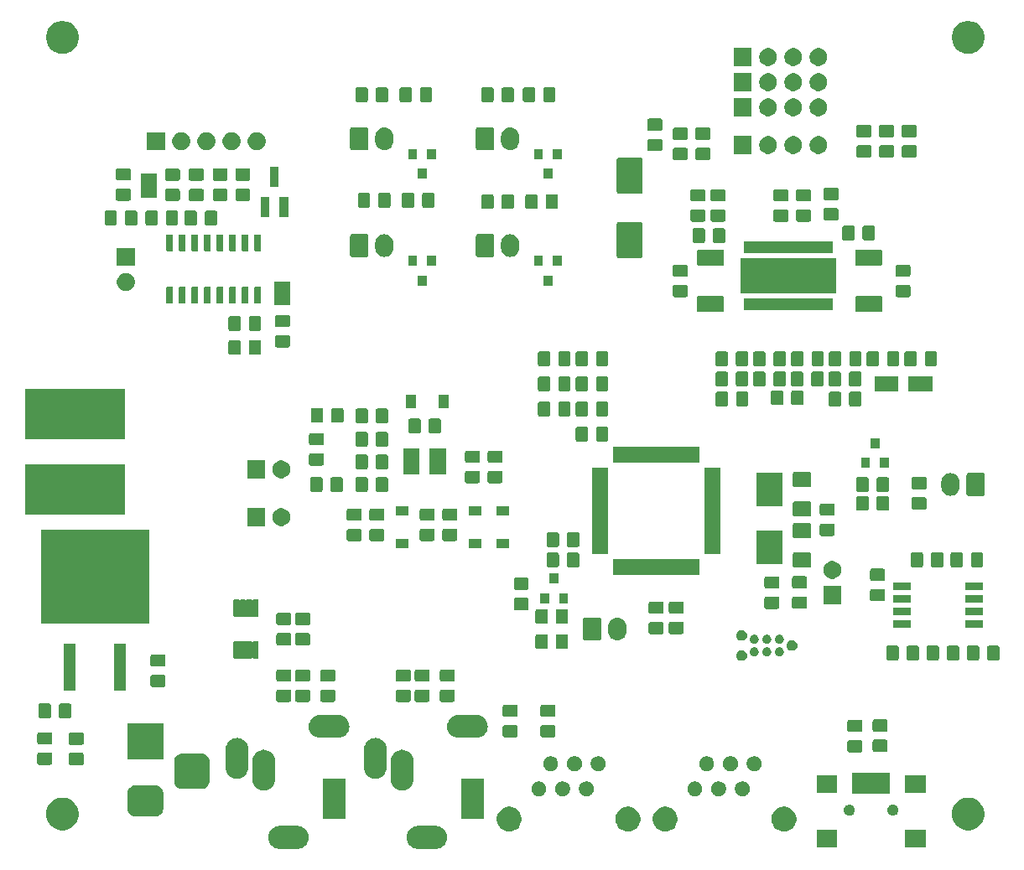
<source format=gbr>
G04 #@! TF.GenerationSoftware,KiCad,Pcbnew,(5.1.5-0-10_14)*
G04 #@! TF.CreationDate,2020-08-28T06:34:21+02:00*
G04 #@! TF.ProjectId,Bertha_main,42657274-6861-45f6-9d61-696e2e6b6963,rev?*
G04 #@! TF.SameCoordinates,Original*
G04 #@! TF.FileFunction,Soldermask,Top*
G04 #@! TF.FilePolarity,Negative*
%FSLAX46Y46*%
G04 Gerber Fmt 4.6, Leading zero omitted, Abs format (unit mm)*
G04 Created by KiCad (PCBNEW (5.1.5-0-10_14)) date 2020-08-28 06:34:21*
%MOMM*%
%LPD*%
G04 APERTURE LIST*
%ADD10C,0.100000*%
G04 APERTURE END LIST*
D10*
G36*
X131089271Y-143730103D02*
G01*
X131145635Y-143735654D01*
X131362600Y-143801470D01*
X131362602Y-143801471D01*
X131562555Y-143908347D01*
X131737818Y-144052182D01*
X131881653Y-144227445D01*
X131988529Y-144427398D01*
X132054346Y-144644366D01*
X132076569Y-144870000D01*
X132054346Y-145095634D01*
X131988529Y-145312602D01*
X131881653Y-145512555D01*
X131737818Y-145687818D01*
X131562555Y-145831653D01*
X131362602Y-145938529D01*
X131362600Y-145938530D01*
X131145635Y-146004346D01*
X131089271Y-146009897D01*
X130976545Y-146021000D01*
X129063455Y-146021000D01*
X128950729Y-146009897D01*
X128894365Y-146004346D01*
X128677400Y-145938530D01*
X128677398Y-145938529D01*
X128477445Y-145831653D01*
X128302182Y-145687818D01*
X128158347Y-145512555D01*
X128051471Y-145312602D01*
X127985654Y-145095634D01*
X127963431Y-144870000D01*
X127985654Y-144644366D01*
X128051471Y-144427398D01*
X128158347Y-144227445D01*
X128302182Y-144052182D01*
X128477445Y-143908347D01*
X128677398Y-143801471D01*
X128677400Y-143801470D01*
X128894365Y-143735654D01*
X128950729Y-143730103D01*
X129063455Y-143719000D01*
X130976545Y-143719000D01*
X131089271Y-143730103D01*
G37*
G36*
X117119271Y-143730103D02*
G01*
X117175635Y-143735654D01*
X117392600Y-143801470D01*
X117392602Y-143801471D01*
X117592555Y-143908347D01*
X117767818Y-144052182D01*
X117911653Y-144227445D01*
X118018529Y-144427398D01*
X118084346Y-144644366D01*
X118106569Y-144870000D01*
X118084346Y-145095634D01*
X118018529Y-145312602D01*
X117911653Y-145512555D01*
X117767818Y-145687818D01*
X117592555Y-145831653D01*
X117392602Y-145938529D01*
X117392600Y-145938530D01*
X117175635Y-146004346D01*
X117119271Y-146009897D01*
X117006545Y-146021000D01*
X115093455Y-146021000D01*
X114980729Y-146009897D01*
X114924365Y-146004346D01*
X114707400Y-145938530D01*
X114707398Y-145938529D01*
X114507445Y-145831653D01*
X114332182Y-145687818D01*
X114188347Y-145512555D01*
X114081471Y-145312602D01*
X114015654Y-145095634D01*
X113993431Y-144870000D01*
X114015654Y-144644366D01*
X114081471Y-144427398D01*
X114188347Y-144227445D01*
X114332182Y-144052182D01*
X114507445Y-143908347D01*
X114707398Y-143801471D01*
X114707400Y-143801470D01*
X114924365Y-143735654D01*
X114980729Y-143730103D01*
X115093455Y-143719000D01*
X117006545Y-143719000D01*
X117119271Y-143730103D01*
G37*
G36*
X180359000Y-145865000D02*
G01*
X178257000Y-145865000D01*
X178257000Y-144063000D01*
X180359000Y-144063000D01*
X180359000Y-145865000D01*
G37*
G36*
X171459000Y-145865000D02*
G01*
X169357000Y-145865000D01*
X169357000Y-144063000D01*
X171459000Y-144063000D01*
X171459000Y-145865000D01*
G37*
G36*
X166313326Y-141780663D02*
G01*
X166434799Y-141804825D01*
X166663650Y-141899618D01*
X166869610Y-142037236D01*
X167044764Y-142212390D01*
X167182382Y-142418350D01*
X167277175Y-142647201D01*
X167325500Y-142890147D01*
X167325500Y-143137853D01*
X167277175Y-143380799D01*
X167182382Y-143609650D01*
X167044764Y-143815610D01*
X166869610Y-143990764D01*
X166663650Y-144128382D01*
X166434799Y-144223175D01*
X166313326Y-144247338D01*
X166191854Y-144271500D01*
X165944146Y-144271500D01*
X165822674Y-144247338D01*
X165701201Y-144223175D01*
X165472350Y-144128382D01*
X165266390Y-143990764D01*
X165091236Y-143815610D01*
X164953618Y-143609650D01*
X164858825Y-143380799D01*
X164810500Y-143137853D01*
X164810500Y-142890147D01*
X164858825Y-142647201D01*
X164953618Y-142418350D01*
X165091236Y-142212390D01*
X165266390Y-142037236D01*
X165472350Y-141899618D01*
X165701201Y-141804825D01*
X165822674Y-141780663D01*
X165944146Y-141756500D01*
X166191854Y-141756500D01*
X166313326Y-141780663D01*
G37*
G36*
X154313328Y-141780663D02*
G01*
X154434801Y-141804825D01*
X154663652Y-141899618D01*
X154869612Y-142037236D01*
X155044766Y-142212390D01*
X155182384Y-142418350D01*
X155277177Y-142647201D01*
X155325502Y-142890147D01*
X155325502Y-143137853D01*
X155277177Y-143380799D01*
X155182384Y-143609650D01*
X155044766Y-143815610D01*
X154869612Y-143990764D01*
X154663652Y-144128382D01*
X154434801Y-144223175D01*
X154313328Y-144247338D01*
X154191856Y-144271500D01*
X153944148Y-144271500D01*
X153822676Y-144247338D01*
X153701203Y-144223175D01*
X153472352Y-144128382D01*
X153266392Y-143990764D01*
X153091238Y-143815610D01*
X152953620Y-143609650D01*
X152858827Y-143380799D01*
X152810502Y-143137853D01*
X152810502Y-142890147D01*
X152858827Y-142647201D01*
X152953620Y-142418350D01*
X153091238Y-142212390D01*
X153266392Y-142037236D01*
X153472352Y-141899618D01*
X153701203Y-141804825D01*
X153822676Y-141780663D01*
X153944148Y-141756500D01*
X154191856Y-141756500D01*
X154313328Y-141780663D01*
G37*
G36*
X150565326Y-141780663D02*
G01*
X150686799Y-141804825D01*
X150915650Y-141899618D01*
X151121610Y-142037236D01*
X151296764Y-142212390D01*
X151434382Y-142418350D01*
X151529175Y-142647201D01*
X151577500Y-142890147D01*
X151577500Y-143137853D01*
X151529175Y-143380799D01*
X151434382Y-143609650D01*
X151296764Y-143815610D01*
X151121610Y-143990764D01*
X150915650Y-144128382D01*
X150686799Y-144223175D01*
X150565326Y-144247338D01*
X150443854Y-144271500D01*
X150196146Y-144271500D01*
X150074674Y-144247338D01*
X149953201Y-144223175D01*
X149724350Y-144128382D01*
X149518390Y-143990764D01*
X149343236Y-143815610D01*
X149205618Y-143609650D01*
X149110825Y-143380799D01*
X149062500Y-143137853D01*
X149062500Y-142890147D01*
X149110825Y-142647201D01*
X149205618Y-142418350D01*
X149343236Y-142212390D01*
X149518390Y-142037236D01*
X149724350Y-141899618D01*
X149953201Y-141804825D01*
X150074674Y-141780663D01*
X150196146Y-141756500D01*
X150443854Y-141756500D01*
X150565326Y-141780663D01*
G37*
G36*
X138565328Y-141780663D02*
G01*
X138686801Y-141804825D01*
X138915652Y-141899618D01*
X139121612Y-142037236D01*
X139296766Y-142212390D01*
X139434384Y-142418350D01*
X139529177Y-142647201D01*
X139577502Y-142890147D01*
X139577502Y-143137853D01*
X139529177Y-143380799D01*
X139434384Y-143609650D01*
X139296766Y-143815610D01*
X139121612Y-143990764D01*
X138915652Y-144128382D01*
X138686801Y-144223175D01*
X138565328Y-144247338D01*
X138443856Y-144271500D01*
X138196148Y-144271500D01*
X138074676Y-144247338D01*
X137953203Y-144223175D01*
X137724352Y-144128382D01*
X137518392Y-143990764D01*
X137343238Y-143815610D01*
X137205620Y-143609650D01*
X137110827Y-143380799D01*
X137062502Y-143137853D01*
X137062502Y-142890147D01*
X137110827Y-142647201D01*
X137205620Y-142418350D01*
X137343238Y-142212390D01*
X137518392Y-142037236D01*
X137724352Y-141899618D01*
X137953203Y-141804825D01*
X138074676Y-141780663D01*
X138196148Y-141756500D01*
X138443856Y-141756500D01*
X138565328Y-141780663D01*
G37*
G36*
X185033256Y-140885298D02*
G01*
X185139579Y-140906447D01*
X185440042Y-141030903D01*
X185710451Y-141211585D01*
X185940415Y-141441549D01*
X186121097Y-141711958D01*
X186245553Y-142012421D01*
X186265120Y-142110793D01*
X186309000Y-142331389D01*
X186309000Y-142656611D01*
X186296371Y-142720099D01*
X186245553Y-142975579D01*
X186121097Y-143276042D01*
X185940415Y-143546451D01*
X185710451Y-143776415D01*
X185440042Y-143957097D01*
X185139579Y-144081553D01*
X185033256Y-144102702D01*
X184820611Y-144145000D01*
X184495389Y-144145000D01*
X184282744Y-144102702D01*
X184176421Y-144081553D01*
X183875958Y-143957097D01*
X183605549Y-143776415D01*
X183375585Y-143546451D01*
X183194903Y-143276042D01*
X183070447Y-142975579D01*
X183019629Y-142720099D01*
X183007000Y-142656611D01*
X183007000Y-142331389D01*
X183050880Y-142110793D01*
X183070447Y-142012421D01*
X183194903Y-141711958D01*
X183375585Y-141441549D01*
X183605549Y-141211585D01*
X183875958Y-141030903D01*
X184176421Y-140906447D01*
X184282744Y-140885298D01*
X184495389Y-140843000D01*
X184820611Y-140843000D01*
X185033256Y-140885298D01*
G37*
G36*
X93593256Y-140885298D02*
G01*
X93699579Y-140906447D01*
X94000042Y-141030903D01*
X94270451Y-141211585D01*
X94500415Y-141441549D01*
X94681097Y-141711958D01*
X94805553Y-142012421D01*
X94825120Y-142110793D01*
X94869000Y-142331389D01*
X94869000Y-142656611D01*
X94856371Y-142720099D01*
X94805553Y-142975579D01*
X94681097Y-143276042D01*
X94500415Y-143546451D01*
X94270451Y-143776415D01*
X94000042Y-143957097D01*
X93699579Y-144081553D01*
X93593256Y-144102702D01*
X93380611Y-144145000D01*
X93055389Y-144145000D01*
X92842744Y-144102702D01*
X92736421Y-144081553D01*
X92435958Y-143957097D01*
X92165549Y-143776415D01*
X91935585Y-143546451D01*
X91754903Y-143276042D01*
X91630447Y-142975579D01*
X91579629Y-142720099D01*
X91567000Y-142656611D01*
X91567000Y-142331389D01*
X91610880Y-142110793D01*
X91630447Y-142012421D01*
X91754903Y-141711958D01*
X91935585Y-141441549D01*
X92165549Y-141211585D01*
X92435958Y-141030903D01*
X92736421Y-140906447D01*
X92842744Y-140885298D01*
X93055389Y-140843000D01*
X93380611Y-140843000D01*
X93593256Y-140885298D01*
G37*
G36*
X121801000Y-143021000D02*
G01*
X119499000Y-143021000D01*
X119499000Y-138919000D01*
X121801000Y-138919000D01*
X121801000Y-143021000D01*
G37*
G36*
X135771000Y-143021000D02*
G01*
X133469000Y-143021000D01*
X133469000Y-138919000D01*
X135771000Y-138919000D01*
X135771000Y-143021000D01*
G37*
G36*
X102826979Y-139647293D02*
G01*
X102960625Y-139687834D01*
X103083784Y-139753664D01*
X103191740Y-139842260D01*
X103280336Y-139950216D01*
X103346166Y-140073375D01*
X103386707Y-140207021D01*
X103401000Y-140352140D01*
X103401000Y-142015860D01*
X103386707Y-142160979D01*
X103346166Y-142294625D01*
X103280336Y-142417784D01*
X103191740Y-142525740D01*
X103083784Y-142614336D01*
X102960625Y-142680166D01*
X102826979Y-142720707D01*
X102681860Y-142735000D01*
X100518140Y-142735000D01*
X100373021Y-142720707D01*
X100239375Y-142680166D01*
X100116216Y-142614336D01*
X100008260Y-142525740D01*
X99919664Y-142417784D01*
X99853834Y-142294625D01*
X99813293Y-142160979D01*
X99799000Y-142015860D01*
X99799000Y-140352140D01*
X99813293Y-140207021D01*
X99853834Y-140073375D01*
X99919664Y-139950216D01*
X100008260Y-139842260D01*
X100116216Y-139753664D01*
X100239375Y-139687834D01*
X100373021Y-139647293D01*
X100518140Y-139633000D01*
X102681860Y-139633000D01*
X102826979Y-139647293D01*
G37*
G36*
X177218721Y-141584174D02*
G01*
X177318995Y-141625709D01*
X177318996Y-141625710D01*
X177409242Y-141686010D01*
X177485990Y-141762758D01*
X177485991Y-141762760D01*
X177546291Y-141853005D01*
X177587826Y-141953279D01*
X177609000Y-142059730D01*
X177609000Y-142168270D01*
X177587826Y-142274721D01*
X177546291Y-142374995D01*
X177546290Y-142374996D01*
X177485990Y-142465242D01*
X177409242Y-142541990D01*
X177363812Y-142572345D01*
X177318995Y-142602291D01*
X177218721Y-142643826D01*
X177112270Y-142665000D01*
X177003730Y-142665000D01*
X176897279Y-142643826D01*
X176797005Y-142602291D01*
X176752188Y-142572345D01*
X176706758Y-142541990D01*
X176630010Y-142465242D01*
X176569710Y-142374996D01*
X176569709Y-142374995D01*
X176528174Y-142274721D01*
X176507000Y-142168270D01*
X176507000Y-142059730D01*
X176528174Y-141953279D01*
X176569709Y-141853005D01*
X176630009Y-141762760D01*
X176630010Y-141762758D01*
X176706758Y-141686010D01*
X176797004Y-141625710D01*
X176797005Y-141625709D01*
X176897279Y-141584174D01*
X177003730Y-141563000D01*
X177112270Y-141563000D01*
X177218721Y-141584174D01*
G37*
G36*
X172818721Y-141584174D02*
G01*
X172918995Y-141625709D01*
X172918996Y-141625710D01*
X173009242Y-141686010D01*
X173085990Y-141762758D01*
X173085991Y-141762760D01*
X173146291Y-141853005D01*
X173187826Y-141953279D01*
X173209000Y-142059730D01*
X173209000Y-142168270D01*
X173187826Y-142274721D01*
X173146291Y-142374995D01*
X173146290Y-142374996D01*
X173085990Y-142465242D01*
X173009242Y-142541990D01*
X172963812Y-142572345D01*
X172918995Y-142602291D01*
X172818721Y-142643826D01*
X172712270Y-142665000D01*
X172603730Y-142665000D01*
X172497279Y-142643826D01*
X172397005Y-142602291D01*
X172352188Y-142572345D01*
X172306758Y-142541990D01*
X172230010Y-142465242D01*
X172169710Y-142374996D01*
X172169709Y-142374995D01*
X172128174Y-142274721D01*
X172107000Y-142168270D01*
X172107000Y-142059730D01*
X172128174Y-141953279D01*
X172169709Y-141853005D01*
X172230009Y-141762760D01*
X172230010Y-141762758D01*
X172306758Y-141686010D01*
X172397004Y-141625710D01*
X172397005Y-141625709D01*
X172497279Y-141584174D01*
X172603730Y-141563000D01*
X172712270Y-141563000D01*
X172818721Y-141584174D01*
G37*
G36*
X159562425Y-139208599D02*
G01*
X159686621Y-139233302D01*
X159823022Y-139289801D01*
X159945779Y-139371825D01*
X160050175Y-139476221D01*
X160132199Y-139598978D01*
X160188698Y-139735379D01*
X160217500Y-139880181D01*
X160217500Y-140027819D01*
X160188698Y-140172621D01*
X160132199Y-140309022D01*
X160050175Y-140431779D01*
X159945779Y-140536175D01*
X159823022Y-140618199D01*
X159686621Y-140674698D01*
X159562425Y-140699401D01*
X159541820Y-140703500D01*
X159394180Y-140703500D01*
X159373575Y-140699401D01*
X159249379Y-140674698D01*
X159112978Y-140618199D01*
X158990221Y-140536175D01*
X158885825Y-140431779D01*
X158803801Y-140309022D01*
X158747302Y-140172621D01*
X158718500Y-140027819D01*
X158718500Y-139880181D01*
X158747302Y-139735379D01*
X158803801Y-139598978D01*
X158885825Y-139476221D01*
X158990221Y-139371825D01*
X159112978Y-139289801D01*
X159249379Y-139233302D01*
X159373575Y-139208599D01*
X159394180Y-139204500D01*
X159541820Y-139204500D01*
X159562425Y-139208599D01*
G37*
G36*
X161962425Y-139208599D02*
G01*
X162086621Y-139233302D01*
X162223022Y-139289801D01*
X162345779Y-139371825D01*
X162450175Y-139476221D01*
X162532199Y-139598978D01*
X162588698Y-139735379D01*
X162617500Y-139880181D01*
X162617500Y-140027819D01*
X162588698Y-140172621D01*
X162532199Y-140309022D01*
X162450175Y-140431779D01*
X162345779Y-140536175D01*
X162223022Y-140618199D01*
X162086621Y-140674698D01*
X161962425Y-140699401D01*
X161941820Y-140703500D01*
X161794180Y-140703500D01*
X161773575Y-140699401D01*
X161649379Y-140674698D01*
X161512978Y-140618199D01*
X161390221Y-140536175D01*
X161285825Y-140431779D01*
X161203801Y-140309022D01*
X161147302Y-140172621D01*
X161118500Y-140027819D01*
X161118500Y-139880181D01*
X161147302Y-139735379D01*
X161203801Y-139598978D01*
X161285825Y-139476221D01*
X161390221Y-139371825D01*
X161512978Y-139289801D01*
X161649379Y-139233302D01*
X161773575Y-139208599D01*
X161794180Y-139204500D01*
X161941820Y-139204500D01*
X161962425Y-139208599D01*
G37*
G36*
X157162424Y-139208599D02*
G01*
X157286620Y-139233302D01*
X157423021Y-139289801D01*
X157545778Y-139371825D01*
X157650174Y-139476221D01*
X157732198Y-139598978D01*
X157788697Y-139735379D01*
X157817499Y-139880181D01*
X157817499Y-140027819D01*
X157788697Y-140172621D01*
X157732198Y-140309022D01*
X157650174Y-140431779D01*
X157545778Y-140536175D01*
X157423021Y-140618199D01*
X157286620Y-140674698D01*
X157162424Y-140699401D01*
X157141819Y-140703500D01*
X156994179Y-140703500D01*
X156973574Y-140699401D01*
X156849378Y-140674698D01*
X156712977Y-140618199D01*
X156590220Y-140536175D01*
X156485824Y-140431779D01*
X156403800Y-140309022D01*
X156347301Y-140172621D01*
X156318499Y-140027819D01*
X156318499Y-139880181D01*
X156347301Y-139735379D01*
X156403800Y-139598978D01*
X156485824Y-139476221D01*
X156590220Y-139371825D01*
X156712977Y-139289801D01*
X156849378Y-139233302D01*
X156973574Y-139208599D01*
X156994179Y-139204500D01*
X157141819Y-139204500D01*
X157162424Y-139208599D01*
G37*
G36*
X143814425Y-139208599D02*
G01*
X143938621Y-139233302D01*
X144075022Y-139289801D01*
X144197779Y-139371825D01*
X144302175Y-139476221D01*
X144384199Y-139598978D01*
X144440698Y-139735379D01*
X144469500Y-139880181D01*
X144469500Y-140027819D01*
X144440698Y-140172621D01*
X144384199Y-140309022D01*
X144302175Y-140431779D01*
X144197779Y-140536175D01*
X144075022Y-140618199D01*
X143938621Y-140674698D01*
X143814425Y-140699401D01*
X143793820Y-140703500D01*
X143646180Y-140703500D01*
X143625575Y-140699401D01*
X143501379Y-140674698D01*
X143364978Y-140618199D01*
X143242221Y-140536175D01*
X143137825Y-140431779D01*
X143055801Y-140309022D01*
X142999302Y-140172621D01*
X142970500Y-140027819D01*
X142970500Y-139880181D01*
X142999302Y-139735379D01*
X143055801Y-139598978D01*
X143137825Y-139476221D01*
X143242221Y-139371825D01*
X143364978Y-139289801D01*
X143501379Y-139233302D01*
X143625575Y-139208599D01*
X143646180Y-139204500D01*
X143793820Y-139204500D01*
X143814425Y-139208599D01*
G37*
G36*
X146214425Y-139208599D02*
G01*
X146338621Y-139233302D01*
X146475022Y-139289801D01*
X146597779Y-139371825D01*
X146702175Y-139476221D01*
X146784199Y-139598978D01*
X146840698Y-139735379D01*
X146869500Y-139880181D01*
X146869500Y-140027819D01*
X146840698Y-140172621D01*
X146784199Y-140309022D01*
X146702175Y-140431779D01*
X146597779Y-140536175D01*
X146475022Y-140618199D01*
X146338621Y-140674698D01*
X146214425Y-140699401D01*
X146193820Y-140703500D01*
X146046180Y-140703500D01*
X146025575Y-140699401D01*
X145901379Y-140674698D01*
X145764978Y-140618199D01*
X145642221Y-140536175D01*
X145537825Y-140431779D01*
X145455801Y-140309022D01*
X145399302Y-140172621D01*
X145370500Y-140027819D01*
X145370500Y-139880181D01*
X145399302Y-139735379D01*
X145455801Y-139598978D01*
X145537825Y-139476221D01*
X145642221Y-139371825D01*
X145764978Y-139289801D01*
X145901379Y-139233302D01*
X146025575Y-139208599D01*
X146046180Y-139204500D01*
X146193820Y-139204500D01*
X146214425Y-139208599D01*
G37*
G36*
X141414424Y-139208599D02*
G01*
X141538620Y-139233302D01*
X141675021Y-139289801D01*
X141797778Y-139371825D01*
X141902174Y-139476221D01*
X141984198Y-139598978D01*
X142040697Y-139735379D01*
X142069499Y-139880181D01*
X142069499Y-140027819D01*
X142040697Y-140172621D01*
X141984198Y-140309022D01*
X141902174Y-140431779D01*
X141797778Y-140536175D01*
X141675021Y-140618199D01*
X141538620Y-140674698D01*
X141414424Y-140699401D01*
X141393819Y-140703500D01*
X141246179Y-140703500D01*
X141225574Y-140699401D01*
X141101378Y-140674698D01*
X140964977Y-140618199D01*
X140842220Y-140536175D01*
X140737824Y-140431779D01*
X140655800Y-140309022D01*
X140599301Y-140172621D01*
X140570499Y-140027819D01*
X140570499Y-139880181D01*
X140599301Y-139735379D01*
X140655800Y-139598978D01*
X140737824Y-139476221D01*
X140842220Y-139371825D01*
X140964977Y-139289801D01*
X141101378Y-139233302D01*
X141225574Y-139208599D01*
X141246179Y-139204500D01*
X141393819Y-139204500D01*
X141414424Y-139208599D01*
G37*
G36*
X176759000Y-140465000D02*
G01*
X172957000Y-140465000D01*
X172957000Y-138363000D01*
X176759000Y-138363000D01*
X176759000Y-140465000D01*
G37*
G36*
X171459000Y-140415000D02*
G01*
X169357000Y-140415000D01*
X169357000Y-138613000D01*
X171459000Y-138613000D01*
X171459000Y-140415000D01*
G37*
G36*
X180359000Y-140415000D02*
G01*
X178257000Y-140415000D01*
X178257000Y-138613000D01*
X180359000Y-138613000D01*
X180359000Y-140415000D01*
G37*
G36*
X113775634Y-136035654D02*
G01*
X113992599Y-136101470D01*
X113992601Y-136101471D01*
X114192553Y-136208347D01*
X114192555Y-136208348D01*
X114192554Y-136208348D01*
X114367818Y-136352182D01*
X114418249Y-136413633D01*
X114511653Y-136527445D01*
X114600304Y-136693302D01*
X114618530Y-136727400D01*
X114684346Y-136944365D01*
X114701000Y-137113457D01*
X114701000Y-139026543D01*
X114684346Y-139195635D01*
X114649543Y-139310366D01*
X114618529Y-139412602D01*
X114511653Y-139612555D01*
X114367818Y-139787818D01*
X114192555Y-139931653D01*
X114012639Y-140027819D01*
X113992600Y-140038530D01*
X113775635Y-140104346D01*
X113550000Y-140126569D01*
X113324366Y-140104346D01*
X113107401Y-140038530D01*
X113087362Y-140027819D01*
X112907446Y-139931653D01*
X112732183Y-139787818D01*
X112588348Y-139612555D01*
X112481472Y-139412602D01*
X112450459Y-139310366D01*
X112415655Y-139195635D01*
X112399000Y-139026543D01*
X112399000Y-137113458D01*
X112415654Y-136944366D01*
X112481470Y-136727401D01*
X112524579Y-136646750D01*
X112588347Y-136527447D01*
X112650637Y-136451546D01*
X112732182Y-136352182D01*
X112845381Y-136259282D01*
X112907445Y-136208347D01*
X113107398Y-136101471D01*
X113107400Y-136101470D01*
X113324365Y-136035654D01*
X113550000Y-136013431D01*
X113775634Y-136035654D01*
G37*
G36*
X127745634Y-136035654D02*
G01*
X127962599Y-136101470D01*
X127962601Y-136101471D01*
X128162553Y-136208347D01*
X128162555Y-136208348D01*
X128162554Y-136208348D01*
X128337818Y-136352182D01*
X128388249Y-136413633D01*
X128481653Y-136527445D01*
X128570304Y-136693302D01*
X128588530Y-136727400D01*
X128654346Y-136944365D01*
X128671000Y-137113457D01*
X128671000Y-139026543D01*
X128654346Y-139195635D01*
X128619543Y-139310366D01*
X128588529Y-139412602D01*
X128481653Y-139612555D01*
X128337818Y-139787818D01*
X128162555Y-139931653D01*
X127982639Y-140027819D01*
X127962600Y-140038530D01*
X127745635Y-140104346D01*
X127520000Y-140126569D01*
X127294366Y-140104346D01*
X127077401Y-140038530D01*
X127057362Y-140027819D01*
X126877446Y-139931653D01*
X126702183Y-139787818D01*
X126558348Y-139612555D01*
X126451472Y-139412602D01*
X126420459Y-139310366D01*
X126385655Y-139195635D01*
X126369000Y-139026543D01*
X126369000Y-137113458D01*
X126385654Y-136944366D01*
X126451470Y-136727401D01*
X126494579Y-136646750D01*
X126558347Y-136527447D01*
X126620637Y-136451546D01*
X126702182Y-136352182D01*
X126815381Y-136259282D01*
X126877445Y-136208347D01*
X127077398Y-136101471D01*
X127077400Y-136101470D01*
X127294365Y-136035654D01*
X127520000Y-136013431D01*
X127745634Y-136035654D01*
G37*
G36*
X107426366Y-136399695D02*
G01*
X107583460Y-136447349D01*
X107728231Y-136524731D01*
X107855128Y-136628872D01*
X107959269Y-136755769D01*
X108036651Y-136900540D01*
X108084305Y-137057634D01*
X108101000Y-137227140D01*
X108101000Y-139140860D01*
X108084305Y-139310366D01*
X108036651Y-139467460D01*
X107959269Y-139612231D01*
X107855128Y-139739128D01*
X107728231Y-139843269D01*
X107583460Y-139920651D01*
X107426366Y-139968305D01*
X107256860Y-139985000D01*
X105343140Y-139985000D01*
X105173634Y-139968305D01*
X105016540Y-139920651D01*
X104871769Y-139843269D01*
X104744872Y-139739128D01*
X104640731Y-139612231D01*
X104563349Y-139467460D01*
X104515695Y-139310366D01*
X104499000Y-139140860D01*
X104499000Y-137227140D01*
X104515695Y-137057634D01*
X104563349Y-136900540D01*
X104640731Y-136755769D01*
X104744872Y-136628872D01*
X104871769Y-136524731D01*
X105016540Y-136447349D01*
X105173634Y-136399695D01*
X105343140Y-136383000D01*
X107256860Y-136383000D01*
X107426366Y-136399695D01*
G37*
G36*
X125045634Y-134835654D02*
G01*
X125262599Y-134901470D01*
X125262601Y-134901471D01*
X125462553Y-135008347D01*
X125462555Y-135008348D01*
X125462554Y-135008348D01*
X125637818Y-135152182D01*
X125673500Y-135195661D01*
X125781653Y-135327445D01*
X125866687Y-135486535D01*
X125888530Y-135527400D01*
X125954346Y-135744365D01*
X125971000Y-135913457D01*
X125971000Y-137826543D01*
X125954346Y-137995635D01*
X125912162Y-138134697D01*
X125888529Y-138212602D01*
X125781653Y-138412555D01*
X125637818Y-138587818D01*
X125462555Y-138731653D01*
X125262602Y-138838529D01*
X125262600Y-138838530D01*
X125045635Y-138904346D01*
X124820000Y-138926569D01*
X124594366Y-138904346D01*
X124377401Y-138838530D01*
X124377399Y-138838529D01*
X124177446Y-138731653D01*
X124002183Y-138587818D01*
X123858348Y-138412555D01*
X123751472Y-138212602D01*
X123727840Y-138134697D01*
X123685655Y-137995635D01*
X123669000Y-137826543D01*
X123669000Y-135913458D01*
X123685654Y-135744366D01*
X123751470Y-135527401D01*
X123802704Y-135431548D01*
X123858347Y-135327447D01*
X123894545Y-135283339D01*
X124002182Y-135152182D01*
X124105102Y-135067718D01*
X124177445Y-135008347D01*
X124377398Y-134901471D01*
X124377400Y-134901470D01*
X124594365Y-134835654D01*
X124820000Y-134813431D01*
X125045634Y-134835654D01*
G37*
G36*
X111075634Y-134835654D02*
G01*
X111292599Y-134901470D01*
X111292601Y-134901471D01*
X111492553Y-135008347D01*
X111492555Y-135008348D01*
X111492554Y-135008348D01*
X111667818Y-135152182D01*
X111703500Y-135195661D01*
X111811653Y-135327445D01*
X111896687Y-135486535D01*
X111918530Y-135527400D01*
X111984346Y-135744365D01*
X112001000Y-135913457D01*
X112001000Y-137826543D01*
X111984346Y-137995635D01*
X111942162Y-138134697D01*
X111918529Y-138212602D01*
X111811653Y-138412555D01*
X111667818Y-138587818D01*
X111492555Y-138731653D01*
X111292602Y-138838529D01*
X111292600Y-138838530D01*
X111075635Y-138904346D01*
X110850000Y-138926569D01*
X110624366Y-138904346D01*
X110407401Y-138838530D01*
X110407399Y-138838529D01*
X110207446Y-138731653D01*
X110032183Y-138587818D01*
X109888348Y-138412555D01*
X109781472Y-138212602D01*
X109757840Y-138134697D01*
X109715655Y-137995635D01*
X109699000Y-137826543D01*
X109699000Y-135913458D01*
X109715654Y-135744366D01*
X109781470Y-135527401D01*
X109832704Y-135431548D01*
X109888347Y-135327447D01*
X109924545Y-135283339D01*
X110032182Y-135152182D01*
X110135102Y-135067718D01*
X110207445Y-135008347D01*
X110407398Y-134901471D01*
X110407400Y-134901470D01*
X110624365Y-134835654D01*
X110850000Y-134813431D01*
X111075634Y-134835654D01*
G37*
G36*
X147414425Y-136668599D02*
G01*
X147538621Y-136693302D01*
X147675022Y-136749801D01*
X147797779Y-136831825D01*
X147902175Y-136936221D01*
X147984199Y-137058978D01*
X148040698Y-137195379D01*
X148069500Y-137340181D01*
X148069500Y-137487819D01*
X148040698Y-137632621D01*
X147984199Y-137769022D01*
X147902175Y-137891779D01*
X147797779Y-137996175D01*
X147675022Y-138078199D01*
X147538621Y-138134698D01*
X147414425Y-138159401D01*
X147393820Y-138163500D01*
X147246180Y-138163500D01*
X147225575Y-138159401D01*
X147101379Y-138134698D01*
X146964978Y-138078199D01*
X146842221Y-137996175D01*
X146737825Y-137891779D01*
X146655801Y-137769022D01*
X146599302Y-137632621D01*
X146570500Y-137487819D01*
X146570500Y-137340181D01*
X146599302Y-137195379D01*
X146655801Y-137058978D01*
X146737825Y-136936221D01*
X146842221Y-136831825D01*
X146964978Y-136749801D01*
X147101379Y-136693302D01*
X147225575Y-136668599D01*
X147246180Y-136664500D01*
X147393820Y-136664500D01*
X147414425Y-136668599D01*
G37*
G36*
X145014425Y-136668599D02*
G01*
X145138621Y-136693302D01*
X145275022Y-136749801D01*
X145397779Y-136831825D01*
X145502175Y-136936221D01*
X145584199Y-137058978D01*
X145640698Y-137195379D01*
X145669500Y-137340181D01*
X145669500Y-137487819D01*
X145640698Y-137632621D01*
X145584199Y-137769022D01*
X145502175Y-137891779D01*
X145397779Y-137996175D01*
X145275022Y-138078199D01*
X145138621Y-138134698D01*
X145014425Y-138159401D01*
X144993820Y-138163500D01*
X144846180Y-138163500D01*
X144825575Y-138159401D01*
X144701379Y-138134698D01*
X144564978Y-138078199D01*
X144442221Y-137996175D01*
X144337825Y-137891779D01*
X144255801Y-137769022D01*
X144199302Y-137632621D01*
X144170500Y-137487819D01*
X144170500Y-137340181D01*
X144199302Y-137195379D01*
X144255801Y-137058978D01*
X144337825Y-136936221D01*
X144442221Y-136831825D01*
X144564978Y-136749801D01*
X144701379Y-136693302D01*
X144825575Y-136668599D01*
X144846180Y-136664500D01*
X144993820Y-136664500D01*
X145014425Y-136668599D01*
G37*
G36*
X142614424Y-136668599D02*
G01*
X142738620Y-136693302D01*
X142875021Y-136749801D01*
X142997778Y-136831825D01*
X143102174Y-136936221D01*
X143184198Y-137058978D01*
X143240697Y-137195379D01*
X143269499Y-137340181D01*
X143269499Y-137487819D01*
X143240697Y-137632621D01*
X143184198Y-137769022D01*
X143102174Y-137891779D01*
X142997778Y-137996175D01*
X142875021Y-138078199D01*
X142738620Y-138134698D01*
X142614424Y-138159401D01*
X142593819Y-138163500D01*
X142446179Y-138163500D01*
X142425574Y-138159401D01*
X142301378Y-138134698D01*
X142164977Y-138078199D01*
X142042220Y-137996175D01*
X141937824Y-137891779D01*
X141855800Y-137769022D01*
X141799301Y-137632621D01*
X141770499Y-137487819D01*
X141770499Y-137340181D01*
X141799301Y-137195379D01*
X141855800Y-137058978D01*
X141937824Y-136936221D01*
X142042220Y-136831825D01*
X142164977Y-136749801D01*
X142301378Y-136693302D01*
X142425574Y-136668599D01*
X142446179Y-136664500D01*
X142593819Y-136664500D01*
X142614424Y-136668599D01*
G37*
G36*
X163162425Y-136668599D02*
G01*
X163286621Y-136693302D01*
X163423022Y-136749801D01*
X163545779Y-136831825D01*
X163650175Y-136936221D01*
X163732199Y-137058978D01*
X163788698Y-137195379D01*
X163817500Y-137340181D01*
X163817500Y-137487819D01*
X163788698Y-137632621D01*
X163732199Y-137769022D01*
X163650175Y-137891779D01*
X163545779Y-137996175D01*
X163423022Y-138078199D01*
X163286621Y-138134698D01*
X163162425Y-138159401D01*
X163141820Y-138163500D01*
X162994180Y-138163500D01*
X162973575Y-138159401D01*
X162849379Y-138134698D01*
X162712978Y-138078199D01*
X162590221Y-137996175D01*
X162485825Y-137891779D01*
X162403801Y-137769022D01*
X162347302Y-137632621D01*
X162318500Y-137487819D01*
X162318500Y-137340181D01*
X162347302Y-137195379D01*
X162403801Y-137058978D01*
X162485825Y-136936221D01*
X162590221Y-136831825D01*
X162712978Y-136749801D01*
X162849379Y-136693302D01*
X162973575Y-136668599D01*
X162994180Y-136664500D01*
X163141820Y-136664500D01*
X163162425Y-136668599D01*
G37*
G36*
X160762425Y-136668599D02*
G01*
X160886621Y-136693302D01*
X161023022Y-136749801D01*
X161145779Y-136831825D01*
X161250175Y-136936221D01*
X161332199Y-137058978D01*
X161388698Y-137195379D01*
X161417500Y-137340181D01*
X161417500Y-137487819D01*
X161388698Y-137632621D01*
X161332199Y-137769022D01*
X161250175Y-137891779D01*
X161145779Y-137996175D01*
X161023022Y-138078199D01*
X160886621Y-138134698D01*
X160762425Y-138159401D01*
X160741820Y-138163500D01*
X160594180Y-138163500D01*
X160573575Y-138159401D01*
X160449379Y-138134698D01*
X160312978Y-138078199D01*
X160190221Y-137996175D01*
X160085825Y-137891779D01*
X160003801Y-137769022D01*
X159947302Y-137632621D01*
X159918500Y-137487819D01*
X159918500Y-137340181D01*
X159947302Y-137195379D01*
X160003801Y-137058978D01*
X160085825Y-136936221D01*
X160190221Y-136831825D01*
X160312978Y-136749801D01*
X160449379Y-136693302D01*
X160573575Y-136668599D01*
X160594180Y-136664500D01*
X160741820Y-136664500D01*
X160762425Y-136668599D01*
G37*
G36*
X158362424Y-136668599D02*
G01*
X158486620Y-136693302D01*
X158623021Y-136749801D01*
X158745778Y-136831825D01*
X158850174Y-136936221D01*
X158932198Y-137058978D01*
X158988697Y-137195379D01*
X159017499Y-137340181D01*
X159017499Y-137487819D01*
X158988697Y-137632621D01*
X158932198Y-137769022D01*
X158850174Y-137891779D01*
X158745778Y-137996175D01*
X158623021Y-138078199D01*
X158486620Y-138134698D01*
X158362424Y-138159401D01*
X158341819Y-138163500D01*
X158194179Y-138163500D01*
X158173574Y-138159401D01*
X158049378Y-138134698D01*
X157912977Y-138078199D01*
X157790220Y-137996175D01*
X157685824Y-137891779D01*
X157603800Y-137769022D01*
X157547301Y-137632621D01*
X157518499Y-137487819D01*
X157518499Y-137340181D01*
X157547301Y-137195379D01*
X157603800Y-137058978D01*
X157685824Y-136936221D01*
X157790220Y-136831825D01*
X157912977Y-136749801D01*
X158049378Y-136693302D01*
X158173574Y-136668599D01*
X158194179Y-136664500D01*
X158341819Y-136664500D01*
X158362424Y-136668599D01*
G37*
G36*
X95202694Y-136319109D02*
G01*
X95240387Y-136330543D01*
X95275123Y-136349110D01*
X95305568Y-136374096D01*
X95330554Y-136404541D01*
X95349121Y-136439277D01*
X95360555Y-136476970D01*
X95365020Y-136522305D01*
X95365020Y-137358983D01*
X95360555Y-137404318D01*
X95349121Y-137442011D01*
X95330554Y-137476747D01*
X95305568Y-137507192D01*
X95275123Y-137532178D01*
X95240387Y-137550745D01*
X95202694Y-137562179D01*
X95157359Y-137566644D01*
X94070681Y-137566644D01*
X94025346Y-137562179D01*
X93987653Y-137550745D01*
X93952917Y-137532178D01*
X93922472Y-137507192D01*
X93897486Y-137476747D01*
X93878919Y-137442011D01*
X93867485Y-137404318D01*
X93863020Y-137358983D01*
X93863020Y-136522305D01*
X93867485Y-136476970D01*
X93878919Y-136439277D01*
X93897486Y-136404541D01*
X93922472Y-136374096D01*
X93952917Y-136349110D01*
X93987653Y-136330543D01*
X94025346Y-136319109D01*
X94070681Y-136314644D01*
X95157359Y-136314644D01*
X95202694Y-136319109D01*
G37*
G36*
X92028674Y-136293465D02*
G01*
X92066367Y-136304899D01*
X92101103Y-136323466D01*
X92131548Y-136348452D01*
X92156534Y-136378897D01*
X92175101Y-136413633D01*
X92186535Y-136451326D01*
X92191000Y-136496661D01*
X92191000Y-137333339D01*
X92186535Y-137378674D01*
X92175101Y-137416367D01*
X92156534Y-137451103D01*
X92131548Y-137481548D01*
X92101103Y-137506534D01*
X92066367Y-137525101D01*
X92028674Y-137536535D01*
X91983339Y-137541000D01*
X90896661Y-137541000D01*
X90851326Y-137536535D01*
X90813633Y-137525101D01*
X90778897Y-137506534D01*
X90748452Y-137481548D01*
X90723466Y-137451103D01*
X90704899Y-137416367D01*
X90693465Y-137378674D01*
X90689000Y-137333339D01*
X90689000Y-136496661D01*
X90693465Y-136451326D01*
X90704899Y-136413633D01*
X90723466Y-136378897D01*
X90748452Y-136348452D01*
X90778897Y-136323466D01*
X90813633Y-136304899D01*
X90851326Y-136293465D01*
X90896661Y-136289000D01*
X91983339Y-136289000D01*
X92028674Y-136293465D01*
G37*
G36*
X103401000Y-136985000D02*
G01*
X99799000Y-136985000D01*
X99799000Y-133383000D01*
X103401000Y-133383000D01*
X103401000Y-136985000D01*
G37*
G36*
X173816674Y-135032465D02*
G01*
X173854367Y-135043899D01*
X173889103Y-135062466D01*
X173919548Y-135087452D01*
X173944534Y-135117897D01*
X173963101Y-135152633D01*
X173974535Y-135190326D01*
X173979000Y-135235661D01*
X173979000Y-136072339D01*
X173974535Y-136117674D01*
X173963101Y-136155367D01*
X173944534Y-136190103D01*
X173919548Y-136220548D01*
X173889103Y-136245534D01*
X173854367Y-136264101D01*
X173816674Y-136275535D01*
X173771339Y-136280000D01*
X172684661Y-136280000D01*
X172639326Y-136275535D01*
X172601633Y-136264101D01*
X172566897Y-136245534D01*
X172536452Y-136220548D01*
X172511466Y-136190103D01*
X172492899Y-136155367D01*
X172481465Y-136117674D01*
X172477000Y-136072339D01*
X172477000Y-135235661D01*
X172481465Y-135190326D01*
X172492899Y-135152633D01*
X172511466Y-135117897D01*
X172536452Y-135087452D01*
X172566897Y-135062466D01*
X172601633Y-135043899D01*
X172639326Y-135032465D01*
X172684661Y-135028000D01*
X173771339Y-135028000D01*
X173816674Y-135032465D01*
G37*
G36*
X176356674Y-134992465D02*
G01*
X176394367Y-135003899D01*
X176429103Y-135022466D01*
X176459548Y-135047452D01*
X176484534Y-135077897D01*
X176503101Y-135112633D01*
X176514535Y-135150326D01*
X176519000Y-135195661D01*
X176519000Y-136032339D01*
X176514535Y-136077674D01*
X176503101Y-136115367D01*
X176484534Y-136150103D01*
X176459548Y-136180548D01*
X176429103Y-136205534D01*
X176394367Y-136224101D01*
X176356674Y-136235535D01*
X176311339Y-136240000D01*
X175224661Y-136240000D01*
X175179326Y-136235535D01*
X175141633Y-136224101D01*
X175106897Y-136205534D01*
X175076452Y-136180548D01*
X175051466Y-136150103D01*
X175032899Y-136115367D01*
X175021465Y-136077674D01*
X175017000Y-136032339D01*
X175017000Y-135195661D01*
X175021465Y-135150326D01*
X175032899Y-135112633D01*
X175051466Y-135077897D01*
X175076452Y-135047452D01*
X175106897Y-135022466D01*
X175141633Y-135003899D01*
X175179326Y-134992465D01*
X175224661Y-134988000D01*
X176311339Y-134988000D01*
X176356674Y-134992465D01*
G37*
G36*
X95202694Y-134269109D02*
G01*
X95240387Y-134280543D01*
X95275123Y-134299110D01*
X95305568Y-134324096D01*
X95330554Y-134354541D01*
X95349121Y-134389277D01*
X95360555Y-134426970D01*
X95365020Y-134472305D01*
X95365020Y-135308983D01*
X95360555Y-135354318D01*
X95349121Y-135392011D01*
X95330554Y-135426747D01*
X95305568Y-135457192D01*
X95275123Y-135482178D01*
X95240387Y-135500745D01*
X95202694Y-135512179D01*
X95157359Y-135516644D01*
X94070681Y-135516644D01*
X94025346Y-135512179D01*
X93987653Y-135500745D01*
X93952917Y-135482178D01*
X93922472Y-135457192D01*
X93897486Y-135426747D01*
X93878919Y-135392011D01*
X93867485Y-135354318D01*
X93863020Y-135308983D01*
X93863020Y-134472305D01*
X93867485Y-134426970D01*
X93878919Y-134389277D01*
X93897486Y-134354541D01*
X93922472Y-134324096D01*
X93952917Y-134299110D01*
X93987653Y-134280543D01*
X94025346Y-134269109D01*
X94070681Y-134264644D01*
X95157359Y-134264644D01*
X95202694Y-134269109D01*
G37*
G36*
X92028674Y-134243465D02*
G01*
X92066367Y-134254899D01*
X92101103Y-134273466D01*
X92131548Y-134298452D01*
X92156534Y-134328897D01*
X92175101Y-134363633D01*
X92186535Y-134401326D01*
X92191000Y-134446661D01*
X92191000Y-135283339D01*
X92186535Y-135328674D01*
X92175101Y-135366367D01*
X92156534Y-135401103D01*
X92131548Y-135431548D01*
X92101103Y-135456534D01*
X92066367Y-135475101D01*
X92028674Y-135486535D01*
X91983339Y-135491000D01*
X90896661Y-135491000D01*
X90851326Y-135486535D01*
X90813633Y-135475101D01*
X90778897Y-135456534D01*
X90748452Y-135431548D01*
X90723466Y-135401103D01*
X90704899Y-135366367D01*
X90693465Y-135328674D01*
X90689000Y-135283339D01*
X90689000Y-134446661D01*
X90693465Y-134401326D01*
X90704899Y-134363633D01*
X90723466Y-134328897D01*
X90748452Y-134298452D01*
X90778897Y-134273466D01*
X90813633Y-134254899D01*
X90851326Y-134243465D01*
X90896661Y-134239000D01*
X91983339Y-134239000D01*
X92028674Y-134243465D01*
G37*
G36*
X135189271Y-132530103D02*
G01*
X135245635Y-132535654D01*
X135462600Y-132601470D01*
X135462602Y-132601471D01*
X135662555Y-132708347D01*
X135837818Y-132852182D01*
X135981653Y-133027445D01*
X136044840Y-133145661D01*
X136088530Y-133227400D01*
X136154346Y-133444365D01*
X136176569Y-133670000D01*
X136154346Y-133895635D01*
X136089611Y-134109038D01*
X136088529Y-134112602D01*
X135981653Y-134312555D01*
X135837818Y-134487818D01*
X135662555Y-134631653D01*
X135468677Y-134735282D01*
X135462600Y-134738530D01*
X135245635Y-134804346D01*
X135189271Y-134809897D01*
X135076545Y-134821000D01*
X133163455Y-134821000D01*
X133050729Y-134809897D01*
X132994365Y-134804346D01*
X132777400Y-134738530D01*
X132771323Y-134735282D01*
X132577445Y-134631653D01*
X132402182Y-134487818D01*
X132258347Y-134312555D01*
X132151471Y-134112602D01*
X132150390Y-134109038D01*
X132085654Y-133895635D01*
X132063431Y-133670000D01*
X132085654Y-133444365D01*
X132151470Y-133227400D01*
X132195160Y-133145661D01*
X132258347Y-133027445D01*
X132402182Y-132852182D01*
X132577445Y-132708347D01*
X132777398Y-132601471D01*
X132777400Y-132601470D01*
X132994365Y-132535654D01*
X133050729Y-132530103D01*
X133163455Y-132519000D01*
X135076545Y-132519000D01*
X135189271Y-132530103D01*
G37*
G36*
X121219271Y-132530103D02*
G01*
X121275635Y-132535654D01*
X121492600Y-132601470D01*
X121492602Y-132601471D01*
X121692555Y-132708347D01*
X121867818Y-132852182D01*
X122011653Y-133027445D01*
X122074840Y-133145661D01*
X122118530Y-133227400D01*
X122184346Y-133444365D01*
X122206569Y-133670000D01*
X122184346Y-133895635D01*
X122119611Y-134109038D01*
X122118529Y-134112602D01*
X122011653Y-134312555D01*
X121867818Y-134487818D01*
X121692555Y-134631653D01*
X121498677Y-134735282D01*
X121492600Y-134738530D01*
X121275635Y-134804346D01*
X121219271Y-134809897D01*
X121106545Y-134821000D01*
X119193455Y-134821000D01*
X119080729Y-134809897D01*
X119024365Y-134804346D01*
X118807400Y-134738530D01*
X118801323Y-134735282D01*
X118607445Y-134631653D01*
X118432182Y-134487818D01*
X118288347Y-134312555D01*
X118181471Y-134112602D01*
X118180390Y-134109038D01*
X118115654Y-133895635D01*
X118093431Y-133670000D01*
X118115654Y-133444365D01*
X118181470Y-133227400D01*
X118225160Y-133145661D01*
X118288347Y-133027445D01*
X118432182Y-132852182D01*
X118607445Y-132708347D01*
X118807398Y-132601471D01*
X118807400Y-132601470D01*
X119024365Y-132535654D01*
X119080729Y-132530103D01*
X119193455Y-132519000D01*
X121106545Y-132519000D01*
X121219271Y-132530103D01*
G37*
G36*
X142828674Y-133508465D02*
G01*
X142866367Y-133519899D01*
X142901103Y-133538466D01*
X142931548Y-133563452D01*
X142956534Y-133593897D01*
X142975101Y-133628633D01*
X142986535Y-133666326D01*
X142991000Y-133711661D01*
X142991000Y-134548339D01*
X142986535Y-134593674D01*
X142975101Y-134631367D01*
X142956534Y-134666103D01*
X142931548Y-134696548D01*
X142901103Y-134721534D01*
X142866367Y-134740101D01*
X142828674Y-134751535D01*
X142783339Y-134756000D01*
X141696661Y-134756000D01*
X141651326Y-134751535D01*
X141613633Y-134740101D01*
X141578897Y-134721534D01*
X141548452Y-134696548D01*
X141523466Y-134666103D01*
X141504899Y-134631367D01*
X141493465Y-134593674D01*
X141489000Y-134548339D01*
X141489000Y-133711661D01*
X141493465Y-133666326D01*
X141504899Y-133628633D01*
X141523466Y-133593897D01*
X141548452Y-133563452D01*
X141578897Y-133538466D01*
X141613633Y-133519899D01*
X141651326Y-133508465D01*
X141696661Y-133504000D01*
X142783339Y-133504000D01*
X142828674Y-133508465D01*
G37*
G36*
X139018674Y-133508465D02*
G01*
X139056367Y-133519899D01*
X139091103Y-133538466D01*
X139121548Y-133563452D01*
X139146534Y-133593897D01*
X139165101Y-133628633D01*
X139176535Y-133666326D01*
X139181000Y-133711661D01*
X139181000Y-134548339D01*
X139176535Y-134593674D01*
X139165101Y-134631367D01*
X139146534Y-134666103D01*
X139121548Y-134696548D01*
X139091103Y-134721534D01*
X139056367Y-134740101D01*
X139018674Y-134751535D01*
X138973339Y-134756000D01*
X137886661Y-134756000D01*
X137841326Y-134751535D01*
X137803633Y-134740101D01*
X137768897Y-134721534D01*
X137738452Y-134696548D01*
X137713466Y-134666103D01*
X137694899Y-134631367D01*
X137683465Y-134593674D01*
X137679000Y-134548339D01*
X137679000Y-133711661D01*
X137683465Y-133666326D01*
X137694899Y-133628633D01*
X137713466Y-133593897D01*
X137738452Y-133563452D01*
X137768897Y-133538466D01*
X137803633Y-133519899D01*
X137841326Y-133508465D01*
X137886661Y-133504000D01*
X138973339Y-133504000D01*
X139018674Y-133508465D01*
G37*
G36*
X173816674Y-132982465D02*
G01*
X173854367Y-132993899D01*
X173889103Y-133012466D01*
X173919548Y-133037452D01*
X173944534Y-133067897D01*
X173963101Y-133102633D01*
X173974535Y-133140326D01*
X173979000Y-133185661D01*
X173979000Y-134022339D01*
X173974535Y-134067674D01*
X173963101Y-134105367D01*
X173944534Y-134140103D01*
X173919548Y-134170548D01*
X173889103Y-134195534D01*
X173854367Y-134214101D01*
X173816674Y-134225535D01*
X173771339Y-134230000D01*
X172684661Y-134230000D01*
X172639326Y-134225535D01*
X172601633Y-134214101D01*
X172566897Y-134195534D01*
X172536452Y-134170548D01*
X172511466Y-134140103D01*
X172492899Y-134105367D01*
X172481465Y-134067674D01*
X172477000Y-134022339D01*
X172477000Y-133185661D01*
X172481465Y-133140326D01*
X172492899Y-133102633D01*
X172511466Y-133067897D01*
X172536452Y-133037452D01*
X172566897Y-133012466D01*
X172601633Y-132993899D01*
X172639326Y-132982465D01*
X172684661Y-132978000D01*
X173771339Y-132978000D01*
X173816674Y-132982465D01*
G37*
G36*
X176356674Y-132942465D02*
G01*
X176394367Y-132953899D01*
X176429103Y-132972466D01*
X176459548Y-132997452D01*
X176484534Y-133027897D01*
X176503101Y-133062633D01*
X176514535Y-133100326D01*
X176519000Y-133145661D01*
X176519000Y-133982339D01*
X176514535Y-134027674D01*
X176503101Y-134065367D01*
X176484534Y-134100103D01*
X176459548Y-134130548D01*
X176429103Y-134155534D01*
X176394367Y-134174101D01*
X176356674Y-134185535D01*
X176311339Y-134190000D01*
X175224661Y-134190000D01*
X175179326Y-134185535D01*
X175141633Y-134174101D01*
X175106897Y-134155534D01*
X175076452Y-134130548D01*
X175051466Y-134100103D01*
X175032899Y-134065367D01*
X175021465Y-134027674D01*
X175017000Y-133982339D01*
X175017000Y-133145661D01*
X175021465Y-133100326D01*
X175032899Y-133062633D01*
X175051466Y-133027897D01*
X175076452Y-132997452D01*
X175106897Y-132972466D01*
X175141633Y-132953899D01*
X175179326Y-132942465D01*
X175224661Y-132938000D01*
X176311339Y-132938000D01*
X176356674Y-132942465D01*
G37*
G36*
X93953674Y-131333465D02*
G01*
X93991367Y-131344899D01*
X94026103Y-131363466D01*
X94056548Y-131388452D01*
X94081534Y-131418897D01*
X94100101Y-131453633D01*
X94111535Y-131491326D01*
X94116000Y-131536661D01*
X94116000Y-132623339D01*
X94111535Y-132668674D01*
X94100101Y-132706367D01*
X94081534Y-132741103D01*
X94056548Y-132771548D01*
X94026103Y-132796534D01*
X93991367Y-132815101D01*
X93953674Y-132826535D01*
X93908339Y-132831000D01*
X93071661Y-132831000D01*
X93026326Y-132826535D01*
X92988633Y-132815101D01*
X92953897Y-132796534D01*
X92923452Y-132771548D01*
X92898466Y-132741103D01*
X92879899Y-132706367D01*
X92868465Y-132668674D01*
X92864000Y-132623339D01*
X92864000Y-131536661D01*
X92868465Y-131491326D01*
X92879899Y-131453633D01*
X92898466Y-131418897D01*
X92923452Y-131388452D01*
X92953897Y-131363466D01*
X92988633Y-131344899D01*
X93026326Y-131333465D01*
X93071661Y-131329000D01*
X93908339Y-131329000D01*
X93953674Y-131333465D01*
G37*
G36*
X91903674Y-131333465D02*
G01*
X91941367Y-131344899D01*
X91976103Y-131363466D01*
X92006548Y-131388452D01*
X92031534Y-131418897D01*
X92050101Y-131453633D01*
X92061535Y-131491326D01*
X92066000Y-131536661D01*
X92066000Y-132623339D01*
X92061535Y-132668674D01*
X92050101Y-132706367D01*
X92031534Y-132741103D01*
X92006548Y-132771548D01*
X91976103Y-132796534D01*
X91941367Y-132815101D01*
X91903674Y-132826535D01*
X91858339Y-132831000D01*
X91021661Y-132831000D01*
X90976326Y-132826535D01*
X90938633Y-132815101D01*
X90903897Y-132796534D01*
X90873452Y-132771548D01*
X90848466Y-132741103D01*
X90829899Y-132706367D01*
X90818465Y-132668674D01*
X90814000Y-132623339D01*
X90814000Y-131536661D01*
X90818465Y-131491326D01*
X90829899Y-131453633D01*
X90848466Y-131418897D01*
X90873452Y-131388452D01*
X90903897Y-131363466D01*
X90938633Y-131344899D01*
X90976326Y-131333465D01*
X91021661Y-131329000D01*
X91858339Y-131329000D01*
X91903674Y-131333465D01*
G37*
G36*
X142828674Y-131458465D02*
G01*
X142866367Y-131469899D01*
X142901103Y-131488466D01*
X142931548Y-131513452D01*
X142956534Y-131543897D01*
X142975101Y-131578633D01*
X142986535Y-131616326D01*
X142991000Y-131661661D01*
X142991000Y-132498339D01*
X142986535Y-132543674D01*
X142975101Y-132581367D01*
X142956534Y-132616103D01*
X142931548Y-132646548D01*
X142901103Y-132671534D01*
X142866367Y-132690101D01*
X142828674Y-132701535D01*
X142783339Y-132706000D01*
X141696661Y-132706000D01*
X141651326Y-132701535D01*
X141613633Y-132690101D01*
X141578897Y-132671534D01*
X141548452Y-132646548D01*
X141523466Y-132616103D01*
X141504899Y-132581367D01*
X141493465Y-132543674D01*
X141489000Y-132498339D01*
X141489000Y-131661661D01*
X141493465Y-131616326D01*
X141504899Y-131578633D01*
X141523466Y-131543897D01*
X141548452Y-131513452D01*
X141578897Y-131488466D01*
X141613633Y-131469899D01*
X141651326Y-131458465D01*
X141696661Y-131454000D01*
X142783339Y-131454000D01*
X142828674Y-131458465D01*
G37*
G36*
X139018674Y-131458465D02*
G01*
X139056367Y-131469899D01*
X139091103Y-131488466D01*
X139121548Y-131513452D01*
X139146534Y-131543897D01*
X139165101Y-131578633D01*
X139176535Y-131616326D01*
X139181000Y-131661661D01*
X139181000Y-132498339D01*
X139176535Y-132543674D01*
X139165101Y-132581367D01*
X139146534Y-132616103D01*
X139121548Y-132646548D01*
X139091103Y-132671534D01*
X139056367Y-132690101D01*
X139018674Y-132701535D01*
X138973339Y-132706000D01*
X137886661Y-132706000D01*
X137841326Y-132701535D01*
X137803633Y-132690101D01*
X137768897Y-132671534D01*
X137738452Y-132646548D01*
X137713466Y-132616103D01*
X137694899Y-132581367D01*
X137683465Y-132543674D01*
X137679000Y-132498339D01*
X137679000Y-131661661D01*
X137683465Y-131616326D01*
X137694899Y-131578633D01*
X137713466Y-131543897D01*
X137738452Y-131513452D01*
X137768897Y-131488466D01*
X137803633Y-131469899D01*
X137841326Y-131458465D01*
X137886661Y-131454000D01*
X138973339Y-131454000D01*
X139018674Y-131458465D01*
G37*
G36*
X128223674Y-129943465D02*
G01*
X128261367Y-129954899D01*
X128296103Y-129973466D01*
X128326548Y-129998452D01*
X128351534Y-130028897D01*
X128370101Y-130063633D01*
X128381535Y-130101326D01*
X128386000Y-130146661D01*
X128386000Y-130983339D01*
X128381535Y-131028674D01*
X128370101Y-131066367D01*
X128351534Y-131101103D01*
X128326548Y-131131548D01*
X128296103Y-131156534D01*
X128261367Y-131175101D01*
X128223674Y-131186535D01*
X128178339Y-131191000D01*
X127091661Y-131191000D01*
X127046326Y-131186535D01*
X127008633Y-131175101D01*
X126973897Y-131156534D01*
X126943452Y-131131548D01*
X126918466Y-131101103D01*
X126899899Y-131066367D01*
X126888465Y-131028674D01*
X126884000Y-130983339D01*
X126884000Y-130146661D01*
X126888465Y-130101326D01*
X126899899Y-130063633D01*
X126918466Y-130028897D01*
X126943452Y-129998452D01*
X126973897Y-129973466D01*
X127008633Y-129954899D01*
X127046326Y-129943465D01*
X127091661Y-129939000D01*
X128178339Y-129939000D01*
X128223674Y-129943465D01*
G37*
G36*
X130128674Y-129943465D02*
G01*
X130166367Y-129954899D01*
X130201103Y-129973466D01*
X130231548Y-129998452D01*
X130256534Y-130028897D01*
X130275101Y-130063633D01*
X130286535Y-130101326D01*
X130291000Y-130146661D01*
X130291000Y-130983339D01*
X130286535Y-131028674D01*
X130275101Y-131066367D01*
X130256534Y-131101103D01*
X130231548Y-131131548D01*
X130201103Y-131156534D01*
X130166367Y-131175101D01*
X130128674Y-131186535D01*
X130083339Y-131191000D01*
X128996661Y-131191000D01*
X128951326Y-131186535D01*
X128913633Y-131175101D01*
X128878897Y-131156534D01*
X128848452Y-131131548D01*
X128823466Y-131101103D01*
X128804899Y-131066367D01*
X128793465Y-131028674D01*
X128789000Y-130983339D01*
X128789000Y-130146661D01*
X128793465Y-130101326D01*
X128804899Y-130063633D01*
X128823466Y-130028897D01*
X128848452Y-129998452D01*
X128878897Y-129973466D01*
X128913633Y-129954899D01*
X128951326Y-129943465D01*
X128996661Y-129939000D01*
X130083339Y-129939000D01*
X130128674Y-129943465D01*
G37*
G36*
X132668674Y-129943465D02*
G01*
X132706367Y-129954899D01*
X132741103Y-129973466D01*
X132771548Y-129998452D01*
X132796534Y-130028897D01*
X132815101Y-130063633D01*
X132826535Y-130101326D01*
X132831000Y-130146661D01*
X132831000Y-130983339D01*
X132826535Y-131028674D01*
X132815101Y-131066367D01*
X132796534Y-131101103D01*
X132771548Y-131131548D01*
X132741103Y-131156534D01*
X132706367Y-131175101D01*
X132668674Y-131186535D01*
X132623339Y-131191000D01*
X131536661Y-131191000D01*
X131491326Y-131186535D01*
X131453633Y-131175101D01*
X131418897Y-131156534D01*
X131388452Y-131131548D01*
X131363466Y-131101103D01*
X131344899Y-131066367D01*
X131333465Y-131028674D01*
X131329000Y-130983339D01*
X131329000Y-130146661D01*
X131333465Y-130101326D01*
X131344899Y-130063633D01*
X131363466Y-130028897D01*
X131388452Y-129998452D01*
X131418897Y-129973466D01*
X131453633Y-129954899D01*
X131491326Y-129943465D01*
X131536661Y-129939000D01*
X132623339Y-129939000D01*
X132668674Y-129943465D01*
G37*
G36*
X116158674Y-129943465D02*
G01*
X116196367Y-129954899D01*
X116231103Y-129973466D01*
X116261548Y-129998452D01*
X116286534Y-130028897D01*
X116305101Y-130063633D01*
X116316535Y-130101326D01*
X116321000Y-130146661D01*
X116321000Y-130983339D01*
X116316535Y-131028674D01*
X116305101Y-131066367D01*
X116286534Y-131101103D01*
X116261548Y-131131548D01*
X116231103Y-131156534D01*
X116196367Y-131175101D01*
X116158674Y-131186535D01*
X116113339Y-131191000D01*
X115026661Y-131191000D01*
X114981326Y-131186535D01*
X114943633Y-131175101D01*
X114908897Y-131156534D01*
X114878452Y-131131548D01*
X114853466Y-131101103D01*
X114834899Y-131066367D01*
X114823465Y-131028674D01*
X114819000Y-130983339D01*
X114819000Y-130146661D01*
X114823465Y-130101326D01*
X114834899Y-130063633D01*
X114853466Y-130028897D01*
X114878452Y-129998452D01*
X114908897Y-129973466D01*
X114943633Y-129954899D01*
X114981326Y-129943465D01*
X115026661Y-129939000D01*
X116113339Y-129939000D01*
X116158674Y-129943465D01*
G37*
G36*
X118063674Y-129943465D02*
G01*
X118101367Y-129954899D01*
X118136103Y-129973466D01*
X118166548Y-129998452D01*
X118191534Y-130028897D01*
X118210101Y-130063633D01*
X118221535Y-130101326D01*
X118226000Y-130146661D01*
X118226000Y-130983339D01*
X118221535Y-131028674D01*
X118210101Y-131066367D01*
X118191534Y-131101103D01*
X118166548Y-131131548D01*
X118136103Y-131156534D01*
X118101367Y-131175101D01*
X118063674Y-131186535D01*
X118018339Y-131191000D01*
X116931661Y-131191000D01*
X116886326Y-131186535D01*
X116848633Y-131175101D01*
X116813897Y-131156534D01*
X116783452Y-131131548D01*
X116758466Y-131101103D01*
X116739899Y-131066367D01*
X116728465Y-131028674D01*
X116724000Y-130983339D01*
X116724000Y-130146661D01*
X116728465Y-130101326D01*
X116739899Y-130063633D01*
X116758466Y-130028897D01*
X116783452Y-129998452D01*
X116813897Y-129973466D01*
X116848633Y-129954899D01*
X116886326Y-129943465D01*
X116931661Y-129939000D01*
X118018339Y-129939000D01*
X118063674Y-129943465D01*
G37*
G36*
X120603674Y-129943465D02*
G01*
X120641367Y-129954899D01*
X120676103Y-129973466D01*
X120706548Y-129998452D01*
X120731534Y-130028897D01*
X120750101Y-130063633D01*
X120761535Y-130101326D01*
X120766000Y-130146661D01*
X120766000Y-130983339D01*
X120761535Y-131028674D01*
X120750101Y-131066367D01*
X120731534Y-131101103D01*
X120706548Y-131131548D01*
X120676103Y-131156534D01*
X120641367Y-131175101D01*
X120603674Y-131186535D01*
X120558339Y-131191000D01*
X119471661Y-131191000D01*
X119426326Y-131186535D01*
X119388633Y-131175101D01*
X119353897Y-131156534D01*
X119323452Y-131131548D01*
X119298466Y-131101103D01*
X119279899Y-131066367D01*
X119268465Y-131028674D01*
X119264000Y-130983339D01*
X119264000Y-130146661D01*
X119268465Y-130101326D01*
X119279899Y-130063633D01*
X119298466Y-130028897D01*
X119323452Y-129998452D01*
X119353897Y-129973466D01*
X119388633Y-129954899D01*
X119426326Y-129943465D01*
X119471661Y-129939000D01*
X120558339Y-129939000D01*
X120603674Y-129943465D01*
G37*
G36*
X94581000Y-130046000D02*
G01*
X93379000Y-130046000D01*
X93379000Y-125344000D01*
X94581000Y-125344000D01*
X94581000Y-130046000D01*
G37*
G36*
X99661000Y-130046000D02*
G01*
X98459000Y-130046000D01*
X98459000Y-125344000D01*
X99661000Y-125344000D01*
X99661000Y-130046000D01*
G37*
G36*
X103458674Y-128428465D02*
G01*
X103496367Y-128439899D01*
X103531103Y-128458466D01*
X103561548Y-128483452D01*
X103586534Y-128513897D01*
X103605101Y-128548633D01*
X103616535Y-128586326D01*
X103621000Y-128631661D01*
X103621000Y-129468339D01*
X103616535Y-129513674D01*
X103605101Y-129551367D01*
X103586534Y-129586103D01*
X103561548Y-129616548D01*
X103531103Y-129641534D01*
X103496367Y-129660101D01*
X103458674Y-129671535D01*
X103413339Y-129676000D01*
X102326661Y-129676000D01*
X102281326Y-129671535D01*
X102243633Y-129660101D01*
X102208897Y-129641534D01*
X102178452Y-129616548D01*
X102153466Y-129586103D01*
X102134899Y-129551367D01*
X102123465Y-129513674D01*
X102119000Y-129468339D01*
X102119000Y-128631661D01*
X102123465Y-128586326D01*
X102134899Y-128548633D01*
X102153466Y-128513897D01*
X102178452Y-128483452D01*
X102208897Y-128458466D01*
X102243633Y-128439899D01*
X102281326Y-128428465D01*
X102326661Y-128424000D01*
X103413339Y-128424000D01*
X103458674Y-128428465D01*
G37*
G36*
X118063674Y-127893465D02*
G01*
X118101367Y-127904899D01*
X118136103Y-127923466D01*
X118166548Y-127948452D01*
X118191534Y-127978897D01*
X118210101Y-128013633D01*
X118221535Y-128051326D01*
X118226000Y-128096661D01*
X118226000Y-128933339D01*
X118221535Y-128978674D01*
X118210101Y-129016367D01*
X118191534Y-129051103D01*
X118166548Y-129081548D01*
X118136103Y-129106534D01*
X118101367Y-129125101D01*
X118063674Y-129136535D01*
X118018339Y-129141000D01*
X116931661Y-129141000D01*
X116886326Y-129136535D01*
X116848633Y-129125101D01*
X116813897Y-129106534D01*
X116783452Y-129081548D01*
X116758466Y-129051103D01*
X116739899Y-129016367D01*
X116728465Y-128978674D01*
X116724000Y-128933339D01*
X116724000Y-128096661D01*
X116728465Y-128051326D01*
X116739899Y-128013633D01*
X116758466Y-127978897D01*
X116783452Y-127948452D01*
X116813897Y-127923466D01*
X116848633Y-127904899D01*
X116886326Y-127893465D01*
X116931661Y-127889000D01*
X118018339Y-127889000D01*
X118063674Y-127893465D01*
G37*
G36*
X128223674Y-127893465D02*
G01*
X128261367Y-127904899D01*
X128296103Y-127923466D01*
X128326548Y-127948452D01*
X128351534Y-127978897D01*
X128370101Y-128013633D01*
X128381535Y-128051326D01*
X128386000Y-128096661D01*
X128386000Y-128933339D01*
X128381535Y-128978674D01*
X128370101Y-129016367D01*
X128351534Y-129051103D01*
X128326548Y-129081548D01*
X128296103Y-129106534D01*
X128261367Y-129125101D01*
X128223674Y-129136535D01*
X128178339Y-129141000D01*
X127091661Y-129141000D01*
X127046326Y-129136535D01*
X127008633Y-129125101D01*
X126973897Y-129106534D01*
X126943452Y-129081548D01*
X126918466Y-129051103D01*
X126899899Y-129016367D01*
X126888465Y-128978674D01*
X126884000Y-128933339D01*
X126884000Y-128096661D01*
X126888465Y-128051326D01*
X126899899Y-128013633D01*
X126918466Y-127978897D01*
X126943452Y-127948452D01*
X126973897Y-127923466D01*
X127008633Y-127904899D01*
X127046326Y-127893465D01*
X127091661Y-127889000D01*
X128178339Y-127889000D01*
X128223674Y-127893465D01*
G37*
G36*
X120603674Y-127893465D02*
G01*
X120641367Y-127904899D01*
X120676103Y-127923466D01*
X120706548Y-127948452D01*
X120731534Y-127978897D01*
X120750101Y-128013633D01*
X120761535Y-128051326D01*
X120766000Y-128096661D01*
X120766000Y-128933339D01*
X120761535Y-128978674D01*
X120750101Y-129016367D01*
X120731534Y-129051103D01*
X120706548Y-129081548D01*
X120676103Y-129106534D01*
X120641367Y-129125101D01*
X120603674Y-129136535D01*
X120558339Y-129141000D01*
X119471661Y-129141000D01*
X119426326Y-129136535D01*
X119388633Y-129125101D01*
X119353897Y-129106534D01*
X119323452Y-129081548D01*
X119298466Y-129051103D01*
X119279899Y-129016367D01*
X119268465Y-128978674D01*
X119264000Y-128933339D01*
X119264000Y-128096661D01*
X119268465Y-128051326D01*
X119279899Y-128013633D01*
X119298466Y-127978897D01*
X119323452Y-127948452D01*
X119353897Y-127923466D01*
X119388633Y-127904899D01*
X119426326Y-127893465D01*
X119471661Y-127889000D01*
X120558339Y-127889000D01*
X120603674Y-127893465D01*
G37*
G36*
X116158674Y-127893465D02*
G01*
X116196367Y-127904899D01*
X116231103Y-127923466D01*
X116261548Y-127948452D01*
X116286534Y-127978897D01*
X116305101Y-128013633D01*
X116316535Y-128051326D01*
X116321000Y-128096661D01*
X116321000Y-128933339D01*
X116316535Y-128978674D01*
X116305101Y-129016367D01*
X116286534Y-129051103D01*
X116261548Y-129081548D01*
X116231103Y-129106534D01*
X116196367Y-129125101D01*
X116158674Y-129136535D01*
X116113339Y-129141000D01*
X115026661Y-129141000D01*
X114981326Y-129136535D01*
X114943633Y-129125101D01*
X114908897Y-129106534D01*
X114878452Y-129081548D01*
X114853466Y-129051103D01*
X114834899Y-129016367D01*
X114823465Y-128978674D01*
X114819000Y-128933339D01*
X114819000Y-128096661D01*
X114823465Y-128051326D01*
X114834899Y-128013633D01*
X114853466Y-127978897D01*
X114878452Y-127948452D01*
X114908897Y-127923466D01*
X114943633Y-127904899D01*
X114981326Y-127893465D01*
X115026661Y-127889000D01*
X116113339Y-127889000D01*
X116158674Y-127893465D01*
G37*
G36*
X132668674Y-127893465D02*
G01*
X132706367Y-127904899D01*
X132741103Y-127923466D01*
X132771548Y-127948452D01*
X132796534Y-127978897D01*
X132815101Y-128013633D01*
X132826535Y-128051326D01*
X132831000Y-128096661D01*
X132831000Y-128933339D01*
X132826535Y-128978674D01*
X132815101Y-129016367D01*
X132796534Y-129051103D01*
X132771548Y-129081548D01*
X132741103Y-129106534D01*
X132706367Y-129125101D01*
X132668674Y-129136535D01*
X132623339Y-129141000D01*
X131536661Y-129141000D01*
X131491326Y-129136535D01*
X131453633Y-129125101D01*
X131418897Y-129106534D01*
X131388452Y-129081548D01*
X131363466Y-129051103D01*
X131344899Y-129016367D01*
X131333465Y-128978674D01*
X131329000Y-128933339D01*
X131329000Y-128096661D01*
X131333465Y-128051326D01*
X131344899Y-128013633D01*
X131363466Y-127978897D01*
X131388452Y-127948452D01*
X131418897Y-127923466D01*
X131453633Y-127904899D01*
X131491326Y-127893465D01*
X131536661Y-127889000D01*
X132623339Y-127889000D01*
X132668674Y-127893465D01*
G37*
G36*
X130128674Y-127893465D02*
G01*
X130166367Y-127904899D01*
X130201103Y-127923466D01*
X130231548Y-127948452D01*
X130256534Y-127978897D01*
X130275101Y-128013633D01*
X130286535Y-128051326D01*
X130291000Y-128096661D01*
X130291000Y-128933339D01*
X130286535Y-128978674D01*
X130275101Y-129016367D01*
X130256534Y-129051103D01*
X130231548Y-129081548D01*
X130201103Y-129106534D01*
X130166367Y-129125101D01*
X130128674Y-129136535D01*
X130083339Y-129141000D01*
X128996661Y-129141000D01*
X128951326Y-129136535D01*
X128913633Y-129125101D01*
X128878897Y-129106534D01*
X128848452Y-129081548D01*
X128823466Y-129051103D01*
X128804899Y-129016367D01*
X128793465Y-128978674D01*
X128789000Y-128933339D01*
X128789000Y-128096661D01*
X128793465Y-128051326D01*
X128804899Y-128013633D01*
X128823466Y-127978897D01*
X128848452Y-127948452D01*
X128878897Y-127923466D01*
X128913633Y-127904899D01*
X128951326Y-127893465D01*
X128996661Y-127889000D01*
X130083339Y-127889000D01*
X130128674Y-127893465D01*
G37*
G36*
X103458674Y-126378465D02*
G01*
X103496367Y-126389899D01*
X103531103Y-126408466D01*
X103561548Y-126433452D01*
X103586534Y-126463897D01*
X103605101Y-126498633D01*
X103616535Y-126536326D01*
X103621000Y-126581661D01*
X103621000Y-127418339D01*
X103616535Y-127463674D01*
X103605101Y-127501367D01*
X103586534Y-127536103D01*
X103561548Y-127566548D01*
X103531103Y-127591534D01*
X103496367Y-127610101D01*
X103458674Y-127621535D01*
X103413339Y-127626000D01*
X102326661Y-127626000D01*
X102281326Y-127621535D01*
X102243633Y-127610101D01*
X102208897Y-127591534D01*
X102178452Y-127566548D01*
X102153466Y-127536103D01*
X102134899Y-127501367D01*
X102123465Y-127463674D01*
X102119000Y-127418339D01*
X102119000Y-126581661D01*
X102123465Y-126536326D01*
X102134899Y-126498633D01*
X102153466Y-126463897D01*
X102178452Y-126433452D01*
X102208897Y-126408466D01*
X102243633Y-126389899D01*
X102281326Y-126378465D01*
X102326661Y-126374000D01*
X103413339Y-126374000D01*
X103458674Y-126378465D01*
G37*
G36*
X161904578Y-125956197D02*
G01*
X161957350Y-125966694D01*
X162056770Y-126007875D01*
X162146246Y-126067661D01*
X162222339Y-126143754D01*
X162282125Y-126233230D01*
X162323306Y-126332650D01*
X162344300Y-126438194D01*
X162344300Y-126545806D01*
X162323306Y-126651350D01*
X162282125Y-126750770D01*
X162222339Y-126840246D01*
X162146246Y-126916339D01*
X162056770Y-126976125D01*
X161957350Y-127017306D01*
X161904578Y-127027803D01*
X161851807Y-127038300D01*
X161744193Y-127038300D01*
X161691422Y-127027803D01*
X161638650Y-127017306D01*
X161539230Y-126976125D01*
X161449754Y-126916339D01*
X161373661Y-126840246D01*
X161313875Y-126750770D01*
X161272694Y-126651350D01*
X161251700Y-126545806D01*
X161251700Y-126438194D01*
X161272694Y-126332650D01*
X161313875Y-126233230D01*
X161373661Y-126143754D01*
X161449754Y-126067661D01*
X161539230Y-126007875D01*
X161638650Y-125966694D01*
X161691422Y-125956197D01*
X161744193Y-125945700D01*
X161851807Y-125945700D01*
X161904578Y-125956197D01*
G37*
G36*
X179542674Y-125491465D02*
G01*
X179580367Y-125502899D01*
X179615103Y-125521466D01*
X179645548Y-125546452D01*
X179670534Y-125576897D01*
X179689101Y-125611633D01*
X179700535Y-125649326D01*
X179705000Y-125694661D01*
X179705000Y-126781339D01*
X179700535Y-126826674D01*
X179689101Y-126864367D01*
X179670534Y-126899103D01*
X179645548Y-126929548D01*
X179615103Y-126954534D01*
X179580367Y-126973101D01*
X179542674Y-126984535D01*
X179497339Y-126989000D01*
X178660661Y-126989000D01*
X178615326Y-126984535D01*
X178577633Y-126973101D01*
X178542897Y-126954534D01*
X178512452Y-126929548D01*
X178487466Y-126899103D01*
X178468899Y-126864367D01*
X178457465Y-126826674D01*
X178453000Y-126781339D01*
X178453000Y-125694661D01*
X178457465Y-125649326D01*
X178468899Y-125611633D01*
X178487466Y-125576897D01*
X178512452Y-125546452D01*
X178542897Y-125521466D01*
X178577633Y-125502899D01*
X178615326Y-125491465D01*
X178660661Y-125487000D01*
X179497339Y-125487000D01*
X179542674Y-125491465D01*
G37*
G36*
X177492674Y-125491465D02*
G01*
X177530367Y-125502899D01*
X177565103Y-125521466D01*
X177595548Y-125546452D01*
X177620534Y-125576897D01*
X177639101Y-125611633D01*
X177650535Y-125649326D01*
X177655000Y-125694661D01*
X177655000Y-126781339D01*
X177650535Y-126826674D01*
X177639101Y-126864367D01*
X177620534Y-126899103D01*
X177595548Y-126929548D01*
X177565103Y-126954534D01*
X177530367Y-126973101D01*
X177492674Y-126984535D01*
X177447339Y-126989000D01*
X176610661Y-126989000D01*
X176565326Y-126984535D01*
X176527633Y-126973101D01*
X176492897Y-126954534D01*
X176462452Y-126929548D01*
X176437466Y-126899103D01*
X176418899Y-126864367D01*
X176407465Y-126826674D01*
X176403000Y-126781339D01*
X176403000Y-125694661D01*
X176407465Y-125649326D01*
X176418899Y-125611633D01*
X176437466Y-125576897D01*
X176462452Y-125546452D01*
X176492897Y-125521466D01*
X176527633Y-125502899D01*
X176565326Y-125491465D01*
X176610661Y-125487000D01*
X177447339Y-125487000D01*
X177492674Y-125491465D01*
G37*
G36*
X181556674Y-125491465D02*
G01*
X181594367Y-125502899D01*
X181629103Y-125521466D01*
X181659548Y-125546452D01*
X181684534Y-125576897D01*
X181703101Y-125611633D01*
X181714535Y-125649326D01*
X181719000Y-125694661D01*
X181719000Y-126781339D01*
X181714535Y-126826674D01*
X181703101Y-126864367D01*
X181684534Y-126899103D01*
X181659548Y-126929548D01*
X181629103Y-126954534D01*
X181594367Y-126973101D01*
X181556674Y-126984535D01*
X181511339Y-126989000D01*
X180674661Y-126989000D01*
X180629326Y-126984535D01*
X180591633Y-126973101D01*
X180556897Y-126954534D01*
X180526452Y-126929548D01*
X180501466Y-126899103D01*
X180482899Y-126864367D01*
X180471465Y-126826674D01*
X180467000Y-126781339D01*
X180467000Y-125694661D01*
X180471465Y-125649326D01*
X180482899Y-125611633D01*
X180501466Y-125576897D01*
X180526452Y-125546452D01*
X180556897Y-125521466D01*
X180591633Y-125502899D01*
X180629326Y-125491465D01*
X180674661Y-125487000D01*
X181511339Y-125487000D01*
X181556674Y-125491465D01*
G37*
G36*
X183606674Y-125491465D02*
G01*
X183644367Y-125502899D01*
X183679103Y-125521466D01*
X183709548Y-125546452D01*
X183734534Y-125576897D01*
X183753101Y-125611633D01*
X183764535Y-125649326D01*
X183769000Y-125694661D01*
X183769000Y-126781339D01*
X183764535Y-126826674D01*
X183753101Y-126864367D01*
X183734534Y-126899103D01*
X183709548Y-126929548D01*
X183679103Y-126954534D01*
X183644367Y-126973101D01*
X183606674Y-126984535D01*
X183561339Y-126989000D01*
X182724661Y-126989000D01*
X182679326Y-126984535D01*
X182641633Y-126973101D01*
X182606897Y-126954534D01*
X182576452Y-126929548D01*
X182551466Y-126899103D01*
X182532899Y-126864367D01*
X182521465Y-126826674D01*
X182517000Y-126781339D01*
X182517000Y-125694661D01*
X182521465Y-125649326D01*
X182532899Y-125611633D01*
X182551466Y-125576897D01*
X182576452Y-125546452D01*
X182606897Y-125521466D01*
X182641633Y-125502899D01*
X182679326Y-125491465D01*
X182724661Y-125487000D01*
X183561339Y-125487000D01*
X183606674Y-125491465D01*
G37*
G36*
X185620674Y-125491465D02*
G01*
X185658367Y-125502899D01*
X185693103Y-125521466D01*
X185723548Y-125546452D01*
X185748534Y-125576897D01*
X185767101Y-125611633D01*
X185778535Y-125649326D01*
X185783000Y-125694661D01*
X185783000Y-126781339D01*
X185778535Y-126826674D01*
X185767101Y-126864367D01*
X185748534Y-126899103D01*
X185723548Y-126929548D01*
X185693103Y-126954534D01*
X185658367Y-126973101D01*
X185620674Y-126984535D01*
X185575339Y-126989000D01*
X184738661Y-126989000D01*
X184693326Y-126984535D01*
X184655633Y-126973101D01*
X184620897Y-126954534D01*
X184590452Y-126929548D01*
X184565466Y-126899103D01*
X184546899Y-126864367D01*
X184535465Y-126826674D01*
X184531000Y-126781339D01*
X184531000Y-125694661D01*
X184535465Y-125649326D01*
X184546899Y-125611633D01*
X184565466Y-125576897D01*
X184590452Y-125546452D01*
X184620897Y-125521466D01*
X184655633Y-125502899D01*
X184693326Y-125491465D01*
X184738661Y-125487000D01*
X185575339Y-125487000D01*
X185620674Y-125491465D01*
G37*
G36*
X187670674Y-125491465D02*
G01*
X187708367Y-125502899D01*
X187743103Y-125521466D01*
X187773548Y-125546452D01*
X187798534Y-125576897D01*
X187817101Y-125611633D01*
X187828535Y-125649326D01*
X187833000Y-125694661D01*
X187833000Y-126781339D01*
X187828535Y-126826674D01*
X187817101Y-126864367D01*
X187798534Y-126899103D01*
X187773548Y-126929548D01*
X187743103Y-126954534D01*
X187708367Y-126973101D01*
X187670674Y-126984535D01*
X187625339Y-126989000D01*
X186788661Y-126989000D01*
X186743326Y-126984535D01*
X186705633Y-126973101D01*
X186670897Y-126954534D01*
X186640452Y-126929548D01*
X186615466Y-126899103D01*
X186596899Y-126864367D01*
X186585465Y-126826674D01*
X186581000Y-126781339D01*
X186581000Y-125694661D01*
X186585465Y-125649326D01*
X186596899Y-125611633D01*
X186615466Y-125576897D01*
X186640452Y-125546452D01*
X186670897Y-125521466D01*
X186705633Y-125502899D01*
X186743326Y-125491465D01*
X186788661Y-125487000D01*
X187625339Y-125487000D01*
X187670674Y-125491465D01*
G37*
G36*
X111015051Y-125076284D02*
G01*
X111031446Y-125081258D01*
X111051078Y-125091751D01*
X111073717Y-125101128D01*
X111097750Y-125105908D01*
X111122254Y-125105908D01*
X111146287Y-125101127D01*
X111168922Y-125091751D01*
X111188554Y-125081258D01*
X111204949Y-125076284D01*
X111228141Y-125074000D01*
X111641859Y-125074000D01*
X111665051Y-125076284D01*
X111681446Y-125081258D01*
X111701078Y-125091751D01*
X111723717Y-125101128D01*
X111747750Y-125105908D01*
X111772254Y-125105908D01*
X111796287Y-125101127D01*
X111818922Y-125091751D01*
X111838554Y-125081258D01*
X111854949Y-125076284D01*
X111878141Y-125074000D01*
X112291859Y-125074000D01*
X112315051Y-125076284D01*
X112331446Y-125081258D01*
X112351078Y-125091751D01*
X112373717Y-125101128D01*
X112397750Y-125105908D01*
X112422254Y-125105908D01*
X112446287Y-125101127D01*
X112468922Y-125091751D01*
X112488554Y-125081258D01*
X112504949Y-125076284D01*
X112528141Y-125074000D01*
X112941859Y-125074000D01*
X112965051Y-125076284D01*
X112981443Y-125081257D01*
X112996555Y-125089334D01*
X113009798Y-125100202D01*
X113020666Y-125113445D01*
X113028743Y-125128557D01*
X113033716Y-125144949D01*
X113036000Y-125168141D01*
X113036000Y-126706859D01*
X113033716Y-126730051D01*
X113028743Y-126746443D01*
X113020666Y-126761555D01*
X113009798Y-126774798D01*
X112996555Y-126785666D01*
X112981443Y-126793743D01*
X112965051Y-126798716D01*
X112941859Y-126801000D01*
X112528141Y-126801000D01*
X112504949Y-126798716D01*
X112488554Y-126793742D01*
X112468922Y-126783249D01*
X112446283Y-126773872D01*
X112422250Y-126769092D01*
X112397746Y-126769092D01*
X112373713Y-126773873D01*
X112351078Y-126783249D01*
X112331446Y-126793742D01*
X112315051Y-126798716D01*
X112291859Y-126801000D01*
X111878141Y-126801000D01*
X111854949Y-126798716D01*
X111838554Y-126793742D01*
X111818922Y-126783249D01*
X111796283Y-126773872D01*
X111772250Y-126769092D01*
X111747746Y-126769092D01*
X111723713Y-126773873D01*
X111701078Y-126783249D01*
X111681446Y-126793742D01*
X111665051Y-126798716D01*
X111641859Y-126801000D01*
X111228141Y-126801000D01*
X111204949Y-126798716D01*
X111188554Y-126793742D01*
X111168922Y-126783249D01*
X111146283Y-126773872D01*
X111122250Y-126769092D01*
X111097746Y-126769092D01*
X111073713Y-126773873D01*
X111051078Y-126783249D01*
X111031446Y-126793742D01*
X111015051Y-126798716D01*
X110991859Y-126801000D01*
X110578141Y-126801000D01*
X110554949Y-126798716D01*
X110538557Y-126793743D01*
X110523445Y-126785666D01*
X110510202Y-126774798D01*
X110499334Y-126761555D01*
X110491257Y-126746443D01*
X110486284Y-126730051D01*
X110484000Y-126706859D01*
X110484000Y-125168141D01*
X110486284Y-125144949D01*
X110491257Y-125128557D01*
X110499334Y-125113445D01*
X110510202Y-125100202D01*
X110523445Y-125089334D01*
X110538557Y-125081257D01*
X110554949Y-125076284D01*
X110578141Y-125074000D01*
X110991859Y-125074000D01*
X111015051Y-125076284D01*
G37*
G36*
X163197714Y-125683389D02*
G01*
X163252483Y-125706075D01*
X163278645Y-125716912D01*
X163351480Y-125765579D01*
X163413421Y-125827520D01*
X163462088Y-125900355D01*
X163495611Y-125981286D01*
X163512700Y-126067201D01*
X163512700Y-126154799D01*
X163495611Y-126240714D01*
X163462088Y-126321645D01*
X163413421Y-126394480D01*
X163351480Y-126456421D01*
X163278645Y-126505088D01*
X163278644Y-126505089D01*
X163278643Y-126505089D01*
X163197714Y-126538611D01*
X163111801Y-126555700D01*
X163024199Y-126555700D01*
X162938286Y-126538611D01*
X162857357Y-126505089D01*
X162857356Y-126505089D01*
X162857355Y-126505088D01*
X162784520Y-126456421D01*
X162722579Y-126394480D01*
X162673912Y-126321645D01*
X162640389Y-126240714D01*
X162623300Y-126154799D01*
X162623300Y-126067201D01*
X162640389Y-125981286D01*
X162673912Y-125900355D01*
X162722579Y-125827520D01*
X162784520Y-125765579D01*
X162857355Y-125716912D01*
X162883518Y-125706075D01*
X162938286Y-125683389D01*
X163024199Y-125666300D01*
X163111801Y-125666300D01*
X163197714Y-125683389D01*
G37*
G36*
X165737714Y-125683389D02*
G01*
X165792483Y-125706075D01*
X165818645Y-125716912D01*
X165891480Y-125765579D01*
X165953421Y-125827520D01*
X166002088Y-125900355D01*
X166035611Y-125981286D01*
X166052700Y-126067201D01*
X166052700Y-126154799D01*
X166035611Y-126240714D01*
X166002088Y-126321645D01*
X165953421Y-126394480D01*
X165891480Y-126456421D01*
X165818645Y-126505088D01*
X165818644Y-126505089D01*
X165818643Y-126505089D01*
X165737714Y-126538611D01*
X165651801Y-126555700D01*
X165564199Y-126555700D01*
X165478286Y-126538611D01*
X165397357Y-126505089D01*
X165397356Y-126505089D01*
X165397355Y-126505088D01*
X165324520Y-126456421D01*
X165262579Y-126394480D01*
X165213912Y-126321645D01*
X165180389Y-126240714D01*
X165163300Y-126154799D01*
X165163300Y-126067201D01*
X165180389Y-125981286D01*
X165213912Y-125900355D01*
X165262579Y-125827520D01*
X165324520Y-125765579D01*
X165397355Y-125716912D01*
X165423518Y-125706075D01*
X165478286Y-125683389D01*
X165564199Y-125666300D01*
X165651801Y-125666300D01*
X165737714Y-125683389D01*
G37*
G36*
X164467714Y-125683389D02*
G01*
X164522483Y-125706075D01*
X164548645Y-125716912D01*
X164621480Y-125765579D01*
X164683421Y-125827520D01*
X164732088Y-125900355D01*
X164765611Y-125981286D01*
X164782700Y-126067201D01*
X164782700Y-126154799D01*
X164765611Y-126240714D01*
X164732088Y-126321645D01*
X164683421Y-126394480D01*
X164621480Y-126456421D01*
X164548645Y-126505088D01*
X164548644Y-126505089D01*
X164548643Y-126505089D01*
X164467714Y-126538611D01*
X164381801Y-126555700D01*
X164294199Y-126555700D01*
X164208286Y-126538611D01*
X164127357Y-126505089D01*
X164127356Y-126505089D01*
X164127355Y-126505088D01*
X164054520Y-126456421D01*
X163992579Y-126394480D01*
X163943912Y-126321645D01*
X163910389Y-126240714D01*
X163893300Y-126154799D01*
X163893300Y-126067201D01*
X163910389Y-125981286D01*
X163943912Y-125900355D01*
X163992579Y-125827520D01*
X164054520Y-125765579D01*
X164127355Y-125716912D01*
X164153518Y-125706075D01*
X164208286Y-125683389D01*
X164294199Y-125666300D01*
X164381801Y-125666300D01*
X164467714Y-125683389D01*
G37*
G36*
X166984578Y-124940197D02*
G01*
X167037350Y-124950694D01*
X167136770Y-124991875D01*
X167226246Y-125051661D01*
X167302339Y-125127754D01*
X167362125Y-125217230D01*
X167403306Y-125316650D01*
X167424300Y-125422194D01*
X167424300Y-125529806D01*
X167403306Y-125635350D01*
X167362125Y-125734770D01*
X167302339Y-125824246D01*
X167226246Y-125900339D01*
X167136770Y-125960125D01*
X167037350Y-126001306D01*
X167004325Y-126007875D01*
X166931807Y-126022300D01*
X166824193Y-126022300D01*
X166751675Y-126007875D01*
X166718650Y-126001306D01*
X166619230Y-125960125D01*
X166529754Y-125900339D01*
X166453661Y-125824246D01*
X166393875Y-125734770D01*
X166352694Y-125635350D01*
X166331700Y-125529806D01*
X166331700Y-125422194D01*
X166352694Y-125316650D01*
X166393875Y-125217230D01*
X166453661Y-125127754D01*
X166529754Y-125051661D01*
X166619230Y-124991875D01*
X166718650Y-124950694D01*
X166771422Y-124940197D01*
X166824193Y-124929700D01*
X166931807Y-124929700D01*
X166984578Y-124940197D01*
G37*
G36*
X144118674Y-124348465D02*
G01*
X144156367Y-124359899D01*
X144191103Y-124378466D01*
X144221548Y-124403452D01*
X144246534Y-124433897D01*
X144265101Y-124468633D01*
X144276535Y-124506326D01*
X144281000Y-124551661D01*
X144281000Y-125638339D01*
X144276535Y-125683674D01*
X144265101Y-125721367D01*
X144246534Y-125756103D01*
X144221548Y-125786548D01*
X144191103Y-125811534D01*
X144156367Y-125830101D01*
X144118674Y-125841535D01*
X144073339Y-125846000D01*
X143236661Y-125846000D01*
X143191326Y-125841535D01*
X143153633Y-125830101D01*
X143118897Y-125811534D01*
X143088452Y-125786548D01*
X143063466Y-125756103D01*
X143044899Y-125721367D01*
X143033465Y-125683674D01*
X143029000Y-125638339D01*
X143029000Y-124551661D01*
X143033465Y-124506326D01*
X143044899Y-124468633D01*
X143063466Y-124433897D01*
X143088452Y-124403452D01*
X143118897Y-124378466D01*
X143153633Y-124359899D01*
X143191326Y-124348465D01*
X143236661Y-124344000D01*
X144073339Y-124344000D01*
X144118674Y-124348465D01*
G37*
G36*
X142068674Y-124348465D02*
G01*
X142106367Y-124359899D01*
X142141103Y-124378466D01*
X142171548Y-124403452D01*
X142196534Y-124433897D01*
X142215101Y-124468633D01*
X142226535Y-124506326D01*
X142231000Y-124551661D01*
X142231000Y-125638339D01*
X142226535Y-125683674D01*
X142215101Y-125721367D01*
X142196534Y-125756103D01*
X142171548Y-125786548D01*
X142141103Y-125811534D01*
X142106367Y-125830101D01*
X142068674Y-125841535D01*
X142023339Y-125846000D01*
X141186661Y-125846000D01*
X141141326Y-125841535D01*
X141103633Y-125830101D01*
X141068897Y-125811534D01*
X141038452Y-125786548D01*
X141013466Y-125756103D01*
X140994899Y-125721367D01*
X140983465Y-125683674D01*
X140979000Y-125638339D01*
X140979000Y-124551661D01*
X140983465Y-124506326D01*
X140994899Y-124468633D01*
X141013466Y-124433897D01*
X141038452Y-124403452D01*
X141068897Y-124378466D01*
X141103633Y-124359899D01*
X141141326Y-124348465D01*
X141186661Y-124344000D01*
X142023339Y-124344000D01*
X142068674Y-124348465D01*
G37*
G36*
X116158674Y-124228465D02*
G01*
X116196367Y-124239899D01*
X116231103Y-124258466D01*
X116261548Y-124283452D01*
X116286534Y-124313897D01*
X116305101Y-124348633D01*
X116316535Y-124386326D01*
X116321000Y-124431661D01*
X116321000Y-125268339D01*
X116316535Y-125313674D01*
X116305101Y-125351367D01*
X116286534Y-125386103D01*
X116261548Y-125416548D01*
X116231103Y-125441534D01*
X116196367Y-125460101D01*
X116158674Y-125471535D01*
X116113339Y-125476000D01*
X115026661Y-125476000D01*
X114981326Y-125471535D01*
X114943633Y-125460101D01*
X114908897Y-125441534D01*
X114878452Y-125416548D01*
X114853466Y-125386103D01*
X114834899Y-125351367D01*
X114823465Y-125313674D01*
X114819000Y-125268339D01*
X114819000Y-124431661D01*
X114823465Y-124386326D01*
X114834899Y-124348633D01*
X114853466Y-124313897D01*
X114878452Y-124283452D01*
X114908897Y-124258466D01*
X114943633Y-124239899D01*
X114981326Y-124228465D01*
X115026661Y-124224000D01*
X116113339Y-124224000D01*
X116158674Y-124228465D01*
G37*
G36*
X118063674Y-124228465D02*
G01*
X118101367Y-124239899D01*
X118136103Y-124258466D01*
X118166548Y-124283452D01*
X118191534Y-124313897D01*
X118210101Y-124348633D01*
X118221535Y-124386326D01*
X118226000Y-124431661D01*
X118226000Y-125268339D01*
X118221535Y-125313674D01*
X118210101Y-125351367D01*
X118191534Y-125386103D01*
X118166548Y-125416548D01*
X118136103Y-125441534D01*
X118101367Y-125460101D01*
X118063674Y-125471535D01*
X118018339Y-125476000D01*
X116931661Y-125476000D01*
X116886326Y-125471535D01*
X116848633Y-125460101D01*
X116813897Y-125441534D01*
X116783452Y-125416548D01*
X116758466Y-125386103D01*
X116739899Y-125351367D01*
X116728465Y-125313674D01*
X116724000Y-125268339D01*
X116724000Y-124431661D01*
X116728465Y-124386326D01*
X116739899Y-124348633D01*
X116758466Y-124313897D01*
X116783452Y-124283452D01*
X116813897Y-124258466D01*
X116848633Y-124239899D01*
X116886326Y-124228465D01*
X116931661Y-124224000D01*
X118018339Y-124224000D01*
X118063674Y-124228465D01*
G37*
G36*
X165737714Y-124413389D02*
G01*
X165787225Y-124433897D01*
X165818645Y-124446912D01*
X165891480Y-124495579D01*
X165953421Y-124557520D01*
X166002088Y-124630355D01*
X166002089Y-124630357D01*
X166035611Y-124711286D01*
X166052700Y-124797199D01*
X166052700Y-124884801D01*
X166038205Y-124957674D01*
X166035611Y-124970714D01*
X166002088Y-125051645D01*
X165953421Y-125124480D01*
X165891480Y-125186421D01*
X165818645Y-125235088D01*
X165818644Y-125235089D01*
X165818643Y-125235089D01*
X165737714Y-125268611D01*
X165651801Y-125285700D01*
X165564199Y-125285700D01*
X165478286Y-125268611D01*
X165397357Y-125235089D01*
X165397356Y-125235089D01*
X165397355Y-125235088D01*
X165324520Y-125186421D01*
X165262579Y-125124480D01*
X165213912Y-125051645D01*
X165180389Y-124970714D01*
X165177795Y-124957674D01*
X165163300Y-124884801D01*
X165163300Y-124797199D01*
X165180389Y-124711286D01*
X165213911Y-124630357D01*
X165213912Y-124630355D01*
X165262579Y-124557520D01*
X165324520Y-124495579D01*
X165397355Y-124446912D01*
X165428776Y-124433897D01*
X165478286Y-124413389D01*
X165564199Y-124396300D01*
X165651801Y-124396300D01*
X165737714Y-124413389D01*
G37*
G36*
X164467714Y-124413389D02*
G01*
X164517225Y-124433897D01*
X164548645Y-124446912D01*
X164621480Y-124495579D01*
X164683421Y-124557520D01*
X164732088Y-124630355D01*
X164732089Y-124630357D01*
X164765611Y-124711286D01*
X164782700Y-124797199D01*
X164782700Y-124884801D01*
X164768205Y-124957674D01*
X164765611Y-124970714D01*
X164732088Y-125051645D01*
X164683421Y-125124480D01*
X164621480Y-125186421D01*
X164548645Y-125235088D01*
X164548644Y-125235089D01*
X164548643Y-125235089D01*
X164467714Y-125268611D01*
X164381801Y-125285700D01*
X164294199Y-125285700D01*
X164208286Y-125268611D01*
X164127357Y-125235089D01*
X164127356Y-125235089D01*
X164127355Y-125235088D01*
X164054520Y-125186421D01*
X163992579Y-125124480D01*
X163943912Y-125051645D01*
X163910389Y-124970714D01*
X163907795Y-124957674D01*
X163893300Y-124884801D01*
X163893300Y-124797199D01*
X163910389Y-124711286D01*
X163943911Y-124630357D01*
X163943912Y-124630355D01*
X163992579Y-124557520D01*
X164054520Y-124495579D01*
X164127355Y-124446912D01*
X164158776Y-124433897D01*
X164208286Y-124413389D01*
X164294199Y-124396300D01*
X164381801Y-124396300D01*
X164467714Y-124413389D01*
G37*
G36*
X163197714Y-124413389D02*
G01*
X163247225Y-124433897D01*
X163278645Y-124446912D01*
X163351480Y-124495579D01*
X163413421Y-124557520D01*
X163462088Y-124630355D01*
X163462089Y-124630357D01*
X163495611Y-124711286D01*
X163512700Y-124797199D01*
X163512700Y-124884801D01*
X163498205Y-124957674D01*
X163495611Y-124970714D01*
X163462088Y-125051645D01*
X163413421Y-125124480D01*
X163351480Y-125186421D01*
X163278645Y-125235088D01*
X163278644Y-125235089D01*
X163278643Y-125235089D01*
X163197714Y-125268611D01*
X163111801Y-125285700D01*
X163024199Y-125285700D01*
X162938286Y-125268611D01*
X162857357Y-125235089D01*
X162857356Y-125235089D01*
X162857355Y-125235088D01*
X162784520Y-125186421D01*
X162722579Y-125124480D01*
X162673912Y-125051645D01*
X162640389Y-124970714D01*
X162637795Y-124957674D01*
X162623300Y-124884801D01*
X162623300Y-124797199D01*
X162640389Y-124711286D01*
X162673911Y-124630357D01*
X162673912Y-124630355D01*
X162722579Y-124557520D01*
X162784520Y-124495579D01*
X162857355Y-124446912D01*
X162888776Y-124433897D01*
X162938286Y-124413389D01*
X163024199Y-124396300D01*
X163111801Y-124396300D01*
X163197714Y-124413389D01*
G37*
G36*
X161904578Y-123924197D02*
G01*
X161957350Y-123934694D01*
X162056770Y-123975875D01*
X162146246Y-124035661D01*
X162222339Y-124111754D01*
X162282125Y-124201230D01*
X162323306Y-124300650D01*
X162344300Y-124406194D01*
X162344300Y-124513806D01*
X162323306Y-124619350D01*
X162282125Y-124718770D01*
X162222339Y-124808246D01*
X162146246Y-124884339D01*
X162056770Y-124944125D01*
X161957350Y-124985306D01*
X161924325Y-124991875D01*
X161851807Y-125006300D01*
X161744193Y-125006300D01*
X161671675Y-124991875D01*
X161638650Y-124985306D01*
X161539230Y-124944125D01*
X161449754Y-124884339D01*
X161373661Y-124808246D01*
X161313875Y-124718770D01*
X161272694Y-124619350D01*
X161251700Y-124513806D01*
X161251700Y-124406194D01*
X161272694Y-124300650D01*
X161313875Y-124201230D01*
X161373661Y-124111754D01*
X161449754Y-124035661D01*
X161539230Y-123975875D01*
X161638650Y-123934694D01*
X161691422Y-123924197D01*
X161744193Y-123913700D01*
X161851807Y-123913700D01*
X161904578Y-123924197D01*
G37*
G36*
X149405547Y-122692326D02*
G01*
X149579156Y-122744990D01*
X149579158Y-122744991D01*
X149739155Y-122830511D01*
X149879397Y-122945603D01*
X149958729Y-123042271D01*
X149994489Y-123085844D01*
X150080010Y-123245843D01*
X150132674Y-123419452D01*
X150146000Y-123554756D01*
X150146000Y-124095243D01*
X150132674Y-124230548D01*
X150080010Y-124404157D01*
X149994489Y-124564156D01*
X149958729Y-124607729D01*
X149879397Y-124704397D01*
X149782729Y-124783729D01*
X149739156Y-124819489D01*
X149579157Y-124905010D01*
X149405548Y-124957674D01*
X149225000Y-124975456D01*
X149044453Y-124957674D01*
X148870844Y-124905010D01*
X148710845Y-124819489D01*
X148667272Y-124783729D01*
X148570604Y-124704397D01*
X148455513Y-124564157D01*
X148455512Y-124564155D01*
X148369990Y-124404157D01*
X148317326Y-124230548D01*
X148304000Y-124095244D01*
X148304000Y-123554757D01*
X148317326Y-123419453D01*
X148369990Y-123245844D01*
X148455511Y-123085845D01*
X148459487Y-123081000D01*
X148570603Y-122945603D01*
X148696388Y-122842375D01*
X148710844Y-122830511D01*
X148870843Y-122744990D01*
X149044452Y-122692326D01*
X149225000Y-122674544D01*
X149405547Y-122692326D01*
G37*
G36*
X147464561Y-122682966D02*
G01*
X147497383Y-122692923D01*
X147527632Y-122709092D01*
X147554148Y-122730852D01*
X147575908Y-122757368D01*
X147592077Y-122787617D01*
X147602034Y-122820439D01*
X147606000Y-122860713D01*
X147606000Y-124789287D01*
X147602034Y-124829561D01*
X147592077Y-124862383D01*
X147575908Y-124892632D01*
X147554148Y-124919148D01*
X147527632Y-124940908D01*
X147497383Y-124957077D01*
X147464561Y-124967034D01*
X147424287Y-124971000D01*
X145945713Y-124971000D01*
X145905439Y-124967034D01*
X145872617Y-124957077D01*
X145842368Y-124940908D01*
X145815852Y-124919148D01*
X145794092Y-124892632D01*
X145777923Y-124862383D01*
X145767966Y-124829561D01*
X145764000Y-124789287D01*
X145764000Y-122860713D01*
X145767966Y-122820439D01*
X145777923Y-122787617D01*
X145794092Y-122757368D01*
X145815852Y-122730852D01*
X145842368Y-122709092D01*
X145872617Y-122692923D01*
X145905439Y-122682966D01*
X145945713Y-122679000D01*
X147424287Y-122679000D01*
X147464561Y-122682966D01*
G37*
G36*
X153750674Y-123094465D02*
G01*
X153788367Y-123105899D01*
X153823103Y-123124466D01*
X153853548Y-123149452D01*
X153878534Y-123179897D01*
X153897101Y-123214633D01*
X153908535Y-123252326D01*
X153913000Y-123297661D01*
X153913000Y-124134339D01*
X153908535Y-124179674D01*
X153897101Y-124217367D01*
X153878534Y-124252103D01*
X153853548Y-124282548D01*
X153823103Y-124307534D01*
X153788367Y-124326101D01*
X153750674Y-124337535D01*
X153705339Y-124342000D01*
X152618661Y-124342000D01*
X152573326Y-124337535D01*
X152535633Y-124326101D01*
X152500897Y-124307534D01*
X152470452Y-124282548D01*
X152445466Y-124252103D01*
X152426899Y-124217367D01*
X152415465Y-124179674D01*
X152411000Y-124134339D01*
X152411000Y-123297661D01*
X152415465Y-123252326D01*
X152426899Y-123214633D01*
X152445466Y-123179897D01*
X152470452Y-123149452D01*
X152500897Y-123124466D01*
X152535633Y-123105899D01*
X152573326Y-123094465D01*
X152618661Y-123090000D01*
X153705339Y-123090000D01*
X153750674Y-123094465D01*
G37*
G36*
X155782674Y-123085465D02*
G01*
X155820367Y-123096899D01*
X155855103Y-123115466D01*
X155885548Y-123140452D01*
X155910534Y-123170897D01*
X155929101Y-123205633D01*
X155940535Y-123243326D01*
X155945000Y-123288661D01*
X155945000Y-124125339D01*
X155940535Y-124170674D01*
X155929101Y-124208367D01*
X155910534Y-124243103D01*
X155885548Y-124273548D01*
X155855103Y-124298534D01*
X155820367Y-124317101D01*
X155782674Y-124328535D01*
X155737339Y-124333000D01*
X154650661Y-124333000D01*
X154605326Y-124328535D01*
X154567633Y-124317101D01*
X154532897Y-124298534D01*
X154502452Y-124273548D01*
X154477466Y-124243103D01*
X154458899Y-124208367D01*
X154447465Y-124170674D01*
X154443000Y-124125339D01*
X154443000Y-123288661D01*
X154447465Y-123243326D01*
X154458899Y-123205633D01*
X154477466Y-123170897D01*
X154502452Y-123140452D01*
X154532897Y-123115466D01*
X154567633Y-123096899D01*
X154605326Y-123085465D01*
X154650661Y-123081000D01*
X155737339Y-123081000D01*
X155782674Y-123085465D01*
G37*
G36*
X178861000Y-123693000D02*
G01*
X177059000Y-123693000D01*
X177059000Y-122941000D01*
X178861000Y-122941000D01*
X178861000Y-123693000D01*
G37*
G36*
X186161000Y-123693000D02*
G01*
X184359000Y-123693000D01*
X184359000Y-122941000D01*
X186161000Y-122941000D01*
X186161000Y-123693000D01*
G37*
G36*
X118063674Y-122178465D02*
G01*
X118101367Y-122189899D01*
X118136103Y-122208466D01*
X118166548Y-122233452D01*
X118191534Y-122263897D01*
X118210101Y-122298633D01*
X118221535Y-122336326D01*
X118226000Y-122381661D01*
X118226000Y-123218339D01*
X118221535Y-123263674D01*
X118210101Y-123301367D01*
X118191534Y-123336103D01*
X118166548Y-123366548D01*
X118136103Y-123391534D01*
X118101367Y-123410101D01*
X118063674Y-123421535D01*
X118018339Y-123426000D01*
X116931661Y-123426000D01*
X116886326Y-123421535D01*
X116848633Y-123410101D01*
X116813897Y-123391534D01*
X116783452Y-123366548D01*
X116758466Y-123336103D01*
X116739899Y-123301367D01*
X116728465Y-123263674D01*
X116724000Y-123218339D01*
X116724000Y-122381661D01*
X116728465Y-122336326D01*
X116739899Y-122298633D01*
X116758466Y-122263897D01*
X116783452Y-122233452D01*
X116813897Y-122208466D01*
X116848633Y-122189899D01*
X116886326Y-122178465D01*
X116931661Y-122174000D01*
X118018339Y-122174000D01*
X118063674Y-122178465D01*
G37*
G36*
X116158674Y-122178465D02*
G01*
X116196367Y-122189899D01*
X116231103Y-122208466D01*
X116261548Y-122233452D01*
X116286534Y-122263897D01*
X116305101Y-122298633D01*
X116316535Y-122336326D01*
X116321000Y-122381661D01*
X116321000Y-123218339D01*
X116316535Y-123263674D01*
X116305101Y-123301367D01*
X116286534Y-123336103D01*
X116261548Y-123366548D01*
X116231103Y-123391534D01*
X116196367Y-123410101D01*
X116158674Y-123421535D01*
X116113339Y-123426000D01*
X115026661Y-123426000D01*
X114981326Y-123421535D01*
X114943633Y-123410101D01*
X114908897Y-123391534D01*
X114878452Y-123366548D01*
X114853466Y-123336103D01*
X114834899Y-123301367D01*
X114823465Y-123263674D01*
X114819000Y-123218339D01*
X114819000Y-122381661D01*
X114823465Y-122336326D01*
X114834899Y-122298633D01*
X114853466Y-122263897D01*
X114878452Y-122233452D01*
X114908897Y-122208466D01*
X114943633Y-122189899D01*
X114981326Y-122178465D01*
X115026661Y-122174000D01*
X116113339Y-122174000D01*
X116158674Y-122178465D01*
G37*
G36*
X144118674Y-121808465D02*
G01*
X144156367Y-121819899D01*
X144191103Y-121838466D01*
X144221548Y-121863452D01*
X144246534Y-121893897D01*
X144265101Y-121928633D01*
X144276535Y-121966326D01*
X144281000Y-122011661D01*
X144281000Y-123098339D01*
X144276535Y-123143674D01*
X144265101Y-123181367D01*
X144246534Y-123216103D01*
X144221548Y-123246548D01*
X144191103Y-123271534D01*
X144156367Y-123290101D01*
X144118674Y-123301535D01*
X144073339Y-123306000D01*
X143236661Y-123306000D01*
X143191326Y-123301535D01*
X143153633Y-123290101D01*
X143118897Y-123271534D01*
X143088452Y-123246548D01*
X143063466Y-123216103D01*
X143044899Y-123181367D01*
X143033465Y-123143674D01*
X143029000Y-123098339D01*
X143029000Y-122011661D01*
X143033465Y-121966326D01*
X143044899Y-121928633D01*
X143063466Y-121893897D01*
X143088452Y-121863452D01*
X143118897Y-121838466D01*
X143153633Y-121819899D01*
X143191326Y-121808465D01*
X143236661Y-121804000D01*
X144073339Y-121804000D01*
X144118674Y-121808465D01*
G37*
G36*
X142068674Y-121808465D02*
G01*
X142106367Y-121819899D01*
X142141103Y-121838466D01*
X142171548Y-121863452D01*
X142196534Y-121893897D01*
X142215101Y-121928633D01*
X142226535Y-121966326D01*
X142231000Y-122011661D01*
X142231000Y-123098339D01*
X142226535Y-123143674D01*
X142215101Y-123181367D01*
X142196534Y-123216103D01*
X142171548Y-123246548D01*
X142141103Y-123271534D01*
X142106367Y-123290101D01*
X142068674Y-123301535D01*
X142023339Y-123306000D01*
X141186661Y-123306000D01*
X141141326Y-123301535D01*
X141103633Y-123290101D01*
X141068897Y-123271534D01*
X141038452Y-123246548D01*
X141013466Y-123216103D01*
X140994899Y-123181367D01*
X140983465Y-123143674D01*
X140979000Y-123098339D01*
X140979000Y-122011661D01*
X140983465Y-121966326D01*
X140994899Y-121928633D01*
X141013466Y-121893897D01*
X141038452Y-121863452D01*
X141068897Y-121838466D01*
X141103633Y-121819899D01*
X141141326Y-121808465D01*
X141186661Y-121804000D01*
X142023339Y-121804000D01*
X142068674Y-121808465D01*
G37*
G36*
X101971000Y-123296000D02*
G01*
X91069000Y-123296000D01*
X91069000Y-113794000D01*
X101971000Y-113794000D01*
X101971000Y-123296000D01*
G37*
G36*
X111015051Y-120851284D02*
G01*
X111031446Y-120856258D01*
X111051078Y-120866751D01*
X111073717Y-120876128D01*
X111097750Y-120880908D01*
X111122254Y-120880908D01*
X111146287Y-120876127D01*
X111168922Y-120866751D01*
X111188554Y-120856258D01*
X111204949Y-120851284D01*
X111228141Y-120849000D01*
X111641859Y-120849000D01*
X111665051Y-120851284D01*
X111681446Y-120856258D01*
X111701078Y-120866751D01*
X111723717Y-120876128D01*
X111747750Y-120880908D01*
X111772254Y-120880908D01*
X111796287Y-120876127D01*
X111818922Y-120866751D01*
X111838554Y-120856258D01*
X111854949Y-120851284D01*
X111878141Y-120849000D01*
X112291859Y-120849000D01*
X112315051Y-120851284D01*
X112331446Y-120856258D01*
X112351078Y-120866751D01*
X112373717Y-120876128D01*
X112397750Y-120880908D01*
X112422254Y-120880908D01*
X112446287Y-120876127D01*
X112468922Y-120866751D01*
X112488554Y-120856258D01*
X112504949Y-120851284D01*
X112528141Y-120849000D01*
X112941859Y-120849000D01*
X112965051Y-120851284D01*
X112981443Y-120856257D01*
X112996555Y-120864334D01*
X113009798Y-120875202D01*
X113020666Y-120888445D01*
X113028743Y-120903557D01*
X113033716Y-120919949D01*
X113036000Y-120943141D01*
X113036000Y-122481859D01*
X113033716Y-122505051D01*
X113028743Y-122521443D01*
X113020666Y-122536555D01*
X113009798Y-122549798D01*
X112996555Y-122560666D01*
X112981443Y-122568743D01*
X112965051Y-122573716D01*
X112941859Y-122576000D01*
X112528141Y-122576000D01*
X112504949Y-122573716D01*
X112488554Y-122568742D01*
X112468922Y-122558249D01*
X112446283Y-122548872D01*
X112422250Y-122544092D01*
X112397746Y-122544092D01*
X112373713Y-122548873D01*
X112351078Y-122558249D01*
X112331446Y-122568742D01*
X112315051Y-122573716D01*
X112291859Y-122576000D01*
X111878141Y-122576000D01*
X111854949Y-122573716D01*
X111838554Y-122568742D01*
X111818922Y-122558249D01*
X111796283Y-122548872D01*
X111772250Y-122544092D01*
X111747746Y-122544092D01*
X111723713Y-122548873D01*
X111701078Y-122558249D01*
X111681446Y-122568742D01*
X111665051Y-122573716D01*
X111641859Y-122576000D01*
X111228141Y-122576000D01*
X111204949Y-122573716D01*
X111188554Y-122568742D01*
X111168922Y-122558249D01*
X111146283Y-122548872D01*
X111122250Y-122544092D01*
X111097746Y-122544092D01*
X111073713Y-122548873D01*
X111051078Y-122558249D01*
X111031446Y-122568742D01*
X111015051Y-122573716D01*
X110991859Y-122576000D01*
X110578141Y-122576000D01*
X110554949Y-122573716D01*
X110538557Y-122568743D01*
X110523445Y-122560666D01*
X110510202Y-122549798D01*
X110499334Y-122536555D01*
X110491257Y-122521443D01*
X110486284Y-122505051D01*
X110484000Y-122481859D01*
X110484000Y-120943141D01*
X110486284Y-120919949D01*
X110491257Y-120903557D01*
X110499334Y-120888445D01*
X110510202Y-120875202D01*
X110523445Y-120864334D01*
X110538557Y-120856257D01*
X110554949Y-120851284D01*
X110578141Y-120849000D01*
X110991859Y-120849000D01*
X111015051Y-120851284D01*
G37*
G36*
X186161000Y-122423000D02*
G01*
X184359000Y-122423000D01*
X184359000Y-121671000D01*
X186161000Y-121671000D01*
X186161000Y-122423000D01*
G37*
G36*
X178861000Y-122423000D02*
G01*
X177059000Y-122423000D01*
X177059000Y-121671000D01*
X178861000Y-121671000D01*
X178861000Y-122423000D01*
G37*
G36*
X153750674Y-121044465D02*
G01*
X153788367Y-121055899D01*
X153823103Y-121074466D01*
X153853548Y-121099452D01*
X153878534Y-121129897D01*
X153897101Y-121164633D01*
X153908535Y-121202326D01*
X153913000Y-121247661D01*
X153913000Y-122084339D01*
X153908535Y-122129674D01*
X153897101Y-122167367D01*
X153878534Y-122202103D01*
X153853548Y-122232548D01*
X153823103Y-122257534D01*
X153788367Y-122276101D01*
X153750674Y-122287535D01*
X153705339Y-122292000D01*
X152618661Y-122292000D01*
X152573326Y-122287535D01*
X152535633Y-122276101D01*
X152500897Y-122257534D01*
X152470452Y-122232548D01*
X152445466Y-122202103D01*
X152426899Y-122167367D01*
X152415465Y-122129674D01*
X152411000Y-122084339D01*
X152411000Y-121247661D01*
X152415465Y-121202326D01*
X152426899Y-121164633D01*
X152445466Y-121129897D01*
X152470452Y-121099452D01*
X152500897Y-121074466D01*
X152535633Y-121055899D01*
X152573326Y-121044465D01*
X152618661Y-121040000D01*
X153705339Y-121040000D01*
X153750674Y-121044465D01*
G37*
G36*
X155782674Y-121035465D02*
G01*
X155820367Y-121046899D01*
X155855103Y-121065466D01*
X155885548Y-121090452D01*
X155910534Y-121120897D01*
X155929101Y-121155633D01*
X155940535Y-121193326D01*
X155945000Y-121238661D01*
X155945000Y-122075339D01*
X155940535Y-122120674D01*
X155929101Y-122158367D01*
X155910534Y-122193103D01*
X155885548Y-122223548D01*
X155855103Y-122248534D01*
X155820367Y-122267101D01*
X155782674Y-122278535D01*
X155737339Y-122283000D01*
X154650661Y-122283000D01*
X154605326Y-122278535D01*
X154567633Y-122267101D01*
X154532897Y-122248534D01*
X154502452Y-122223548D01*
X154477466Y-122193103D01*
X154458899Y-122158367D01*
X154447465Y-122120674D01*
X154443000Y-122075339D01*
X154443000Y-121238661D01*
X154447465Y-121193326D01*
X154458899Y-121155633D01*
X154477466Y-121120897D01*
X154502452Y-121090452D01*
X154532897Y-121065466D01*
X154567633Y-121046899D01*
X154605326Y-121035465D01*
X154650661Y-121031000D01*
X155737339Y-121031000D01*
X155782674Y-121035465D01*
G37*
G36*
X140140803Y-120663465D02*
G01*
X140178496Y-120674899D01*
X140213232Y-120693466D01*
X140243677Y-120718452D01*
X140268663Y-120748897D01*
X140287230Y-120783633D01*
X140298664Y-120821326D01*
X140303129Y-120866661D01*
X140303129Y-121703339D01*
X140298664Y-121748674D01*
X140287230Y-121786367D01*
X140268663Y-121821103D01*
X140243677Y-121851548D01*
X140213232Y-121876534D01*
X140178496Y-121895101D01*
X140140803Y-121906535D01*
X140095468Y-121911000D01*
X139008790Y-121911000D01*
X138963455Y-121906535D01*
X138925762Y-121895101D01*
X138891026Y-121876534D01*
X138860581Y-121851548D01*
X138835595Y-121821103D01*
X138817028Y-121786367D01*
X138805594Y-121748674D01*
X138801129Y-121703339D01*
X138801129Y-120866661D01*
X138805594Y-120821326D01*
X138817028Y-120783633D01*
X138835595Y-120748897D01*
X138860581Y-120718452D01*
X138891026Y-120693466D01*
X138925762Y-120674899D01*
X138963455Y-120663465D01*
X139008790Y-120659000D01*
X140095468Y-120659000D01*
X140140803Y-120663465D01*
G37*
G36*
X165434674Y-120545465D02*
G01*
X165472367Y-120556899D01*
X165507103Y-120575466D01*
X165537548Y-120600452D01*
X165562534Y-120630897D01*
X165581101Y-120665633D01*
X165592535Y-120703326D01*
X165597000Y-120748661D01*
X165597000Y-121585339D01*
X165592535Y-121630674D01*
X165581101Y-121668367D01*
X165562534Y-121703103D01*
X165537548Y-121733548D01*
X165507103Y-121758534D01*
X165472367Y-121777101D01*
X165434674Y-121788535D01*
X165389339Y-121793000D01*
X164302661Y-121793000D01*
X164257326Y-121788535D01*
X164219633Y-121777101D01*
X164184897Y-121758534D01*
X164154452Y-121733548D01*
X164129466Y-121703103D01*
X164110899Y-121668367D01*
X164099465Y-121630674D01*
X164095000Y-121585339D01*
X164095000Y-120748661D01*
X164099465Y-120703326D01*
X164110899Y-120665633D01*
X164129466Y-120630897D01*
X164154452Y-120600452D01*
X164184897Y-120575466D01*
X164219633Y-120556899D01*
X164257326Y-120545465D01*
X164302661Y-120541000D01*
X165389339Y-120541000D01*
X165434674Y-120545465D01*
G37*
G36*
X168228674Y-120536465D02*
G01*
X168266367Y-120547899D01*
X168301103Y-120566466D01*
X168331548Y-120591452D01*
X168356534Y-120621897D01*
X168375101Y-120656633D01*
X168386535Y-120694326D01*
X168391000Y-120739661D01*
X168391000Y-121576339D01*
X168386535Y-121621674D01*
X168375101Y-121659367D01*
X168356534Y-121694103D01*
X168331548Y-121724548D01*
X168301103Y-121749534D01*
X168266367Y-121768101D01*
X168228674Y-121779535D01*
X168183339Y-121784000D01*
X167096661Y-121784000D01*
X167051326Y-121779535D01*
X167013633Y-121768101D01*
X166978897Y-121749534D01*
X166948452Y-121724548D01*
X166923466Y-121694103D01*
X166904899Y-121659367D01*
X166893465Y-121621674D01*
X166889000Y-121576339D01*
X166889000Y-120739661D01*
X166893465Y-120694326D01*
X166904899Y-120656633D01*
X166923466Y-120621897D01*
X166948452Y-120591452D01*
X166978897Y-120566466D01*
X167013633Y-120547899D01*
X167051326Y-120536465D01*
X167096661Y-120532000D01*
X168183339Y-120532000D01*
X168228674Y-120536465D01*
G37*
G36*
X171843000Y-121297000D02*
G01*
X170041000Y-121297000D01*
X170041000Y-119495000D01*
X171843000Y-119495000D01*
X171843000Y-121297000D01*
G37*
G36*
X142373560Y-121223529D02*
G01*
X141471560Y-121223529D01*
X141471560Y-120221529D01*
X142373560Y-120221529D01*
X142373560Y-121223529D01*
G37*
G36*
X144273560Y-121223529D02*
G01*
X143371560Y-121223529D01*
X143371560Y-120221529D01*
X144273560Y-120221529D01*
X144273560Y-121223529D01*
G37*
G36*
X178861000Y-121153000D02*
G01*
X177059000Y-121153000D01*
X177059000Y-120401000D01*
X178861000Y-120401000D01*
X178861000Y-121153000D01*
G37*
G36*
X186161000Y-121153000D02*
G01*
X184359000Y-121153000D01*
X184359000Y-120401000D01*
X186161000Y-120401000D01*
X186161000Y-121153000D01*
G37*
G36*
X176102674Y-119774465D02*
G01*
X176140367Y-119785899D01*
X176175103Y-119804466D01*
X176205548Y-119829452D01*
X176230534Y-119859897D01*
X176249101Y-119894633D01*
X176260535Y-119932326D01*
X176265000Y-119977661D01*
X176265000Y-120814339D01*
X176260535Y-120859674D01*
X176249101Y-120897367D01*
X176230534Y-120932103D01*
X176205548Y-120962548D01*
X176175103Y-120987534D01*
X176140367Y-121006101D01*
X176102674Y-121017535D01*
X176057339Y-121022000D01*
X174970661Y-121022000D01*
X174925326Y-121017535D01*
X174887633Y-121006101D01*
X174852897Y-120987534D01*
X174822452Y-120962548D01*
X174797466Y-120932103D01*
X174778899Y-120897367D01*
X174767465Y-120859674D01*
X174763000Y-120814339D01*
X174763000Y-119977661D01*
X174767465Y-119932326D01*
X174778899Y-119894633D01*
X174797466Y-119859897D01*
X174822452Y-119829452D01*
X174852897Y-119804466D01*
X174887633Y-119785899D01*
X174925326Y-119774465D01*
X174970661Y-119770000D01*
X176057339Y-119770000D01*
X176102674Y-119774465D01*
G37*
G36*
X178861000Y-119883000D02*
G01*
X177059000Y-119883000D01*
X177059000Y-119131000D01*
X178861000Y-119131000D01*
X178861000Y-119883000D01*
G37*
G36*
X186161000Y-119883000D02*
G01*
X184359000Y-119883000D01*
X184359000Y-119131000D01*
X186161000Y-119131000D01*
X186161000Y-119883000D01*
G37*
G36*
X140140803Y-118613465D02*
G01*
X140178496Y-118624899D01*
X140213232Y-118643466D01*
X140243677Y-118668452D01*
X140268663Y-118698897D01*
X140287230Y-118733633D01*
X140298664Y-118771326D01*
X140303129Y-118816661D01*
X140303129Y-119653339D01*
X140298664Y-119698674D01*
X140287230Y-119736367D01*
X140268663Y-119771103D01*
X140243677Y-119801548D01*
X140213232Y-119826534D01*
X140178496Y-119845101D01*
X140140803Y-119856535D01*
X140095468Y-119861000D01*
X139008790Y-119861000D01*
X138963455Y-119856535D01*
X138925762Y-119845101D01*
X138891026Y-119826534D01*
X138860581Y-119801548D01*
X138835595Y-119771103D01*
X138817028Y-119736367D01*
X138805594Y-119698674D01*
X138801129Y-119653339D01*
X138801129Y-118816661D01*
X138805594Y-118771326D01*
X138817028Y-118733633D01*
X138835595Y-118698897D01*
X138860581Y-118668452D01*
X138891026Y-118643466D01*
X138925762Y-118624899D01*
X138963455Y-118613465D01*
X139008790Y-118609000D01*
X140095468Y-118609000D01*
X140140803Y-118613465D01*
G37*
G36*
X165434674Y-118495465D02*
G01*
X165472367Y-118506899D01*
X165507103Y-118525466D01*
X165537548Y-118550452D01*
X165562534Y-118580897D01*
X165581101Y-118615633D01*
X165592535Y-118653326D01*
X165597000Y-118698661D01*
X165597000Y-119535339D01*
X165592535Y-119580674D01*
X165581101Y-119618367D01*
X165562534Y-119653103D01*
X165537548Y-119683548D01*
X165507103Y-119708534D01*
X165472367Y-119727101D01*
X165434674Y-119738535D01*
X165389339Y-119743000D01*
X164302661Y-119743000D01*
X164257326Y-119738535D01*
X164219633Y-119727101D01*
X164184897Y-119708534D01*
X164154452Y-119683548D01*
X164129466Y-119653103D01*
X164110899Y-119618367D01*
X164099465Y-119580674D01*
X164095000Y-119535339D01*
X164095000Y-118698661D01*
X164099465Y-118653326D01*
X164110899Y-118615633D01*
X164129466Y-118580897D01*
X164154452Y-118550452D01*
X164184897Y-118525466D01*
X164219633Y-118506899D01*
X164257326Y-118495465D01*
X164302661Y-118491000D01*
X165389339Y-118491000D01*
X165434674Y-118495465D01*
G37*
G36*
X168228674Y-118486465D02*
G01*
X168266367Y-118497899D01*
X168301103Y-118516466D01*
X168331548Y-118541452D01*
X168356534Y-118571897D01*
X168375101Y-118606633D01*
X168386535Y-118644326D01*
X168391000Y-118689661D01*
X168391000Y-119526339D01*
X168386535Y-119571674D01*
X168375101Y-119609367D01*
X168356534Y-119644103D01*
X168331548Y-119674548D01*
X168301103Y-119699534D01*
X168266367Y-119718101D01*
X168228674Y-119729535D01*
X168183339Y-119734000D01*
X167096661Y-119734000D01*
X167051326Y-119729535D01*
X167013633Y-119718101D01*
X166978897Y-119699534D01*
X166948452Y-119674548D01*
X166923466Y-119644103D01*
X166904899Y-119609367D01*
X166893465Y-119571674D01*
X166889000Y-119526339D01*
X166889000Y-118689661D01*
X166893465Y-118644326D01*
X166904899Y-118606633D01*
X166923466Y-118571897D01*
X166948452Y-118541452D01*
X166978897Y-118516466D01*
X167013633Y-118497899D01*
X167051326Y-118486465D01*
X167096661Y-118482000D01*
X168183339Y-118482000D01*
X168228674Y-118486465D01*
G37*
G36*
X143323560Y-119223529D02*
G01*
X142421560Y-119223529D01*
X142421560Y-118221529D01*
X143323560Y-118221529D01*
X143323560Y-119223529D01*
G37*
G36*
X176102674Y-117724465D02*
G01*
X176140367Y-117735899D01*
X176175103Y-117754466D01*
X176205548Y-117779452D01*
X176230534Y-117809897D01*
X176249101Y-117844633D01*
X176260535Y-117882326D01*
X176265000Y-117927661D01*
X176265000Y-118764339D01*
X176260535Y-118809674D01*
X176249101Y-118847367D01*
X176230534Y-118882103D01*
X176205548Y-118912548D01*
X176175103Y-118937534D01*
X176140367Y-118956101D01*
X176102674Y-118967535D01*
X176057339Y-118972000D01*
X174970661Y-118972000D01*
X174925326Y-118967535D01*
X174887633Y-118956101D01*
X174852897Y-118937534D01*
X174822452Y-118912548D01*
X174797466Y-118882103D01*
X174778899Y-118847367D01*
X174767465Y-118809674D01*
X174763000Y-118764339D01*
X174763000Y-117927661D01*
X174767465Y-117882326D01*
X174778899Y-117844633D01*
X174797466Y-117809897D01*
X174822452Y-117779452D01*
X174852897Y-117754466D01*
X174887633Y-117735899D01*
X174925326Y-117724465D01*
X174970661Y-117720000D01*
X176057339Y-117720000D01*
X176102674Y-117724465D01*
G37*
G36*
X171055512Y-116959927D02*
G01*
X171204812Y-116989624D01*
X171368784Y-117057544D01*
X171516354Y-117156147D01*
X171641853Y-117281646D01*
X171740456Y-117429216D01*
X171808376Y-117593188D01*
X171843000Y-117767259D01*
X171843000Y-117944741D01*
X171808376Y-118118812D01*
X171740456Y-118282784D01*
X171641853Y-118430354D01*
X171516354Y-118555853D01*
X171368784Y-118654456D01*
X171204812Y-118722376D01*
X171055512Y-118752073D01*
X171030742Y-118757000D01*
X170853258Y-118757000D01*
X170828488Y-118752073D01*
X170679188Y-118722376D01*
X170515216Y-118654456D01*
X170367646Y-118555853D01*
X170242147Y-118430354D01*
X170143544Y-118282784D01*
X170075624Y-118118812D01*
X170041000Y-117944741D01*
X170041000Y-117767259D01*
X170075624Y-117593188D01*
X170143544Y-117429216D01*
X170242147Y-117281646D01*
X170367646Y-117156147D01*
X170515216Y-117057544D01*
X170679188Y-116989624D01*
X170828488Y-116959927D01*
X170853258Y-116955000D01*
X171030742Y-116955000D01*
X171055512Y-116959927D01*
G37*
G36*
X157509001Y-118389999D02*
G01*
X148857001Y-118389999D01*
X148857001Y-116787999D01*
X157509001Y-116787999D01*
X157509001Y-118389999D01*
G37*
G36*
X168669562Y-116080681D02*
G01*
X168704481Y-116091274D01*
X168736663Y-116108476D01*
X168764873Y-116131627D01*
X168788024Y-116159837D01*
X168805226Y-116192019D01*
X168815819Y-116226938D01*
X168820000Y-116269395D01*
X168820000Y-117410605D01*
X168815819Y-117453062D01*
X168805226Y-117487981D01*
X168788024Y-117520163D01*
X168764873Y-117548373D01*
X168736663Y-117571524D01*
X168704481Y-117588726D01*
X168669562Y-117599319D01*
X168627105Y-117603500D01*
X167160895Y-117603500D01*
X167118438Y-117599319D01*
X167083519Y-117588726D01*
X167051337Y-117571524D01*
X167023127Y-117548373D01*
X166999976Y-117520163D01*
X166982774Y-117487981D01*
X166972181Y-117453062D01*
X166968000Y-117410605D01*
X166968000Y-116269395D01*
X166972181Y-116226938D01*
X166982774Y-116192019D01*
X166999976Y-116159837D01*
X167023127Y-116131627D01*
X167051337Y-116108476D01*
X167083519Y-116091274D01*
X167118438Y-116080681D01*
X167160895Y-116076500D01*
X168627105Y-116076500D01*
X168669562Y-116080681D01*
G37*
G36*
X145243674Y-116093465D02*
G01*
X145281367Y-116104899D01*
X145316103Y-116123466D01*
X145346548Y-116148452D01*
X145371534Y-116178897D01*
X145390101Y-116213633D01*
X145401535Y-116251326D01*
X145406000Y-116296661D01*
X145406000Y-117383339D01*
X145401535Y-117428674D01*
X145390101Y-117466367D01*
X145371534Y-117501103D01*
X145346548Y-117531548D01*
X145316103Y-117556534D01*
X145281367Y-117575101D01*
X145243674Y-117586535D01*
X145198339Y-117591000D01*
X144361661Y-117591000D01*
X144316326Y-117586535D01*
X144278633Y-117575101D01*
X144243897Y-117556534D01*
X144213452Y-117531548D01*
X144188466Y-117501103D01*
X144169899Y-117466367D01*
X144158465Y-117428674D01*
X144154000Y-117383339D01*
X144154000Y-116296661D01*
X144158465Y-116251326D01*
X144169899Y-116213633D01*
X144188466Y-116178897D01*
X144213452Y-116148452D01*
X144243897Y-116123466D01*
X144278633Y-116104899D01*
X144316326Y-116093465D01*
X144361661Y-116089000D01*
X145198339Y-116089000D01*
X145243674Y-116093465D01*
G37*
G36*
X143193674Y-116093465D02*
G01*
X143231367Y-116104899D01*
X143266103Y-116123466D01*
X143296548Y-116148452D01*
X143321534Y-116178897D01*
X143340101Y-116213633D01*
X143351535Y-116251326D01*
X143356000Y-116296661D01*
X143356000Y-117383339D01*
X143351535Y-117428674D01*
X143340101Y-117466367D01*
X143321534Y-117501103D01*
X143296548Y-117531548D01*
X143266103Y-117556534D01*
X143231367Y-117575101D01*
X143193674Y-117586535D01*
X143148339Y-117591000D01*
X142311661Y-117591000D01*
X142266326Y-117586535D01*
X142228633Y-117575101D01*
X142193897Y-117556534D01*
X142163452Y-117531548D01*
X142138466Y-117501103D01*
X142119899Y-117466367D01*
X142108465Y-117428674D01*
X142104000Y-117383339D01*
X142104000Y-116296661D01*
X142108465Y-116251326D01*
X142119899Y-116213633D01*
X142138466Y-116178897D01*
X142163452Y-116148452D01*
X142193897Y-116123466D01*
X142228633Y-116104899D01*
X142266326Y-116093465D01*
X142311661Y-116089000D01*
X143148339Y-116089000D01*
X143193674Y-116093465D01*
G37*
G36*
X179952674Y-116077465D02*
G01*
X179990367Y-116088899D01*
X180025103Y-116107466D01*
X180055548Y-116132452D01*
X180080534Y-116162897D01*
X180099101Y-116197633D01*
X180110535Y-116235326D01*
X180115000Y-116280661D01*
X180115000Y-117367339D01*
X180110535Y-117412674D01*
X180099101Y-117450367D01*
X180080534Y-117485103D01*
X180055548Y-117515548D01*
X180025103Y-117540534D01*
X179990367Y-117559101D01*
X179952674Y-117570535D01*
X179907339Y-117575000D01*
X179070661Y-117575000D01*
X179025326Y-117570535D01*
X178987633Y-117559101D01*
X178952897Y-117540534D01*
X178922452Y-117515548D01*
X178897466Y-117485103D01*
X178878899Y-117450367D01*
X178867465Y-117412674D01*
X178863000Y-117367339D01*
X178863000Y-116280661D01*
X178867465Y-116235326D01*
X178878899Y-116197633D01*
X178897466Y-116162897D01*
X178922452Y-116132452D01*
X178952897Y-116107466D01*
X178987633Y-116088899D01*
X179025326Y-116077465D01*
X179070661Y-116073000D01*
X179907339Y-116073000D01*
X179952674Y-116077465D01*
G37*
G36*
X182002674Y-116077465D02*
G01*
X182040367Y-116088899D01*
X182075103Y-116107466D01*
X182105548Y-116132452D01*
X182130534Y-116162897D01*
X182149101Y-116197633D01*
X182160535Y-116235326D01*
X182165000Y-116280661D01*
X182165000Y-117367339D01*
X182160535Y-117412674D01*
X182149101Y-117450367D01*
X182130534Y-117485103D01*
X182105548Y-117515548D01*
X182075103Y-117540534D01*
X182040367Y-117559101D01*
X182002674Y-117570535D01*
X181957339Y-117575000D01*
X181120661Y-117575000D01*
X181075326Y-117570535D01*
X181037633Y-117559101D01*
X181002897Y-117540534D01*
X180972452Y-117515548D01*
X180947466Y-117485103D01*
X180928899Y-117450367D01*
X180917465Y-117412674D01*
X180913000Y-117367339D01*
X180913000Y-116280661D01*
X180917465Y-116235326D01*
X180928899Y-116197633D01*
X180947466Y-116162897D01*
X180972452Y-116132452D01*
X181002897Y-116107466D01*
X181037633Y-116088899D01*
X181075326Y-116077465D01*
X181120661Y-116073000D01*
X181957339Y-116073000D01*
X182002674Y-116077465D01*
G37*
G36*
X183977674Y-116077465D02*
G01*
X184015367Y-116088899D01*
X184050103Y-116107466D01*
X184080548Y-116132452D01*
X184105534Y-116162897D01*
X184124101Y-116197633D01*
X184135535Y-116235326D01*
X184140000Y-116280661D01*
X184140000Y-117367339D01*
X184135535Y-117412674D01*
X184124101Y-117450367D01*
X184105534Y-117485103D01*
X184080548Y-117515548D01*
X184050103Y-117540534D01*
X184015367Y-117559101D01*
X183977674Y-117570535D01*
X183932339Y-117575000D01*
X183095661Y-117575000D01*
X183050326Y-117570535D01*
X183012633Y-117559101D01*
X182977897Y-117540534D01*
X182947452Y-117515548D01*
X182922466Y-117485103D01*
X182903899Y-117450367D01*
X182892465Y-117412674D01*
X182888000Y-117367339D01*
X182888000Y-116280661D01*
X182892465Y-116235326D01*
X182903899Y-116197633D01*
X182922466Y-116162897D01*
X182947452Y-116132452D01*
X182977897Y-116107466D01*
X183012633Y-116088899D01*
X183050326Y-116077465D01*
X183095661Y-116073000D01*
X183932339Y-116073000D01*
X183977674Y-116077465D01*
G37*
G36*
X186027674Y-116077465D02*
G01*
X186065367Y-116088899D01*
X186100103Y-116107466D01*
X186130548Y-116132452D01*
X186155534Y-116162897D01*
X186174101Y-116197633D01*
X186185535Y-116235326D01*
X186190000Y-116280661D01*
X186190000Y-117367339D01*
X186185535Y-117412674D01*
X186174101Y-117450367D01*
X186155534Y-117485103D01*
X186130548Y-117515548D01*
X186100103Y-117540534D01*
X186065367Y-117559101D01*
X186027674Y-117570535D01*
X185982339Y-117575000D01*
X185145661Y-117575000D01*
X185100326Y-117570535D01*
X185062633Y-117559101D01*
X185027897Y-117540534D01*
X184997452Y-117515548D01*
X184972466Y-117485103D01*
X184953899Y-117450367D01*
X184942465Y-117412674D01*
X184938000Y-117367339D01*
X184938000Y-116280661D01*
X184942465Y-116235326D01*
X184953899Y-116197633D01*
X184972466Y-116162897D01*
X184997452Y-116132452D01*
X185027897Y-116107466D01*
X185062633Y-116088899D01*
X185100326Y-116077465D01*
X185145661Y-116073000D01*
X185982339Y-116073000D01*
X186027674Y-116077465D01*
G37*
G36*
X165893000Y-117266500D02*
G01*
X163291000Y-117266500D01*
X163291000Y-113839500D01*
X165893000Y-113839500D01*
X165893000Y-117266500D01*
G37*
G36*
X159684001Y-116214999D02*
G01*
X158082001Y-116214999D01*
X158082001Y-107562999D01*
X159684001Y-107562999D01*
X159684001Y-116214999D01*
G37*
G36*
X148284001Y-116214999D02*
G01*
X146682001Y-116214999D01*
X146682001Y-107562999D01*
X148284001Y-107562999D01*
X148284001Y-116214999D01*
G37*
G36*
X128159000Y-115689000D02*
G01*
X126857000Y-115689000D01*
X126857000Y-114687000D01*
X128159000Y-114687000D01*
X128159000Y-115689000D01*
G37*
G36*
X135525000Y-115689000D02*
G01*
X134223000Y-115689000D01*
X134223000Y-114687000D01*
X135525000Y-114687000D01*
X135525000Y-115689000D01*
G37*
G36*
X138319000Y-115689000D02*
G01*
X137017000Y-115689000D01*
X137017000Y-114687000D01*
X138319000Y-114687000D01*
X138319000Y-115689000D01*
G37*
G36*
X143193674Y-114043465D02*
G01*
X143231367Y-114054899D01*
X143266103Y-114073466D01*
X143296548Y-114098452D01*
X143321534Y-114128897D01*
X143340101Y-114163633D01*
X143351535Y-114201326D01*
X143356000Y-114246661D01*
X143356000Y-115333339D01*
X143351535Y-115378674D01*
X143340101Y-115416367D01*
X143321534Y-115451103D01*
X143296548Y-115481548D01*
X143266103Y-115506534D01*
X143231367Y-115525101D01*
X143193674Y-115536535D01*
X143148339Y-115541000D01*
X142311661Y-115541000D01*
X142266326Y-115536535D01*
X142228633Y-115525101D01*
X142193897Y-115506534D01*
X142163452Y-115481548D01*
X142138466Y-115451103D01*
X142119899Y-115416367D01*
X142108465Y-115378674D01*
X142104000Y-115333339D01*
X142104000Y-114246661D01*
X142108465Y-114201326D01*
X142119899Y-114163633D01*
X142138466Y-114128897D01*
X142163452Y-114098452D01*
X142193897Y-114073466D01*
X142228633Y-114054899D01*
X142266326Y-114043465D01*
X142311661Y-114039000D01*
X143148339Y-114039000D01*
X143193674Y-114043465D01*
G37*
G36*
X145243674Y-114043465D02*
G01*
X145281367Y-114054899D01*
X145316103Y-114073466D01*
X145346548Y-114098452D01*
X145371534Y-114128897D01*
X145390101Y-114163633D01*
X145401535Y-114201326D01*
X145406000Y-114246661D01*
X145406000Y-115333339D01*
X145401535Y-115378674D01*
X145390101Y-115416367D01*
X145371534Y-115451103D01*
X145346548Y-115481548D01*
X145316103Y-115506534D01*
X145281367Y-115525101D01*
X145243674Y-115536535D01*
X145198339Y-115541000D01*
X144361661Y-115541000D01*
X144316326Y-115536535D01*
X144278633Y-115525101D01*
X144243897Y-115506534D01*
X144213452Y-115481548D01*
X144188466Y-115451103D01*
X144169899Y-115416367D01*
X144158465Y-115378674D01*
X144154000Y-115333339D01*
X144154000Y-114246661D01*
X144158465Y-114201326D01*
X144169899Y-114163633D01*
X144188466Y-114128897D01*
X144213452Y-114098452D01*
X144243897Y-114073466D01*
X144278633Y-114054899D01*
X144316326Y-114043465D01*
X144361661Y-114039000D01*
X145198339Y-114039000D01*
X145243674Y-114043465D01*
G37*
G36*
X123270674Y-113696465D02*
G01*
X123308367Y-113707899D01*
X123343103Y-113726466D01*
X123373548Y-113751452D01*
X123398534Y-113781897D01*
X123417101Y-113816633D01*
X123428535Y-113854326D01*
X123433000Y-113899661D01*
X123433000Y-114736339D01*
X123428535Y-114781674D01*
X123417101Y-114819367D01*
X123398534Y-114854103D01*
X123373548Y-114884548D01*
X123343103Y-114909534D01*
X123308367Y-114928101D01*
X123270674Y-114939535D01*
X123225339Y-114944000D01*
X122138661Y-114944000D01*
X122093326Y-114939535D01*
X122055633Y-114928101D01*
X122020897Y-114909534D01*
X121990452Y-114884548D01*
X121965466Y-114854103D01*
X121946899Y-114819367D01*
X121935465Y-114781674D01*
X121931000Y-114736339D01*
X121931000Y-113899661D01*
X121935465Y-113854326D01*
X121946899Y-113816633D01*
X121965466Y-113781897D01*
X121990452Y-113751452D01*
X122020897Y-113726466D01*
X122055633Y-113707899D01*
X122093326Y-113696465D01*
X122138661Y-113692000D01*
X123225339Y-113692000D01*
X123270674Y-113696465D01*
G37*
G36*
X125556674Y-113696465D02*
G01*
X125594367Y-113707899D01*
X125629103Y-113726466D01*
X125659548Y-113751452D01*
X125684534Y-113781897D01*
X125703101Y-113816633D01*
X125714535Y-113854326D01*
X125719000Y-113899661D01*
X125719000Y-114736339D01*
X125714535Y-114781674D01*
X125703101Y-114819367D01*
X125684534Y-114854103D01*
X125659548Y-114884548D01*
X125629103Y-114909534D01*
X125594367Y-114928101D01*
X125556674Y-114939535D01*
X125511339Y-114944000D01*
X124424661Y-114944000D01*
X124379326Y-114939535D01*
X124341633Y-114928101D01*
X124306897Y-114909534D01*
X124276452Y-114884548D01*
X124251466Y-114854103D01*
X124232899Y-114819367D01*
X124221465Y-114781674D01*
X124217000Y-114736339D01*
X124217000Y-113899661D01*
X124221465Y-113854326D01*
X124232899Y-113816633D01*
X124251466Y-113781897D01*
X124276452Y-113751452D01*
X124306897Y-113726466D01*
X124341633Y-113707899D01*
X124379326Y-113696465D01*
X124424661Y-113692000D01*
X125511339Y-113692000D01*
X125556674Y-113696465D01*
G37*
G36*
X130636674Y-113687465D02*
G01*
X130674367Y-113698899D01*
X130709103Y-113717466D01*
X130739548Y-113742452D01*
X130764534Y-113772897D01*
X130783101Y-113807633D01*
X130794535Y-113845326D01*
X130799000Y-113890661D01*
X130799000Y-114727339D01*
X130794535Y-114772674D01*
X130783101Y-114810367D01*
X130764534Y-114845103D01*
X130739548Y-114875548D01*
X130709103Y-114900534D01*
X130674367Y-114919101D01*
X130636674Y-114930535D01*
X130591339Y-114935000D01*
X129504661Y-114935000D01*
X129459326Y-114930535D01*
X129421633Y-114919101D01*
X129386897Y-114900534D01*
X129356452Y-114875548D01*
X129331466Y-114845103D01*
X129312899Y-114810367D01*
X129301465Y-114772674D01*
X129297000Y-114727339D01*
X129297000Y-113890661D01*
X129301465Y-113845326D01*
X129312899Y-113807633D01*
X129331466Y-113772897D01*
X129356452Y-113742452D01*
X129386897Y-113717466D01*
X129421633Y-113698899D01*
X129459326Y-113687465D01*
X129504661Y-113683000D01*
X130591339Y-113683000D01*
X130636674Y-113687465D01*
G37*
G36*
X132922674Y-113687465D02*
G01*
X132960367Y-113698899D01*
X132995103Y-113717466D01*
X133025548Y-113742452D01*
X133050534Y-113772897D01*
X133069101Y-113807633D01*
X133080535Y-113845326D01*
X133085000Y-113890661D01*
X133085000Y-114727339D01*
X133080535Y-114772674D01*
X133069101Y-114810367D01*
X133050534Y-114845103D01*
X133025548Y-114875548D01*
X132995103Y-114900534D01*
X132960367Y-114919101D01*
X132922674Y-114930535D01*
X132877339Y-114935000D01*
X131790661Y-114935000D01*
X131745326Y-114930535D01*
X131707633Y-114919101D01*
X131672897Y-114900534D01*
X131642452Y-114875548D01*
X131617466Y-114845103D01*
X131598899Y-114810367D01*
X131587465Y-114772674D01*
X131583000Y-114727339D01*
X131583000Y-113890661D01*
X131587465Y-113845326D01*
X131598899Y-113807633D01*
X131617466Y-113772897D01*
X131642452Y-113742452D01*
X131672897Y-113717466D01*
X131707633Y-113698899D01*
X131745326Y-113687465D01*
X131790661Y-113683000D01*
X132877339Y-113683000D01*
X132922674Y-113687465D01*
G37*
G36*
X168669562Y-113105681D02*
G01*
X168704481Y-113116274D01*
X168736663Y-113133476D01*
X168764873Y-113156627D01*
X168788024Y-113184837D01*
X168805226Y-113217019D01*
X168815819Y-113251938D01*
X168820000Y-113294395D01*
X168820000Y-114435605D01*
X168815819Y-114478062D01*
X168805226Y-114512981D01*
X168788024Y-114545163D01*
X168764873Y-114573373D01*
X168736663Y-114596524D01*
X168704481Y-114613726D01*
X168669562Y-114624319D01*
X168627105Y-114628500D01*
X167160895Y-114628500D01*
X167118438Y-114624319D01*
X167083519Y-114613726D01*
X167051337Y-114596524D01*
X167023127Y-114573373D01*
X166999976Y-114545163D01*
X166982774Y-114512981D01*
X166972181Y-114478062D01*
X166968000Y-114435605D01*
X166968000Y-113294395D01*
X166972181Y-113251938D01*
X166982774Y-113217019D01*
X166999976Y-113184837D01*
X167023127Y-113156627D01*
X167051337Y-113133476D01*
X167083519Y-113116274D01*
X167118438Y-113105681D01*
X167160895Y-113101500D01*
X168627105Y-113101500D01*
X168669562Y-113105681D01*
G37*
G36*
X171022674Y-113179465D02*
G01*
X171060367Y-113190899D01*
X171095103Y-113209466D01*
X171125548Y-113234452D01*
X171150534Y-113264897D01*
X171169101Y-113299633D01*
X171180535Y-113337326D01*
X171185000Y-113382661D01*
X171185000Y-114219339D01*
X171180535Y-114264674D01*
X171169101Y-114302367D01*
X171150534Y-114337103D01*
X171125548Y-114367548D01*
X171095103Y-114392534D01*
X171060367Y-114411101D01*
X171022674Y-114422535D01*
X170977339Y-114427000D01*
X169890661Y-114427000D01*
X169845326Y-114422535D01*
X169807633Y-114411101D01*
X169772897Y-114392534D01*
X169742452Y-114367548D01*
X169717466Y-114337103D01*
X169698899Y-114302367D01*
X169687465Y-114264674D01*
X169683000Y-114219339D01*
X169683000Y-113382661D01*
X169687465Y-113337326D01*
X169698899Y-113299633D01*
X169717466Y-113264897D01*
X169742452Y-113234452D01*
X169772897Y-113209466D01*
X169807633Y-113190899D01*
X169845326Y-113179465D01*
X169890661Y-113175000D01*
X170977339Y-113175000D01*
X171022674Y-113179465D01*
G37*
G36*
X113677000Y-113423000D02*
G01*
X111875000Y-113423000D01*
X111875000Y-111621000D01*
X113677000Y-111621000D01*
X113677000Y-113423000D01*
G37*
G36*
X115429512Y-111625927D02*
G01*
X115578812Y-111655624D01*
X115742784Y-111723544D01*
X115890354Y-111822147D01*
X116015853Y-111947646D01*
X116114456Y-112095216D01*
X116182376Y-112259188D01*
X116217000Y-112433259D01*
X116217000Y-112610741D01*
X116182376Y-112784812D01*
X116114456Y-112948784D01*
X116015853Y-113096354D01*
X115890354Y-113221853D01*
X115742784Y-113320456D01*
X115578812Y-113388376D01*
X115429512Y-113418073D01*
X115404742Y-113423000D01*
X115227258Y-113423000D01*
X115202488Y-113418073D01*
X115053188Y-113388376D01*
X114889216Y-113320456D01*
X114741646Y-113221853D01*
X114616147Y-113096354D01*
X114517544Y-112948784D01*
X114449624Y-112784812D01*
X114415000Y-112610741D01*
X114415000Y-112433259D01*
X114449624Y-112259188D01*
X114517544Y-112095216D01*
X114616147Y-111947646D01*
X114741646Y-111822147D01*
X114889216Y-111723544D01*
X115053188Y-111655624D01*
X115202488Y-111625927D01*
X115227258Y-111621000D01*
X115404742Y-111621000D01*
X115429512Y-111625927D01*
G37*
G36*
X123270674Y-111646465D02*
G01*
X123308367Y-111657899D01*
X123343103Y-111676466D01*
X123373548Y-111701452D01*
X123398534Y-111731897D01*
X123417101Y-111766633D01*
X123428535Y-111804326D01*
X123433000Y-111849661D01*
X123433000Y-112686339D01*
X123428535Y-112731674D01*
X123417101Y-112769367D01*
X123398534Y-112804103D01*
X123373548Y-112834548D01*
X123343103Y-112859534D01*
X123308367Y-112878101D01*
X123270674Y-112889535D01*
X123225339Y-112894000D01*
X122138661Y-112894000D01*
X122093326Y-112889535D01*
X122055633Y-112878101D01*
X122020897Y-112859534D01*
X121990452Y-112834548D01*
X121965466Y-112804103D01*
X121946899Y-112769367D01*
X121935465Y-112731674D01*
X121931000Y-112686339D01*
X121931000Y-111849661D01*
X121935465Y-111804326D01*
X121946899Y-111766633D01*
X121965466Y-111731897D01*
X121990452Y-111701452D01*
X122020897Y-111676466D01*
X122055633Y-111657899D01*
X122093326Y-111646465D01*
X122138661Y-111642000D01*
X123225339Y-111642000D01*
X123270674Y-111646465D01*
G37*
G36*
X125556674Y-111646465D02*
G01*
X125594367Y-111657899D01*
X125629103Y-111676466D01*
X125659548Y-111701452D01*
X125684534Y-111731897D01*
X125703101Y-111766633D01*
X125714535Y-111804326D01*
X125719000Y-111849661D01*
X125719000Y-112686339D01*
X125714535Y-112731674D01*
X125703101Y-112769367D01*
X125684534Y-112804103D01*
X125659548Y-112834548D01*
X125629103Y-112859534D01*
X125594367Y-112878101D01*
X125556674Y-112889535D01*
X125511339Y-112894000D01*
X124424661Y-112894000D01*
X124379326Y-112889535D01*
X124341633Y-112878101D01*
X124306897Y-112859534D01*
X124276452Y-112834548D01*
X124251466Y-112804103D01*
X124232899Y-112769367D01*
X124221465Y-112731674D01*
X124217000Y-112686339D01*
X124217000Y-111849661D01*
X124221465Y-111804326D01*
X124232899Y-111766633D01*
X124251466Y-111731897D01*
X124276452Y-111701452D01*
X124306897Y-111676466D01*
X124341633Y-111657899D01*
X124379326Y-111646465D01*
X124424661Y-111642000D01*
X125511339Y-111642000D01*
X125556674Y-111646465D01*
G37*
G36*
X130636674Y-111637465D02*
G01*
X130674367Y-111648899D01*
X130709103Y-111667466D01*
X130739548Y-111692452D01*
X130764534Y-111722897D01*
X130783101Y-111757633D01*
X130794535Y-111795326D01*
X130799000Y-111840661D01*
X130799000Y-112677339D01*
X130794535Y-112722674D01*
X130783101Y-112760367D01*
X130764534Y-112795103D01*
X130739548Y-112825548D01*
X130709103Y-112850534D01*
X130674367Y-112869101D01*
X130636674Y-112880535D01*
X130591339Y-112885000D01*
X129504661Y-112885000D01*
X129459326Y-112880535D01*
X129421633Y-112869101D01*
X129386897Y-112850534D01*
X129356452Y-112825548D01*
X129331466Y-112795103D01*
X129312899Y-112760367D01*
X129301465Y-112722674D01*
X129297000Y-112677339D01*
X129297000Y-111840661D01*
X129301465Y-111795326D01*
X129312899Y-111757633D01*
X129331466Y-111722897D01*
X129356452Y-111692452D01*
X129386897Y-111667466D01*
X129421633Y-111648899D01*
X129459326Y-111637465D01*
X129504661Y-111633000D01*
X130591339Y-111633000D01*
X130636674Y-111637465D01*
G37*
G36*
X132922674Y-111637465D02*
G01*
X132960367Y-111648899D01*
X132995103Y-111667466D01*
X133025548Y-111692452D01*
X133050534Y-111722897D01*
X133069101Y-111757633D01*
X133080535Y-111795326D01*
X133085000Y-111840661D01*
X133085000Y-112677339D01*
X133080535Y-112722674D01*
X133069101Y-112760367D01*
X133050534Y-112795103D01*
X133025548Y-112825548D01*
X132995103Y-112850534D01*
X132960367Y-112869101D01*
X132922674Y-112880535D01*
X132877339Y-112885000D01*
X131790661Y-112885000D01*
X131745326Y-112880535D01*
X131707633Y-112869101D01*
X131672897Y-112850534D01*
X131642452Y-112825548D01*
X131617466Y-112795103D01*
X131598899Y-112760367D01*
X131587465Y-112722674D01*
X131583000Y-112677339D01*
X131583000Y-111840661D01*
X131587465Y-111795326D01*
X131598899Y-111757633D01*
X131617466Y-111722897D01*
X131642452Y-111692452D01*
X131672897Y-111667466D01*
X131707633Y-111648899D01*
X131745326Y-111637465D01*
X131790661Y-111633000D01*
X132877339Y-111633000D01*
X132922674Y-111637465D01*
G37*
G36*
X168669562Y-110927681D02*
G01*
X168704481Y-110938274D01*
X168736663Y-110955476D01*
X168764873Y-110978627D01*
X168788024Y-111006837D01*
X168805226Y-111039019D01*
X168815819Y-111073938D01*
X168820000Y-111116395D01*
X168820000Y-112257605D01*
X168815819Y-112300062D01*
X168805226Y-112334981D01*
X168788024Y-112367163D01*
X168764873Y-112395373D01*
X168736663Y-112418524D01*
X168704481Y-112435726D01*
X168669562Y-112446319D01*
X168627105Y-112450500D01*
X167160895Y-112450500D01*
X167118438Y-112446319D01*
X167083519Y-112435726D01*
X167051337Y-112418524D01*
X167023127Y-112395373D01*
X166999976Y-112367163D01*
X166982774Y-112334981D01*
X166972181Y-112300062D01*
X166968000Y-112257605D01*
X166968000Y-111116395D01*
X166972181Y-111073938D01*
X166982774Y-111039019D01*
X166999976Y-111006837D01*
X167023127Y-110978627D01*
X167051337Y-110955476D01*
X167083519Y-110938274D01*
X167118438Y-110927681D01*
X167160895Y-110923500D01*
X168627105Y-110923500D01*
X168669562Y-110927681D01*
G37*
G36*
X128159000Y-112389000D02*
G01*
X126857000Y-112389000D01*
X126857000Y-111387000D01*
X128159000Y-111387000D01*
X128159000Y-112389000D01*
G37*
G36*
X135525000Y-112389000D02*
G01*
X134223000Y-112389000D01*
X134223000Y-111387000D01*
X135525000Y-111387000D01*
X135525000Y-112389000D01*
G37*
G36*
X138319000Y-112389000D02*
G01*
X137017000Y-112389000D01*
X137017000Y-111387000D01*
X138319000Y-111387000D01*
X138319000Y-112389000D01*
G37*
G36*
X171022674Y-111129465D02*
G01*
X171060367Y-111140899D01*
X171095103Y-111159466D01*
X171125548Y-111184452D01*
X171150534Y-111214897D01*
X171169101Y-111249633D01*
X171180535Y-111287326D01*
X171185000Y-111332661D01*
X171185000Y-112169339D01*
X171180535Y-112214674D01*
X171169101Y-112252367D01*
X171150534Y-112287103D01*
X171125548Y-112317548D01*
X171095103Y-112342534D01*
X171060367Y-112361101D01*
X171022674Y-112372535D01*
X170977339Y-112377000D01*
X169890661Y-112377000D01*
X169845326Y-112372535D01*
X169807633Y-112361101D01*
X169772897Y-112342534D01*
X169742452Y-112317548D01*
X169717466Y-112287103D01*
X169698899Y-112252367D01*
X169687465Y-112214674D01*
X169683000Y-112169339D01*
X169683000Y-111332661D01*
X169687465Y-111287326D01*
X169698899Y-111249633D01*
X169717466Y-111214897D01*
X169742452Y-111184452D01*
X169772897Y-111159466D01*
X169807633Y-111140899D01*
X169845326Y-111129465D01*
X169890661Y-111125000D01*
X170977339Y-111125000D01*
X171022674Y-111129465D01*
G37*
G36*
X99539000Y-112279000D02*
G01*
X89437000Y-112279000D01*
X89437000Y-107177000D01*
X99539000Y-107177000D01*
X99539000Y-112279000D01*
G37*
G36*
X176503674Y-110378465D02*
G01*
X176541367Y-110389899D01*
X176576103Y-110408466D01*
X176606548Y-110433452D01*
X176631534Y-110463897D01*
X176650101Y-110498633D01*
X176661535Y-110536326D01*
X176666000Y-110581661D01*
X176666000Y-111668339D01*
X176661535Y-111713674D01*
X176650101Y-111751367D01*
X176631534Y-111786103D01*
X176606548Y-111816548D01*
X176576103Y-111841534D01*
X176541367Y-111860101D01*
X176503674Y-111871535D01*
X176458339Y-111876000D01*
X175621661Y-111876000D01*
X175576326Y-111871535D01*
X175538633Y-111860101D01*
X175503897Y-111841534D01*
X175473452Y-111816548D01*
X175448466Y-111786103D01*
X175429899Y-111751367D01*
X175418465Y-111713674D01*
X175414000Y-111668339D01*
X175414000Y-110581661D01*
X175418465Y-110536326D01*
X175429899Y-110498633D01*
X175448466Y-110463897D01*
X175473452Y-110433452D01*
X175503897Y-110408466D01*
X175538633Y-110389899D01*
X175576326Y-110378465D01*
X175621661Y-110374000D01*
X176458339Y-110374000D01*
X176503674Y-110378465D01*
G37*
G36*
X174453674Y-110378465D02*
G01*
X174491367Y-110389899D01*
X174526103Y-110408466D01*
X174556548Y-110433452D01*
X174581534Y-110463897D01*
X174600101Y-110498633D01*
X174611535Y-110536326D01*
X174616000Y-110581661D01*
X174616000Y-111668339D01*
X174611535Y-111713674D01*
X174600101Y-111751367D01*
X174581534Y-111786103D01*
X174556548Y-111816548D01*
X174526103Y-111841534D01*
X174491367Y-111860101D01*
X174453674Y-111871535D01*
X174408339Y-111876000D01*
X173571661Y-111876000D01*
X173526326Y-111871535D01*
X173488633Y-111860101D01*
X173453897Y-111841534D01*
X173423452Y-111816548D01*
X173398466Y-111786103D01*
X173379899Y-111751367D01*
X173368465Y-111713674D01*
X173364000Y-111668339D01*
X173364000Y-110581661D01*
X173368465Y-110536326D01*
X173379899Y-110498633D01*
X173398466Y-110463897D01*
X173423452Y-110433452D01*
X173453897Y-110408466D01*
X173488633Y-110389899D01*
X173526326Y-110378465D01*
X173571661Y-110374000D01*
X174408339Y-110374000D01*
X174453674Y-110378465D01*
G37*
G36*
X180293674Y-110503465D02*
G01*
X180331367Y-110514899D01*
X180366103Y-110533466D01*
X180396548Y-110558452D01*
X180421534Y-110588897D01*
X180440101Y-110623633D01*
X180451535Y-110661326D01*
X180456000Y-110706661D01*
X180456000Y-111543339D01*
X180451535Y-111588674D01*
X180440101Y-111626367D01*
X180421534Y-111661103D01*
X180396548Y-111691548D01*
X180366103Y-111716534D01*
X180331367Y-111735101D01*
X180293674Y-111746535D01*
X180248339Y-111751000D01*
X179161661Y-111751000D01*
X179116326Y-111746535D01*
X179078633Y-111735101D01*
X179043897Y-111716534D01*
X179013452Y-111691548D01*
X178988466Y-111661103D01*
X178969899Y-111626367D01*
X178958465Y-111588674D01*
X178954000Y-111543339D01*
X178954000Y-110706661D01*
X178958465Y-110661326D01*
X178969899Y-110623633D01*
X178988466Y-110588897D01*
X179013452Y-110558452D01*
X179043897Y-110533466D01*
X179078633Y-110514899D01*
X179116326Y-110503465D01*
X179161661Y-110499000D01*
X180248339Y-110499000D01*
X180293674Y-110503465D01*
G37*
G36*
X165893000Y-111441500D02*
G01*
X163291000Y-111441500D01*
X163291000Y-108014500D01*
X165893000Y-108014500D01*
X165893000Y-111441500D01*
G37*
G36*
X183060548Y-108082326D02*
G01*
X183234157Y-108134990D01*
X183394156Y-108220511D01*
X183408612Y-108232375D01*
X183534397Y-108335603D01*
X183583841Y-108395852D01*
X183649489Y-108475844D01*
X183735010Y-108635843D01*
X183787674Y-108809452D01*
X183787674Y-108809455D01*
X183799053Y-108924983D01*
X183801000Y-108944757D01*
X183801000Y-109495244D01*
X183787674Y-109630548D01*
X183735010Y-109804157D01*
X183649489Y-109964156D01*
X183643872Y-109971000D01*
X183534397Y-110104397D01*
X183394155Y-110219489D01*
X183234156Y-110305010D01*
X183060547Y-110357674D01*
X182880000Y-110375456D01*
X182699452Y-110357674D01*
X182525843Y-110305010D01*
X182365844Y-110219489D01*
X182322271Y-110183729D01*
X182225603Y-110104397D01*
X182110511Y-109964155D01*
X182024991Y-109804158D01*
X182024990Y-109804156D01*
X181972326Y-109630547D01*
X181959000Y-109495243D01*
X181959000Y-108944756D01*
X181972326Y-108809452D01*
X182024990Y-108635843D01*
X182110512Y-108475844D01*
X182176159Y-108395853D01*
X182225604Y-108335603D01*
X182351389Y-108232375D01*
X182365845Y-108220511D01*
X182525844Y-108134990D01*
X182699453Y-108082326D01*
X182880000Y-108064544D01*
X183060548Y-108082326D01*
G37*
G36*
X186199561Y-108072966D02*
G01*
X186232383Y-108082923D01*
X186262632Y-108099092D01*
X186289148Y-108120852D01*
X186310908Y-108147368D01*
X186327077Y-108177617D01*
X186337034Y-108210439D01*
X186341000Y-108250713D01*
X186341000Y-110189287D01*
X186337034Y-110229561D01*
X186327077Y-110262383D01*
X186310908Y-110292632D01*
X186289148Y-110319148D01*
X186262632Y-110340908D01*
X186232383Y-110357077D01*
X186199561Y-110367034D01*
X186159287Y-110371000D01*
X184680713Y-110371000D01*
X184640439Y-110367034D01*
X184607617Y-110357077D01*
X184577368Y-110340908D01*
X184550852Y-110319148D01*
X184529092Y-110292632D01*
X184512923Y-110262383D01*
X184502966Y-110229561D01*
X184499000Y-110189287D01*
X184499000Y-108250713D01*
X184502966Y-108210439D01*
X184512923Y-108177617D01*
X184529092Y-108147368D01*
X184550852Y-108120852D01*
X184577368Y-108099092D01*
X184607617Y-108082923D01*
X184640439Y-108072966D01*
X184680713Y-108069000D01*
X186159287Y-108069000D01*
X186199561Y-108072966D01*
G37*
G36*
X176503674Y-108473465D02*
G01*
X176541367Y-108484899D01*
X176576103Y-108503466D01*
X176606548Y-108528452D01*
X176631534Y-108558897D01*
X176650101Y-108593633D01*
X176661535Y-108631326D01*
X176666000Y-108676661D01*
X176666000Y-109763339D01*
X176661535Y-109808674D01*
X176650101Y-109846367D01*
X176631534Y-109881103D01*
X176606548Y-109911548D01*
X176576103Y-109936534D01*
X176541367Y-109955101D01*
X176503674Y-109966535D01*
X176458339Y-109971000D01*
X175621661Y-109971000D01*
X175576326Y-109966535D01*
X175538633Y-109955101D01*
X175503897Y-109936534D01*
X175473452Y-109911548D01*
X175448466Y-109881103D01*
X175429899Y-109846367D01*
X175418465Y-109808674D01*
X175414000Y-109763339D01*
X175414000Y-108676661D01*
X175418465Y-108631326D01*
X175429899Y-108593633D01*
X175448466Y-108558897D01*
X175473452Y-108528452D01*
X175503897Y-108503466D01*
X175538633Y-108484899D01*
X175576326Y-108473465D01*
X175621661Y-108469000D01*
X176458339Y-108469000D01*
X176503674Y-108473465D01*
G37*
G36*
X174453674Y-108473465D02*
G01*
X174491367Y-108484899D01*
X174526103Y-108503466D01*
X174556548Y-108528452D01*
X174581534Y-108558897D01*
X174600101Y-108593633D01*
X174611535Y-108631326D01*
X174616000Y-108676661D01*
X174616000Y-109763339D01*
X174611535Y-109808674D01*
X174600101Y-109846367D01*
X174581534Y-109881103D01*
X174556548Y-109911548D01*
X174526103Y-109936534D01*
X174491367Y-109955101D01*
X174453674Y-109966535D01*
X174408339Y-109971000D01*
X173571661Y-109971000D01*
X173526326Y-109966535D01*
X173488633Y-109955101D01*
X173453897Y-109936534D01*
X173423452Y-109911548D01*
X173398466Y-109881103D01*
X173379899Y-109846367D01*
X173368465Y-109808674D01*
X173364000Y-109763339D01*
X173364000Y-108676661D01*
X173368465Y-108631326D01*
X173379899Y-108593633D01*
X173398466Y-108558897D01*
X173423452Y-108528452D01*
X173453897Y-108503466D01*
X173488633Y-108484899D01*
X173526326Y-108473465D01*
X173571661Y-108469000D01*
X174408339Y-108469000D01*
X174453674Y-108473465D01*
G37*
G36*
X125948674Y-108473465D02*
G01*
X125986367Y-108484899D01*
X126021103Y-108503466D01*
X126051548Y-108528452D01*
X126076534Y-108558897D01*
X126095101Y-108593633D01*
X126106535Y-108631326D01*
X126111000Y-108676661D01*
X126111000Y-109763339D01*
X126106535Y-109808674D01*
X126095101Y-109846367D01*
X126076534Y-109881103D01*
X126051548Y-109911548D01*
X126021103Y-109936534D01*
X125986367Y-109955101D01*
X125948674Y-109966535D01*
X125903339Y-109971000D01*
X125066661Y-109971000D01*
X125021326Y-109966535D01*
X124983633Y-109955101D01*
X124948897Y-109936534D01*
X124918452Y-109911548D01*
X124893466Y-109881103D01*
X124874899Y-109846367D01*
X124863465Y-109808674D01*
X124859000Y-109763339D01*
X124859000Y-108676661D01*
X124863465Y-108631326D01*
X124874899Y-108593633D01*
X124893466Y-108558897D01*
X124918452Y-108528452D01*
X124948897Y-108503466D01*
X124983633Y-108484899D01*
X125021326Y-108473465D01*
X125066661Y-108469000D01*
X125903339Y-108469000D01*
X125948674Y-108473465D01*
G37*
G36*
X123898674Y-108473465D02*
G01*
X123936367Y-108484899D01*
X123971103Y-108503466D01*
X124001548Y-108528452D01*
X124026534Y-108558897D01*
X124045101Y-108593633D01*
X124056535Y-108631326D01*
X124061000Y-108676661D01*
X124061000Y-109763339D01*
X124056535Y-109808674D01*
X124045101Y-109846367D01*
X124026534Y-109881103D01*
X124001548Y-109911548D01*
X123971103Y-109936534D01*
X123936367Y-109955101D01*
X123898674Y-109966535D01*
X123853339Y-109971000D01*
X123016661Y-109971000D01*
X122971326Y-109966535D01*
X122933633Y-109955101D01*
X122898897Y-109936534D01*
X122868452Y-109911548D01*
X122843466Y-109881103D01*
X122824899Y-109846367D01*
X122813465Y-109808674D01*
X122809000Y-109763339D01*
X122809000Y-108676661D01*
X122813465Y-108631326D01*
X122824899Y-108593633D01*
X122843466Y-108558897D01*
X122868452Y-108528452D01*
X122898897Y-108503466D01*
X122933633Y-108484899D01*
X122971326Y-108473465D01*
X123016661Y-108469000D01*
X123853339Y-108469000D01*
X123898674Y-108473465D01*
G37*
G36*
X121376674Y-108473465D02*
G01*
X121414367Y-108484899D01*
X121449103Y-108503466D01*
X121479548Y-108528452D01*
X121504534Y-108558897D01*
X121523101Y-108593633D01*
X121534535Y-108631326D01*
X121539000Y-108676661D01*
X121539000Y-109763339D01*
X121534535Y-109808674D01*
X121523101Y-109846367D01*
X121504534Y-109881103D01*
X121479548Y-109911548D01*
X121449103Y-109936534D01*
X121414367Y-109955101D01*
X121376674Y-109966535D01*
X121331339Y-109971000D01*
X120494661Y-109971000D01*
X120449326Y-109966535D01*
X120411633Y-109955101D01*
X120376897Y-109936534D01*
X120346452Y-109911548D01*
X120321466Y-109881103D01*
X120302899Y-109846367D01*
X120291465Y-109808674D01*
X120287000Y-109763339D01*
X120287000Y-108676661D01*
X120291465Y-108631326D01*
X120302899Y-108593633D01*
X120321466Y-108558897D01*
X120346452Y-108528452D01*
X120376897Y-108503466D01*
X120411633Y-108484899D01*
X120449326Y-108473465D01*
X120494661Y-108469000D01*
X121331339Y-108469000D01*
X121376674Y-108473465D01*
G37*
G36*
X119326674Y-108473465D02*
G01*
X119364367Y-108484899D01*
X119399103Y-108503466D01*
X119429548Y-108528452D01*
X119454534Y-108558897D01*
X119473101Y-108593633D01*
X119484535Y-108631326D01*
X119489000Y-108676661D01*
X119489000Y-109763339D01*
X119484535Y-109808674D01*
X119473101Y-109846367D01*
X119454534Y-109881103D01*
X119429548Y-109911548D01*
X119399103Y-109936534D01*
X119364367Y-109955101D01*
X119326674Y-109966535D01*
X119281339Y-109971000D01*
X118444661Y-109971000D01*
X118399326Y-109966535D01*
X118361633Y-109955101D01*
X118326897Y-109936534D01*
X118296452Y-109911548D01*
X118271466Y-109881103D01*
X118252899Y-109846367D01*
X118241465Y-109808674D01*
X118237000Y-109763339D01*
X118237000Y-108676661D01*
X118241465Y-108631326D01*
X118252899Y-108593633D01*
X118271466Y-108558897D01*
X118296452Y-108528452D01*
X118326897Y-108503466D01*
X118361633Y-108484899D01*
X118399326Y-108473465D01*
X118444661Y-108469000D01*
X119281339Y-108469000D01*
X119326674Y-108473465D01*
G37*
G36*
X180293674Y-108453465D02*
G01*
X180331367Y-108464899D01*
X180366103Y-108483466D01*
X180396548Y-108508452D01*
X180421534Y-108538897D01*
X180440101Y-108573633D01*
X180451535Y-108611326D01*
X180456000Y-108656661D01*
X180456000Y-109493339D01*
X180451535Y-109538674D01*
X180440101Y-109576367D01*
X180421534Y-109611103D01*
X180396548Y-109641548D01*
X180366103Y-109666534D01*
X180331367Y-109685101D01*
X180293674Y-109696535D01*
X180248339Y-109701000D01*
X179161661Y-109701000D01*
X179116326Y-109696535D01*
X179078633Y-109685101D01*
X179043897Y-109666534D01*
X179013452Y-109641548D01*
X178988466Y-109611103D01*
X178969899Y-109576367D01*
X178958465Y-109538674D01*
X178954000Y-109493339D01*
X178954000Y-108656661D01*
X178958465Y-108611326D01*
X178969899Y-108573633D01*
X178988466Y-108538897D01*
X179013452Y-108508452D01*
X179043897Y-108483466D01*
X179078633Y-108464899D01*
X179116326Y-108453465D01*
X179161661Y-108449000D01*
X180248339Y-108449000D01*
X180293674Y-108453465D01*
G37*
G36*
X168669562Y-107952681D02*
G01*
X168704481Y-107963274D01*
X168736663Y-107980476D01*
X168764873Y-108003627D01*
X168788024Y-108031837D01*
X168805226Y-108064019D01*
X168815819Y-108098938D01*
X168820000Y-108141395D01*
X168820000Y-109282605D01*
X168815819Y-109325062D01*
X168805226Y-109359981D01*
X168788024Y-109392163D01*
X168764873Y-109420373D01*
X168736663Y-109443524D01*
X168704481Y-109460726D01*
X168669562Y-109471319D01*
X168627105Y-109475500D01*
X167160895Y-109475500D01*
X167118438Y-109471319D01*
X167083519Y-109460726D01*
X167051337Y-109443524D01*
X167023127Y-109420373D01*
X166999976Y-109392163D01*
X166982774Y-109359981D01*
X166972181Y-109325062D01*
X166968000Y-109282605D01*
X166968000Y-108141395D01*
X166972181Y-108098938D01*
X166982774Y-108064019D01*
X166999976Y-108031837D01*
X167023127Y-108003627D01*
X167051337Y-107980476D01*
X167083519Y-107963274D01*
X167118438Y-107952681D01*
X167160895Y-107948500D01*
X168627105Y-107948500D01*
X168669562Y-107952681D01*
G37*
G36*
X135208674Y-107845465D02*
G01*
X135246367Y-107856899D01*
X135281103Y-107875466D01*
X135311548Y-107900452D01*
X135336534Y-107930897D01*
X135355101Y-107965633D01*
X135366535Y-108003326D01*
X135371000Y-108048661D01*
X135371000Y-108885339D01*
X135366535Y-108930674D01*
X135355101Y-108968367D01*
X135336534Y-109003103D01*
X135311548Y-109033548D01*
X135281103Y-109058534D01*
X135246367Y-109077101D01*
X135208674Y-109088535D01*
X135163339Y-109093000D01*
X134076661Y-109093000D01*
X134031326Y-109088535D01*
X133993633Y-109077101D01*
X133958897Y-109058534D01*
X133928452Y-109033548D01*
X133903466Y-109003103D01*
X133884899Y-108968367D01*
X133873465Y-108930674D01*
X133869000Y-108885339D01*
X133869000Y-108048661D01*
X133873465Y-108003326D01*
X133884899Y-107965633D01*
X133903466Y-107930897D01*
X133928452Y-107900452D01*
X133958897Y-107875466D01*
X133993633Y-107856899D01*
X134031326Y-107845465D01*
X134076661Y-107841000D01*
X135163339Y-107841000D01*
X135208674Y-107845465D01*
G37*
G36*
X137494674Y-107845465D02*
G01*
X137532367Y-107856899D01*
X137567103Y-107875466D01*
X137597548Y-107900452D01*
X137622534Y-107930897D01*
X137641101Y-107965633D01*
X137652535Y-108003326D01*
X137657000Y-108048661D01*
X137657000Y-108885339D01*
X137652535Y-108930674D01*
X137641101Y-108968367D01*
X137622534Y-109003103D01*
X137597548Y-109033548D01*
X137567103Y-109058534D01*
X137532367Y-109077101D01*
X137494674Y-109088535D01*
X137449339Y-109093000D01*
X136362661Y-109093000D01*
X136317326Y-109088535D01*
X136279633Y-109077101D01*
X136244897Y-109058534D01*
X136214452Y-109033548D01*
X136189466Y-109003103D01*
X136170899Y-108968367D01*
X136159465Y-108930674D01*
X136155000Y-108885339D01*
X136155000Y-108048661D01*
X136159465Y-108003326D01*
X136170899Y-107965633D01*
X136189466Y-107930897D01*
X136214452Y-107900452D01*
X136244897Y-107875466D01*
X136279633Y-107856899D01*
X136317326Y-107845465D01*
X136362661Y-107841000D01*
X137449339Y-107841000D01*
X137494674Y-107845465D01*
G37*
G36*
X113677000Y-108597000D02*
G01*
X111875000Y-108597000D01*
X111875000Y-106795000D01*
X113677000Y-106795000D01*
X113677000Y-108597000D01*
G37*
G36*
X115429512Y-106799927D02*
G01*
X115578812Y-106829624D01*
X115742784Y-106897544D01*
X115890354Y-106996147D01*
X116015853Y-107121646D01*
X116114456Y-107269216D01*
X116182376Y-107433188D01*
X116217000Y-107607259D01*
X116217000Y-107784741D01*
X116182376Y-107958812D01*
X116114456Y-108122784D01*
X116015853Y-108270354D01*
X115890354Y-108395853D01*
X115742784Y-108494456D01*
X115578812Y-108562376D01*
X115440124Y-108589962D01*
X115404742Y-108597000D01*
X115227258Y-108597000D01*
X115191876Y-108589962D01*
X115053188Y-108562376D01*
X114889216Y-108494456D01*
X114741646Y-108395853D01*
X114616147Y-108270354D01*
X114517544Y-108122784D01*
X114449624Y-107958812D01*
X114415000Y-107784741D01*
X114415000Y-107607259D01*
X114449624Y-107433188D01*
X114517544Y-107269216D01*
X114616147Y-107121646D01*
X114741646Y-106996147D01*
X114889216Y-106897544D01*
X115053188Y-106829624D01*
X115202488Y-106799927D01*
X115227258Y-106795000D01*
X115404742Y-106795000D01*
X115429512Y-106799927D01*
G37*
G36*
X129275000Y-108196500D02*
G01*
X127613000Y-108196500D01*
X127613000Y-105544500D01*
X129275000Y-105544500D01*
X129275000Y-108196500D01*
G37*
G36*
X131975000Y-108196500D02*
G01*
X130313000Y-108196500D01*
X130313000Y-105544500D01*
X131975000Y-105544500D01*
X131975000Y-108196500D01*
G37*
G36*
X123898674Y-106187465D02*
G01*
X123936367Y-106198899D01*
X123971103Y-106217466D01*
X124001548Y-106242452D01*
X124026534Y-106272897D01*
X124045101Y-106307633D01*
X124056535Y-106345326D01*
X124061000Y-106390661D01*
X124061000Y-107477339D01*
X124056535Y-107522674D01*
X124045101Y-107560367D01*
X124026534Y-107595103D01*
X124001548Y-107625548D01*
X123971103Y-107650534D01*
X123936367Y-107669101D01*
X123898674Y-107680535D01*
X123853339Y-107685000D01*
X123016661Y-107685000D01*
X122971326Y-107680535D01*
X122933633Y-107669101D01*
X122898897Y-107650534D01*
X122868452Y-107625548D01*
X122843466Y-107595103D01*
X122824899Y-107560367D01*
X122813465Y-107522674D01*
X122809000Y-107477339D01*
X122809000Y-106390661D01*
X122813465Y-106345326D01*
X122824899Y-106307633D01*
X122843466Y-106272897D01*
X122868452Y-106242452D01*
X122898897Y-106217466D01*
X122933633Y-106198899D01*
X122971326Y-106187465D01*
X123016661Y-106183000D01*
X123853339Y-106183000D01*
X123898674Y-106187465D01*
G37*
G36*
X125948674Y-106187465D02*
G01*
X125986367Y-106198899D01*
X126021103Y-106217466D01*
X126051548Y-106242452D01*
X126076534Y-106272897D01*
X126095101Y-106307633D01*
X126106535Y-106345326D01*
X126111000Y-106390661D01*
X126111000Y-107477339D01*
X126106535Y-107522674D01*
X126095101Y-107560367D01*
X126076534Y-107595103D01*
X126051548Y-107625548D01*
X126021103Y-107650534D01*
X125986367Y-107669101D01*
X125948674Y-107680535D01*
X125903339Y-107685000D01*
X125066661Y-107685000D01*
X125021326Y-107680535D01*
X124983633Y-107669101D01*
X124948897Y-107650534D01*
X124918452Y-107625548D01*
X124893466Y-107595103D01*
X124874899Y-107560367D01*
X124863465Y-107522674D01*
X124859000Y-107477339D01*
X124859000Y-106390661D01*
X124863465Y-106345326D01*
X124874899Y-106307633D01*
X124893466Y-106272897D01*
X124918452Y-106242452D01*
X124948897Y-106217466D01*
X124983633Y-106198899D01*
X125021326Y-106187465D01*
X125066661Y-106183000D01*
X125903339Y-106183000D01*
X125948674Y-106187465D01*
G37*
G36*
X174761000Y-107546000D02*
G01*
X173859000Y-107546000D01*
X173859000Y-106544000D01*
X174761000Y-106544000D01*
X174761000Y-107546000D01*
G37*
G36*
X176661000Y-107546000D02*
G01*
X175759000Y-107546000D01*
X175759000Y-106544000D01*
X176661000Y-106544000D01*
X176661000Y-107546000D01*
G37*
G36*
X119460674Y-106067465D02*
G01*
X119498367Y-106078899D01*
X119533103Y-106097466D01*
X119563548Y-106122452D01*
X119588534Y-106152897D01*
X119607101Y-106187633D01*
X119618535Y-106225326D01*
X119623000Y-106270661D01*
X119623000Y-107107339D01*
X119618535Y-107152674D01*
X119607101Y-107190367D01*
X119588534Y-107225103D01*
X119563548Y-107255548D01*
X119533103Y-107280534D01*
X119498367Y-107299101D01*
X119460674Y-107310535D01*
X119415339Y-107315000D01*
X118328661Y-107315000D01*
X118283326Y-107310535D01*
X118245633Y-107299101D01*
X118210897Y-107280534D01*
X118180452Y-107255548D01*
X118155466Y-107225103D01*
X118136899Y-107190367D01*
X118125465Y-107152674D01*
X118121000Y-107107339D01*
X118121000Y-106270661D01*
X118125465Y-106225326D01*
X118136899Y-106187633D01*
X118155466Y-106152897D01*
X118180452Y-106122452D01*
X118210897Y-106097466D01*
X118245633Y-106078899D01*
X118283326Y-106067465D01*
X118328661Y-106063000D01*
X119415339Y-106063000D01*
X119460674Y-106067465D01*
G37*
G36*
X137494674Y-105795465D02*
G01*
X137532367Y-105806899D01*
X137567103Y-105825466D01*
X137597548Y-105850452D01*
X137622534Y-105880897D01*
X137641101Y-105915633D01*
X137652535Y-105953326D01*
X137657000Y-105998661D01*
X137657000Y-106835339D01*
X137652535Y-106880674D01*
X137641101Y-106918367D01*
X137622534Y-106953103D01*
X137597548Y-106983548D01*
X137567103Y-107008534D01*
X137532367Y-107027101D01*
X137494674Y-107038535D01*
X137449339Y-107043000D01*
X136362661Y-107043000D01*
X136317326Y-107038535D01*
X136279633Y-107027101D01*
X136244897Y-107008534D01*
X136214452Y-106983548D01*
X136189466Y-106953103D01*
X136170899Y-106918367D01*
X136159465Y-106880674D01*
X136155000Y-106835339D01*
X136155000Y-105998661D01*
X136159465Y-105953326D01*
X136170899Y-105915633D01*
X136189466Y-105880897D01*
X136214452Y-105850452D01*
X136244897Y-105825466D01*
X136279633Y-105806899D01*
X136317326Y-105795465D01*
X136362661Y-105791000D01*
X137449339Y-105791000D01*
X137494674Y-105795465D01*
G37*
G36*
X135208674Y-105795465D02*
G01*
X135246367Y-105806899D01*
X135281103Y-105825466D01*
X135311548Y-105850452D01*
X135336534Y-105880897D01*
X135355101Y-105915633D01*
X135366535Y-105953326D01*
X135371000Y-105998661D01*
X135371000Y-106835339D01*
X135366535Y-106880674D01*
X135355101Y-106918367D01*
X135336534Y-106953103D01*
X135311548Y-106983548D01*
X135281103Y-107008534D01*
X135246367Y-107027101D01*
X135208674Y-107038535D01*
X135163339Y-107043000D01*
X134076661Y-107043000D01*
X134031326Y-107038535D01*
X133993633Y-107027101D01*
X133958897Y-107008534D01*
X133928452Y-106983548D01*
X133903466Y-106953103D01*
X133884899Y-106918367D01*
X133873465Y-106880674D01*
X133869000Y-106835339D01*
X133869000Y-105998661D01*
X133873465Y-105953326D01*
X133884899Y-105915633D01*
X133903466Y-105880897D01*
X133928452Y-105850452D01*
X133958897Y-105825466D01*
X133993633Y-105806899D01*
X134031326Y-105795465D01*
X134076661Y-105791000D01*
X135163339Y-105791000D01*
X135208674Y-105795465D01*
G37*
G36*
X157509001Y-106989999D02*
G01*
X148857001Y-106989999D01*
X148857001Y-105387999D01*
X157509001Y-105387999D01*
X157509001Y-106989999D01*
G37*
G36*
X175711000Y-105546000D02*
G01*
X174809000Y-105546000D01*
X174809000Y-104544000D01*
X175711000Y-104544000D01*
X175711000Y-105546000D01*
G37*
G36*
X123898674Y-103901465D02*
G01*
X123936367Y-103912899D01*
X123971103Y-103931466D01*
X124001548Y-103956452D01*
X124026534Y-103986897D01*
X124045101Y-104021633D01*
X124056535Y-104059326D01*
X124061000Y-104104661D01*
X124061000Y-105191339D01*
X124056535Y-105236674D01*
X124045101Y-105274367D01*
X124026534Y-105309103D01*
X124001548Y-105339548D01*
X123971103Y-105364534D01*
X123936367Y-105383101D01*
X123898674Y-105394535D01*
X123853339Y-105399000D01*
X123016661Y-105399000D01*
X122971326Y-105394535D01*
X122933633Y-105383101D01*
X122898897Y-105364534D01*
X122868452Y-105339548D01*
X122843466Y-105309103D01*
X122824899Y-105274367D01*
X122813465Y-105236674D01*
X122809000Y-105191339D01*
X122809000Y-104104661D01*
X122813465Y-104059326D01*
X122824899Y-104021633D01*
X122843466Y-103986897D01*
X122868452Y-103956452D01*
X122898897Y-103931466D01*
X122933633Y-103912899D01*
X122971326Y-103901465D01*
X123016661Y-103897000D01*
X123853339Y-103897000D01*
X123898674Y-103901465D01*
G37*
G36*
X125948674Y-103901465D02*
G01*
X125986367Y-103912899D01*
X126021103Y-103931466D01*
X126051548Y-103956452D01*
X126076534Y-103986897D01*
X126095101Y-104021633D01*
X126106535Y-104059326D01*
X126111000Y-104104661D01*
X126111000Y-105191339D01*
X126106535Y-105236674D01*
X126095101Y-105274367D01*
X126076534Y-105309103D01*
X126051548Y-105339548D01*
X126021103Y-105364534D01*
X125986367Y-105383101D01*
X125948674Y-105394535D01*
X125903339Y-105399000D01*
X125066661Y-105399000D01*
X125021326Y-105394535D01*
X124983633Y-105383101D01*
X124948897Y-105364534D01*
X124918452Y-105339548D01*
X124893466Y-105309103D01*
X124874899Y-105274367D01*
X124863465Y-105236674D01*
X124859000Y-105191339D01*
X124859000Y-104104661D01*
X124863465Y-104059326D01*
X124874899Y-104021633D01*
X124893466Y-103986897D01*
X124918452Y-103956452D01*
X124948897Y-103931466D01*
X124983633Y-103912899D01*
X125021326Y-103901465D01*
X125066661Y-103897000D01*
X125903339Y-103897000D01*
X125948674Y-103901465D01*
G37*
G36*
X119460674Y-104017465D02*
G01*
X119498367Y-104028899D01*
X119533103Y-104047466D01*
X119563548Y-104072452D01*
X119588534Y-104102897D01*
X119607101Y-104137633D01*
X119618535Y-104175326D01*
X119623000Y-104220661D01*
X119623000Y-105057339D01*
X119618535Y-105102674D01*
X119607101Y-105140367D01*
X119588534Y-105175103D01*
X119563548Y-105205548D01*
X119533103Y-105230534D01*
X119498367Y-105249101D01*
X119460674Y-105260535D01*
X119415339Y-105265000D01*
X118328661Y-105265000D01*
X118283326Y-105260535D01*
X118245633Y-105249101D01*
X118210897Y-105230534D01*
X118180452Y-105205548D01*
X118155466Y-105175103D01*
X118136899Y-105140367D01*
X118125465Y-105102674D01*
X118121000Y-105057339D01*
X118121000Y-104220661D01*
X118125465Y-104175326D01*
X118136899Y-104137633D01*
X118155466Y-104102897D01*
X118180452Y-104072452D01*
X118210897Y-104047466D01*
X118245633Y-104028899D01*
X118283326Y-104017465D01*
X118328661Y-104013000D01*
X119415339Y-104013000D01*
X119460674Y-104017465D01*
G37*
G36*
X146123674Y-103393465D02*
G01*
X146161367Y-103404899D01*
X146196103Y-103423466D01*
X146226548Y-103448452D01*
X146251534Y-103478897D01*
X146270101Y-103513633D01*
X146281535Y-103551326D01*
X146286000Y-103596661D01*
X146286000Y-104683339D01*
X146281535Y-104728674D01*
X146270101Y-104766367D01*
X146251534Y-104801103D01*
X146226548Y-104831548D01*
X146196103Y-104856534D01*
X146161367Y-104875101D01*
X146123674Y-104886535D01*
X146078339Y-104891000D01*
X145241661Y-104891000D01*
X145196326Y-104886535D01*
X145158633Y-104875101D01*
X145123897Y-104856534D01*
X145093452Y-104831548D01*
X145068466Y-104801103D01*
X145049899Y-104766367D01*
X145038465Y-104728674D01*
X145034000Y-104683339D01*
X145034000Y-103596661D01*
X145038465Y-103551326D01*
X145049899Y-103513633D01*
X145068466Y-103478897D01*
X145093452Y-103448452D01*
X145123897Y-103423466D01*
X145158633Y-103404899D01*
X145196326Y-103393465D01*
X145241661Y-103389000D01*
X146078339Y-103389000D01*
X146123674Y-103393465D01*
G37*
G36*
X148173674Y-103393465D02*
G01*
X148211367Y-103404899D01*
X148246103Y-103423466D01*
X148276548Y-103448452D01*
X148301534Y-103478897D01*
X148320101Y-103513633D01*
X148331535Y-103551326D01*
X148336000Y-103596661D01*
X148336000Y-104683339D01*
X148331535Y-104728674D01*
X148320101Y-104766367D01*
X148301534Y-104801103D01*
X148276548Y-104831548D01*
X148246103Y-104856534D01*
X148211367Y-104875101D01*
X148173674Y-104886535D01*
X148128339Y-104891000D01*
X147291661Y-104891000D01*
X147246326Y-104886535D01*
X147208633Y-104875101D01*
X147173897Y-104856534D01*
X147143452Y-104831548D01*
X147118466Y-104801103D01*
X147099899Y-104766367D01*
X147088465Y-104728674D01*
X147084000Y-104683339D01*
X147084000Y-103596661D01*
X147088465Y-103551326D01*
X147099899Y-103513633D01*
X147118466Y-103478897D01*
X147143452Y-103448452D01*
X147173897Y-103423466D01*
X147208633Y-103404899D01*
X147246326Y-103393465D01*
X147291661Y-103389000D01*
X148128339Y-103389000D01*
X148173674Y-103393465D01*
G37*
G36*
X99539000Y-104659000D02*
G01*
X89437000Y-104659000D01*
X89437000Y-99557000D01*
X99539000Y-99557000D01*
X99539000Y-104659000D01*
G37*
G36*
X129232674Y-102567965D02*
G01*
X129270367Y-102579399D01*
X129305103Y-102597966D01*
X129335548Y-102622952D01*
X129360534Y-102653397D01*
X129379101Y-102688133D01*
X129390535Y-102725826D01*
X129395000Y-102771161D01*
X129395000Y-103857839D01*
X129390535Y-103903174D01*
X129379101Y-103940867D01*
X129360534Y-103975603D01*
X129335548Y-104006048D01*
X129305103Y-104031034D01*
X129270367Y-104049601D01*
X129232674Y-104061035D01*
X129187339Y-104065500D01*
X128350661Y-104065500D01*
X128305326Y-104061035D01*
X128267633Y-104049601D01*
X128232897Y-104031034D01*
X128202452Y-104006048D01*
X128177466Y-103975603D01*
X128158899Y-103940867D01*
X128147465Y-103903174D01*
X128143000Y-103857839D01*
X128143000Y-102771161D01*
X128147465Y-102725826D01*
X128158899Y-102688133D01*
X128177466Y-102653397D01*
X128202452Y-102622952D01*
X128232897Y-102597966D01*
X128267633Y-102579399D01*
X128305326Y-102567965D01*
X128350661Y-102563500D01*
X129187339Y-102563500D01*
X129232674Y-102567965D01*
G37*
G36*
X131282674Y-102567965D02*
G01*
X131320367Y-102579399D01*
X131355103Y-102597966D01*
X131385548Y-102622952D01*
X131410534Y-102653397D01*
X131429101Y-102688133D01*
X131440535Y-102725826D01*
X131445000Y-102771161D01*
X131445000Y-103857839D01*
X131440535Y-103903174D01*
X131429101Y-103940867D01*
X131410534Y-103975603D01*
X131385548Y-104006048D01*
X131355103Y-104031034D01*
X131320367Y-104049601D01*
X131282674Y-104061035D01*
X131237339Y-104065500D01*
X130400661Y-104065500D01*
X130355326Y-104061035D01*
X130317633Y-104049601D01*
X130282897Y-104031034D01*
X130252452Y-104006048D01*
X130227466Y-103975603D01*
X130208899Y-103940867D01*
X130197465Y-103903174D01*
X130193000Y-103857839D01*
X130193000Y-102771161D01*
X130197465Y-102725826D01*
X130208899Y-102688133D01*
X130227466Y-102653397D01*
X130252452Y-102622952D01*
X130282897Y-102597966D01*
X130317633Y-102579399D01*
X130355326Y-102567965D01*
X130400661Y-102563500D01*
X131237339Y-102563500D01*
X131282674Y-102567965D01*
G37*
G36*
X123898674Y-101551965D02*
G01*
X123936367Y-101563399D01*
X123971103Y-101581966D01*
X124001548Y-101606952D01*
X124026534Y-101637397D01*
X124045101Y-101672133D01*
X124056535Y-101709826D01*
X124061000Y-101755161D01*
X124061000Y-102841839D01*
X124056535Y-102887174D01*
X124045101Y-102924867D01*
X124026534Y-102959603D01*
X124001548Y-102990048D01*
X123971103Y-103015034D01*
X123936367Y-103033601D01*
X123898674Y-103045035D01*
X123853339Y-103049500D01*
X123016661Y-103049500D01*
X122971326Y-103045035D01*
X122933633Y-103033601D01*
X122898897Y-103015034D01*
X122868452Y-102990048D01*
X122843466Y-102959603D01*
X122824899Y-102924867D01*
X122813465Y-102887174D01*
X122809000Y-102841839D01*
X122809000Y-101755161D01*
X122813465Y-101709826D01*
X122824899Y-101672133D01*
X122843466Y-101637397D01*
X122868452Y-101606952D01*
X122898897Y-101581966D01*
X122933633Y-101563399D01*
X122971326Y-101551965D01*
X123016661Y-101547500D01*
X123853339Y-101547500D01*
X123898674Y-101551965D01*
G37*
G36*
X125948674Y-101551965D02*
G01*
X125986367Y-101563399D01*
X126021103Y-101581966D01*
X126051548Y-101606952D01*
X126076534Y-101637397D01*
X126095101Y-101672133D01*
X126106535Y-101709826D01*
X126111000Y-101755161D01*
X126111000Y-102841839D01*
X126106535Y-102887174D01*
X126095101Y-102924867D01*
X126076534Y-102959603D01*
X126051548Y-102990048D01*
X126021103Y-103015034D01*
X125986367Y-103033601D01*
X125948674Y-103045035D01*
X125903339Y-103049500D01*
X125066661Y-103049500D01*
X125021326Y-103045035D01*
X124983633Y-103033601D01*
X124948897Y-103015034D01*
X124918452Y-102990048D01*
X124893466Y-102959603D01*
X124874899Y-102924867D01*
X124863465Y-102887174D01*
X124859000Y-102841839D01*
X124859000Y-101755161D01*
X124863465Y-101709826D01*
X124874899Y-101672133D01*
X124893466Y-101637397D01*
X124918452Y-101606952D01*
X124948897Y-101581966D01*
X124983633Y-101563399D01*
X125021326Y-101551965D01*
X125066661Y-101547500D01*
X125903339Y-101547500D01*
X125948674Y-101551965D01*
G37*
G36*
X121440174Y-101488465D02*
G01*
X121477867Y-101499899D01*
X121512603Y-101518466D01*
X121543048Y-101543452D01*
X121568034Y-101573897D01*
X121586601Y-101608633D01*
X121598035Y-101646326D01*
X121602500Y-101691661D01*
X121602500Y-102778339D01*
X121598035Y-102823674D01*
X121586601Y-102861367D01*
X121568034Y-102896103D01*
X121543048Y-102926548D01*
X121512603Y-102951534D01*
X121477867Y-102970101D01*
X121440174Y-102981535D01*
X121394839Y-102986000D01*
X120558161Y-102986000D01*
X120512826Y-102981535D01*
X120475133Y-102970101D01*
X120440397Y-102951534D01*
X120409952Y-102926548D01*
X120384966Y-102896103D01*
X120366399Y-102861367D01*
X120354965Y-102823674D01*
X120350500Y-102778339D01*
X120350500Y-101691661D01*
X120354965Y-101646326D01*
X120366399Y-101608633D01*
X120384966Y-101573897D01*
X120409952Y-101543452D01*
X120440397Y-101518466D01*
X120475133Y-101499899D01*
X120512826Y-101488465D01*
X120558161Y-101484000D01*
X121394839Y-101484000D01*
X121440174Y-101488465D01*
G37*
G36*
X119390174Y-101488465D02*
G01*
X119427867Y-101499899D01*
X119462603Y-101518466D01*
X119493048Y-101543452D01*
X119518034Y-101573897D01*
X119536601Y-101608633D01*
X119548035Y-101646326D01*
X119552500Y-101691661D01*
X119552500Y-102778339D01*
X119548035Y-102823674D01*
X119536601Y-102861367D01*
X119518034Y-102896103D01*
X119493048Y-102926548D01*
X119462603Y-102951534D01*
X119427867Y-102970101D01*
X119390174Y-102981535D01*
X119344839Y-102986000D01*
X118508161Y-102986000D01*
X118462826Y-102981535D01*
X118425133Y-102970101D01*
X118390397Y-102951534D01*
X118359952Y-102926548D01*
X118334966Y-102896103D01*
X118316399Y-102861367D01*
X118304965Y-102823674D01*
X118300500Y-102778339D01*
X118300500Y-101691661D01*
X118304965Y-101646326D01*
X118316399Y-101608633D01*
X118334966Y-101573897D01*
X118359952Y-101543452D01*
X118390397Y-101518466D01*
X118425133Y-101499899D01*
X118462826Y-101488465D01*
X118508161Y-101484000D01*
X119344839Y-101484000D01*
X119390174Y-101488465D01*
G37*
G36*
X144363674Y-100853465D02*
G01*
X144401367Y-100864899D01*
X144436103Y-100883466D01*
X144466548Y-100908452D01*
X144491534Y-100938897D01*
X144510101Y-100973633D01*
X144521535Y-101011326D01*
X144526000Y-101056661D01*
X144526000Y-102143339D01*
X144521535Y-102188674D01*
X144510101Y-102226367D01*
X144491534Y-102261103D01*
X144466548Y-102291548D01*
X144436103Y-102316534D01*
X144401367Y-102335101D01*
X144363674Y-102346535D01*
X144318339Y-102351000D01*
X143481661Y-102351000D01*
X143436326Y-102346535D01*
X143398633Y-102335101D01*
X143363897Y-102316534D01*
X143333452Y-102291548D01*
X143308466Y-102261103D01*
X143289899Y-102226367D01*
X143278465Y-102188674D01*
X143274000Y-102143339D01*
X143274000Y-101056661D01*
X143278465Y-101011326D01*
X143289899Y-100973633D01*
X143308466Y-100938897D01*
X143333452Y-100908452D01*
X143363897Y-100883466D01*
X143398633Y-100864899D01*
X143436326Y-100853465D01*
X143481661Y-100849000D01*
X144318339Y-100849000D01*
X144363674Y-100853465D01*
G37*
G36*
X142313674Y-100853465D02*
G01*
X142351367Y-100864899D01*
X142386103Y-100883466D01*
X142416548Y-100908452D01*
X142441534Y-100938897D01*
X142460101Y-100973633D01*
X142471535Y-101011326D01*
X142476000Y-101056661D01*
X142476000Y-102143339D01*
X142471535Y-102188674D01*
X142460101Y-102226367D01*
X142441534Y-102261103D01*
X142416548Y-102291548D01*
X142386103Y-102316534D01*
X142351367Y-102335101D01*
X142313674Y-102346535D01*
X142268339Y-102351000D01*
X141431661Y-102351000D01*
X141386326Y-102346535D01*
X141348633Y-102335101D01*
X141313897Y-102316534D01*
X141283452Y-102291548D01*
X141258466Y-102261103D01*
X141239899Y-102226367D01*
X141228465Y-102188674D01*
X141224000Y-102143339D01*
X141224000Y-101056661D01*
X141228465Y-101011326D01*
X141239899Y-100973633D01*
X141258466Y-100938897D01*
X141283452Y-100908452D01*
X141313897Y-100883466D01*
X141348633Y-100864899D01*
X141386326Y-100853465D01*
X141431661Y-100849000D01*
X142268339Y-100849000D01*
X142313674Y-100853465D01*
G37*
G36*
X148173674Y-100853465D02*
G01*
X148211367Y-100864899D01*
X148246103Y-100883466D01*
X148276548Y-100908452D01*
X148301534Y-100938897D01*
X148320101Y-100973633D01*
X148331535Y-101011326D01*
X148336000Y-101056661D01*
X148336000Y-102143339D01*
X148331535Y-102188674D01*
X148320101Y-102226367D01*
X148301534Y-102261103D01*
X148276548Y-102291548D01*
X148246103Y-102316534D01*
X148211367Y-102335101D01*
X148173674Y-102346535D01*
X148128339Y-102351000D01*
X147291661Y-102351000D01*
X147246326Y-102346535D01*
X147208633Y-102335101D01*
X147173897Y-102316534D01*
X147143452Y-102291548D01*
X147118466Y-102261103D01*
X147099899Y-102226367D01*
X147088465Y-102188674D01*
X147084000Y-102143339D01*
X147084000Y-101056661D01*
X147088465Y-101011326D01*
X147099899Y-100973633D01*
X147118466Y-100938897D01*
X147143452Y-100908452D01*
X147173897Y-100883466D01*
X147208633Y-100864899D01*
X147246326Y-100853465D01*
X147291661Y-100849000D01*
X148128339Y-100849000D01*
X148173674Y-100853465D01*
G37*
G36*
X146123674Y-100853465D02*
G01*
X146161367Y-100864899D01*
X146196103Y-100883466D01*
X146226548Y-100908452D01*
X146251534Y-100938897D01*
X146270101Y-100973633D01*
X146281535Y-101011326D01*
X146286000Y-101056661D01*
X146286000Y-102143339D01*
X146281535Y-102188674D01*
X146270101Y-102226367D01*
X146251534Y-102261103D01*
X146226548Y-102291548D01*
X146196103Y-102316534D01*
X146161367Y-102335101D01*
X146123674Y-102346535D01*
X146078339Y-102351000D01*
X145241661Y-102351000D01*
X145196326Y-102346535D01*
X145158633Y-102335101D01*
X145123897Y-102316534D01*
X145093452Y-102291548D01*
X145068466Y-102261103D01*
X145049899Y-102226367D01*
X145038465Y-102188674D01*
X145034000Y-102143339D01*
X145034000Y-101056661D01*
X145038465Y-101011326D01*
X145049899Y-100973633D01*
X145068466Y-100938897D01*
X145093452Y-100908452D01*
X145123897Y-100883466D01*
X145158633Y-100864899D01*
X145196326Y-100853465D01*
X145241661Y-100849000D01*
X146078339Y-100849000D01*
X146123674Y-100853465D01*
G37*
G36*
X132199000Y-101489000D02*
G01*
X131197000Y-101489000D01*
X131197000Y-100187000D01*
X132199000Y-100187000D01*
X132199000Y-101489000D01*
G37*
G36*
X128899000Y-101489000D02*
G01*
X127897000Y-101489000D01*
X127897000Y-100187000D01*
X128899000Y-100187000D01*
X128899000Y-101489000D01*
G37*
G36*
X160258674Y-99837465D02*
G01*
X160296367Y-99848899D01*
X160331103Y-99867466D01*
X160361548Y-99892452D01*
X160386534Y-99922897D01*
X160405101Y-99957633D01*
X160416535Y-99995326D01*
X160421000Y-100040661D01*
X160421000Y-101127339D01*
X160416535Y-101172674D01*
X160405101Y-101210367D01*
X160386534Y-101245103D01*
X160361548Y-101275548D01*
X160331103Y-101300534D01*
X160296367Y-101319101D01*
X160258674Y-101330535D01*
X160213339Y-101335000D01*
X159376661Y-101335000D01*
X159331326Y-101330535D01*
X159293633Y-101319101D01*
X159258897Y-101300534D01*
X159228452Y-101275548D01*
X159203466Y-101245103D01*
X159184899Y-101210367D01*
X159173465Y-101172674D01*
X159169000Y-101127339D01*
X159169000Y-100040661D01*
X159173465Y-99995326D01*
X159184899Y-99957633D01*
X159203466Y-99922897D01*
X159228452Y-99892452D01*
X159258897Y-99867466D01*
X159293633Y-99848899D01*
X159331326Y-99837465D01*
X159376661Y-99833000D01*
X160213339Y-99833000D01*
X160258674Y-99837465D01*
G37*
G36*
X162308674Y-99837465D02*
G01*
X162346367Y-99848899D01*
X162381103Y-99867466D01*
X162411548Y-99892452D01*
X162436534Y-99922897D01*
X162455101Y-99957633D01*
X162466535Y-99995326D01*
X162471000Y-100040661D01*
X162471000Y-101127339D01*
X162466535Y-101172674D01*
X162455101Y-101210367D01*
X162436534Y-101245103D01*
X162411548Y-101275548D01*
X162381103Y-101300534D01*
X162346367Y-101319101D01*
X162308674Y-101330535D01*
X162263339Y-101335000D01*
X161426661Y-101335000D01*
X161381326Y-101330535D01*
X161343633Y-101319101D01*
X161308897Y-101300534D01*
X161278452Y-101275548D01*
X161253466Y-101245103D01*
X161234899Y-101210367D01*
X161223465Y-101172674D01*
X161219000Y-101127339D01*
X161219000Y-100040661D01*
X161223465Y-99995326D01*
X161234899Y-99957633D01*
X161253466Y-99922897D01*
X161278452Y-99892452D01*
X161308897Y-99867466D01*
X161343633Y-99848899D01*
X161381326Y-99837465D01*
X161426661Y-99833000D01*
X162263339Y-99833000D01*
X162308674Y-99837465D01*
G37*
G36*
X171679674Y-99837465D02*
G01*
X171717367Y-99848899D01*
X171752103Y-99867466D01*
X171782548Y-99892452D01*
X171807534Y-99922897D01*
X171826101Y-99957633D01*
X171837535Y-99995326D01*
X171842000Y-100040661D01*
X171842000Y-101127339D01*
X171837535Y-101172674D01*
X171826101Y-101210367D01*
X171807534Y-101245103D01*
X171782548Y-101275548D01*
X171752103Y-101300534D01*
X171717367Y-101319101D01*
X171679674Y-101330535D01*
X171634339Y-101335000D01*
X170797661Y-101335000D01*
X170752326Y-101330535D01*
X170714633Y-101319101D01*
X170679897Y-101300534D01*
X170649452Y-101275548D01*
X170624466Y-101245103D01*
X170605899Y-101210367D01*
X170594465Y-101172674D01*
X170590000Y-101127339D01*
X170590000Y-100040661D01*
X170594465Y-99995326D01*
X170605899Y-99957633D01*
X170624466Y-99922897D01*
X170649452Y-99892452D01*
X170679897Y-99867466D01*
X170714633Y-99848899D01*
X170752326Y-99837465D01*
X170797661Y-99833000D01*
X171634339Y-99833000D01*
X171679674Y-99837465D01*
G37*
G36*
X173729674Y-99837465D02*
G01*
X173767367Y-99848899D01*
X173802103Y-99867466D01*
X173832548Y-99892452D01*
X173857534Y-99922897D01*
X173876101Y-99957633D01*
X173887535Y-99995326D01*
X173892000Y-100040661D01*
X173892000Y-101127339D01*
X173887535Y-101172674D01*
X173876101Y-101210367D01*
X173857534Y-101245103D01*
X173832548Y-101275548D01*
X173802103Y-101300534D01*
X173767367Y-101319101D01*
X173729674Y-101330535D01*
X173684339Y-101335000D01*
X172847661Y-101335000D01*
X172802326Y-101330535D01*
X172764633Y-101319101D01*
X172729897Y-101300534D01*
X172699452Y-101275548D01*
X172674466Y-101245103D01*
X172655899Y-101210367D01*
X172644465Y-101172674D01*
X172640000Y-101127339D01*
X172640000Y-100040661D01*
X172644465Y-99995326D01*
X172655899Y-99957633D01*
X172674466Y-99922897D01*
X172699452Y-99892452D01*
X172729897Y-99867466D01*
X172764633Y-99848899D01*
X172802326Y-99837465D01*
X172847661Y-99833000D01*
X173684339Y-99833000D01*
X173729674Y-99837465D01*
G37*
G36*
X167887674Y-99710465D02*
G01*
X167925367Y-99721899D01*
X167960103Y-99740466D01*
X167990548Y-99765452D01*
X168015534Y-99795897D01*
X168034101Y-99830633D01*
X168045535Y-99868326D01*
X168050000Y-99913661D01*
X168050000Y-101000339D01*
X168045535Y-101045674D01*
X168034101Y-101083367D01*
X168015534Y-101118103D01*
X167990548Y-101148548D01*
X167960103Y-101173534D01*
X167925367Y-101192101D01*
X167887674Y-101203535D01*
X167842339Y-101208000D01*
X167005661Y-101208000D01*
X166960326Y-101203535D01*
X166922633Y-101192101D01*
X166887897Y-101173534D01*
X166857452Y-101148548D01*
X166832466Y-101118103D01*
X166813899Y-101083367D01*
X166802465Y-101045674D01*
X166798000Y-101000339D01*
X166798000Y-99913661D01*
X166802465Y-99868326D01*
X166813899Y-99830633D01*
X166832466Y-99795897D01*
X166857452Y-99765452D01*
X166887897Y-99740466D01*
X166922633Y-99721899D01*
X166960326Y-99710465D01*
X167005661Y-99706000D01*
X167842339Y-99706000D01*
X167887674Y-99710465D01*
G37*
G36*
X165837674Y-99710465D02*
G01*
X165875367Y-99721899D01*
X165910103Y-99740466D01*
X165940548Y-99765452D01*
X165965534Y-99795897D01*
X165984101Y-99830633D01*
X165995535Y-99868326D01*
X166000000Y-99913661D01*
X166000000Y-101000339D01*
X165995535Y-101045674D01*
X165984101Y-101083367D01*
X165965534Y-101118103D01*
X165940548Y-101148548D01*
X165910103Y-101173534D01*
X165875367Y-101192101D01*
X165837674Y-101203535D01*
X165792339Y-101208000D01*
X164955661Y-101208000D01*
X164910326Y-101203535D01*
X164872633Y-101192101D01*
X164837897Y-101173534D01*
X164807452Y-101148548D01*
X164782466Y-101118103D01*
X164763899Y-101083367D01*
X164752465Y-101045674D01*
X164748000Y-101000339D01*
X164748000Y-99913661D01*
X164752465Y-99868326D01*
X164763899Y-99830633D01*
X164782466Y-99795897D01*
X164807452Y-99765452D01*
X164837897Y-99740466D01*
X164872633Y-99721899D01*
X164910326Y-99710465D01*
X164955661Y-99706000D01*
X165792339Y-99706000D01*
X165837674Y-99710465D01*
G37*
G36*
X181062000Y-99861000D02*
G01*
X178660000Y-99861000D01*
X178660000Y-98259000D01*
X181062000Y-98259000D01*
X181062000Y-99861000D01*
G37*
G36*
X177633000Y-99861000D02*
G01*
X175231000Y-99861000D01*
X175231000Y-98259000D01*
X177633000Y-98259000D01*
X177633000Y-99861000D01*
G37*
G36*
X148173674Y-98313465D02*
G01*
X148211367Y-98324899D01*
X148246103Y-98343466D01*
X148276548Y-98368452D01*
X148301534Y-98398897D01*
X148320101Y-98433633D01*
X148331535Y-98471326D01*
X148336000Y-98516661D01*
X148336000Y-99603339D01*
X148331535Y-99648674D01*
X148320101Y-99686367D01*
X148301534Y-99721103D01*
X148276548Y-99751548D01*
X148246103Y-99776534D01*
X148211367Y-99795101D01*
X148173674Y-99806535D01*
X148128339Y-99811000D01*
X147291661Y-99811000D01*
X147246326Y-99806535D01*
X147208633Y-99795101D01*
X147173897Y-99776534D01*
X147143452Y-99751548D01*
X147118466Y-99721103D01*
X147099899Y-99686367D01*
X147088465Y-99648674D01*
X147084000Y-99603339D01*
X147084000Y-98516661D01*
X147088465Y-98471326D01*
X147099899Y-98433633D01*
X147118466Y-98398897D01*
X147143452Y-98368452D01*
X147173897Y-98343466D01*
X147208633Y-98324899D01*
X147246326Y-98313465D01*
X147291661Y-98309000D01*
X148128339Y-98309000D01*
X148173674Y-98313465D01*
G37*
G36*
X146123674Y-98313465D02*
G01*
X146161367Y-98324899D01*
X146196103Y-98343466D01*
X146226548Y-98368452D01*
X146251534Y-98398897D01*
X146270101Y-98433633D01*
X146281535Y-98471326D01*
X146286000Y-98516661D01*
X146286000Y-99603339D01*
X146281535Y-99648674D01*
X146270101Y-99686367D01*
X146251534Y-99721103D01*
X146226548Y-99751548D01*
X146196103Y-99776534D01*
X146161367Y-99795101D01*
X146123674Y-99806535D01*
X146078339Y-99811000D01*
X145241661Y-99811000D01*
X145196326Y-99806535D01*
X145158633Y-99795101D01*
X145123897Y-99776534D01*
X145093452Y-99751548D01*
X145068466Y-99721103D01*
X145049899Y-99686367D01*
X145038465Y-99648674D01*
X145034000Y-99603339D01*
X145034000Y-98516661D01*
X145038465Y-98471326D01*
X145049899Y-98433633D01*
X145068466Y-98398897D01*
X145093452Y-98368452D01*
X145123897Y-98343466D01*
X145158633Y-98324899D01*
X145196326Y-98313465D01*
X145241661Y-98309000D01*
X146078339Y-98309000D01*
X146123674Y-98313465D01*
G37*
G36*
X142313674Y-98313465D02*
G01*
X142351367Y-98324899D01*
X142386103Y-98343466D01*
X142416548Y-98368452D01*
X142441534Y-98398897D01*
X142460101Y-98433633D01*
X142471535Y-98471326D01*
X142476000Y-98516661D01*
X142476000Y-99603339D01*
X142471535Y-99648674D01*
X142460101Y-99686367D01*
X142441534Y-99721103D01*
X142416548Y-99751548D01*
X142386103Y-99776534D01*
X142351367Y-99795101D01*
X142313674Y-99806535D01*
X142268339Y-99811000D01*
X141431661Y-99811000D01*
X141386326Y-99806535D01*
X141348633Y-99795101D01*
X141313897Y-99776534D01*
X141283452Y-99751548D01*
X141258466Y-99721103D01*
X141239899Y-99686367D01*
X141228465Y-99648674D01*
X141224000Y-99603339D01*
X141224000Y-98516661D01*
X141228465Y-98471326D01*
X141239899Y-98433633D01*
X141258466Y-98398897D01*
X141283452Y-98368452D01*
X141313897Y-98343466D01*
X141348633Y-98324899D01*
X141386326Y-98313465D01*
X141431661Y-98309000D01*
X142268339Y-98309000D01*
X142313674Y-98313465D01*
G37*
G36*
X144363674Y-98313465D02*
G01*
X144401367Y-98324899D01*
X144436103Y-98343466D01*
X144466548Y-98368452D01*
X144491534Y-98398897D01*
X144510101Y-98433633D01*
X144521535Y-98471326D01*
X144526000Y-98516661D01*
X144526000Y-99603339D01*
X144521535Y-99648674D01*
X144510101Y-99686367D01*
X144491534Y-99721103D01*
X144466548Y-99751548D01*
X144436103Y-99776534D01*
X144401367Y-99795101D01*
X144363674Y-99806535D01*
X144318339Y-99811000D01*
X143481661Y-99811000D01*
X143436326Y-99806535D01*
X143398633Y-99795101D01*
X143363897Y-99776534D01*
X143333452Y-99751548D01*
X143308466Y-99721103D01*
X143289899Y-99686367D01*
X143278465Y-99648674D01*
X143274000Y-99603339D01*
X143274000Y-98516661D01*
X143278465Y-98471326D01*
X143289899Y-98433633D01*
X143308466Y-98398897D01*
X143333452Y-98368452D01*
X143363897Y-98343466D01*
X143398633Y-98324899D01*
X143436326Y-98313465D01*
X143481661Y-98309000D01*
X144318339Y-98309000D01*
X144363674Y-98313465D01*
G37*
G36*
X162299674Y-97805465D02*
G01*
X162337367Y-97816899D01*
X162372103Y-97835466D01*
X162402548Y-97860452D01*
X162427534Y-97890897D01*
X162446101Y-97925633D01*
X162457535Y-97963326D01*
X162462000Y-98008661D01*
X162462000Y-99095339D01*
X162457535Y-99140674D01*
X162446101Y-99178367D01*
X162427534Y-99213103D01*
X162402548Y-99243548D01*
X162372103Y-99268534D01*
X162337367Y-99287101D01*
X162299674Y-99298535D01*
X162254339Y-99303000D01*
X161417661Y-99303000D01*
X161372326Y-99298535D01*
X161334633Y-99287101D01*
X161299897Y-99268534D01*
X161269452Y-99243548D01*
X161244466Y-99213103D01*
X161225899Y-99178367D01*
X161214465Y-99140674D01*
X161210000Y-99095339D01*
X161210000Y-98008661D01*
X161214465Y-97963326D01*
X161225899Y-97925633D01*
X161244466Y-97890897D01*
X161269452Y-97860452D01*
X161299897Y-97835466D01*
X161334633Y-97816899D01*
X161372326Y-97805465D01*
X161417661Y-97801000D01*
X162254339Y-97801000D01*
X162299674Y-97805465D01*
G37*
G36*
X160249674Y-97805465D02*
G01*
X160287367Y-97816899D01*
X160322103Y-97835466D01*
X160352548Y-97860452D01*
X160377534Y-97890897D01*
X160396101Y-97925633D01*
X160407535Y-97963326D01*
X160412000Y-98008661D01*
X160412000Y-99095339D01*
X160407535Y-99140674D01*
X160396101Y-99178367D01*
X160377534Y-99213103D01*
X160352548Y-99243548D01*
X160322103Y-99268534D01*
X160287367Y-99287101D01*
X160249674Y-99298535D01*
X160204339Y-99303000D01*
X159367661Y-99303000D01*
X159322326Y-99298535D01*
X159284633Y-99287101D01*
X159249897Y-99268534D01*
X159219452Y-99243548D01*
X159194466Y-99213103D01*
X159175899Y-99178367D01*
X159164465Y-99140674D01*
X159160000Y-99095339D01*
X159160000Y-98008661D01*
X159164465Y-97963326D01*
X159175899Y-97925633D01*
X159194466Y-97890897D01*
X159219452Y-97860452D01*
X159249897Y-97835466D01*
X159284633Y-97816899D01*
X159322326Y-97805465D01*
X159367661Y-97801000D01*
X160204339Y-97801000D01*
X160249674Y-97805465D01*
G37*
G36*
X164050674Y-97805465D02*
G01*
X164088367Y-97816899D01*
X164123103Y-97835466D01*
X164153548Y-97860452D01*
X164178534Y-97890897D01*
X164197101Y-97925633D01*
X164208535Y-97963326D01*
X164213000Y-98008661D01*
X164213000Y-99095339D01*
X164208535Y-99140674D01*
X164197101Y-99178367D01*
X164178534Y-99213103D01*
X164153548Y-99243548D01*
X164123103Y-99268534D01*
X164088367Y-99287101D01*
X164050674Y-99298535D01*
X164005339Y-99303000D01*
X163168661Y-99303000D01*
X163123326Y-99298535D01*
X163085633Y-99287101D01*
X163050897Y-99268534D01*
X163020452Y-99243548D01*
X162995466Y-99213103D01*
X162976899Y-99178367D01*
X162965465Y-99140674D01*
X162961000Y-99095339D01*
X162961000Y-98008661D01*
X162965465Y-97963326D01*
X162976899Y-97925633D01*
X162995466Y-97890897D01*
X163020452Y-97860452D01*
X163050897Y-97835466D01*
X163085633Y-97816899D01*
X163123326Y-97805465D01*
X163168661Y-97801000D01*
X164005339Y-97801000D01*
X164050674Y-97805465D01*
G37*
G36*
X166100674Y-97805465D02*
G01*
X166138367Y-97816899D01*
X166173103Y-97835466D01*
X166203548Y-97860452D01*
X166228534Y-97890897D01*
X166247101Y-97925633D01*
X166258535Y-97963326D01*
X166263000Y-98008661D01*
X166263000Y-99095339D01*
X166258535Y-99140674D01*
X166247101Y-99178367D01*
X166228534Y-99213103D01*
X166203548Y-99243548D01*
X166173103Y-99268534D01*
X166138367Y-99287101D01*
X166100674Y-99298535D01*
X166055339Y-99303000D01*
X165218661Y-99303000D01*
X165173326Y-99298535D01*
X165135633Y-99287101D01*
X165100897Y-99268534D01*
X165070452Y-99243548D01*
X165045466Y-99213103D01*
X165026899Y-99178367D01*
X165015465Y-99140674D01*
X165011000Y-99095339D01*
X165011000Y-98008661D01*
X165015465Y-97963326D01*
X165026899Y-97925633D01*
X165045466Y-97890897D01*
X165070452Y-97860452D01*
X165100897Y-97835466D01*
X165135633Y-97816899D01*
X165173326Y-97805465D01*
X165218661Y-97801000D01*
X166055339Y-97801000D01*
X166100674Y-97805465D01*
G37*
G36*
X167860674Y-97805465D02*
G01*
X167898367Y-97816899D01*
X167933103Y-97835466D01*
X167963548Y-97860452D01*
X167988534Y-97890897D01*
X168007101Y-97925633D01*
X168018535Y-97963326D01*
X168023000Y-98008661D01*
X168023000Y-99095339D01*
X168018535Y-99140674D01*
X168007101Y-99178367D01*
X167988534Y-99213103D01*
X167963548Y-99243548D01*
X167933103Y-99268534D01*
X167898367Y-99287101D01*
X167860674Y-99298535D01*
X167815339Y-99303000D01*
X166978661Y-99303000D01*
X166933326Y-99298535D01*
X166895633Y-99287101D01*
X166860897Y-99268534D01*
X166830452Y-99243548D01*
X166805466Y-99213103D01*
X166786899Y-99178367D01*
X166775465Y-99140674D01*
X166771000Y-99095339D01*
X166771000Y-98008661D01*
X166775465Y-97963326D01*
X166786899Y-97925633D01*
X166805466Y-97890897D01*
X166830452Y-97860452D01*
X166860897Y-97835466D01*
X166895633Y-97816899D01*
X166933326Y-97805465D01*
X166978661Y-97801000D01*
X167815339Y-97801000D01*
X167860674Y-97805465D01*
G37*
G36*
X173720674Y-97805465D02*
G01*
X173758367Y-97816899D01*
X173793103Y-97835466D01*
X173823548Y-97860452D01*
X173848534Y-97890897D01*
X173867101Y-97925633D01*
X173878535Y-97963326D01*
X173883000Y-98008661D01*
X173883000Y-99095339D01*
X173878535Y-99140674D01*
X173867101Y-99178367D01*
X173848534Y-99213103D01*
X173823548Y-99243548D01*
X173793103Y-99268534D01*
X173758367Y-99287101D01*
X173720674Y-99298535D01*
X173675339Y-99303000D01*
X172838661Y-99303000D01*
X172793326Y-99298535D01*
X172755633Y-99287101D01*
X172720897Y-99268534D01*
X172690452Y-99243548D01*
X172665466Y-99213103D01*
X172646899Y-99178367D01*
X172635465Y-99140674D01*
X172631000Y-99095339D01*
X172631000Y-98008661D01*
X172635465Y-97963326D01*
X172646899Y-97925633D01*
X172665466Y-97890897D01*
X172690452Y-97860452D01*
X172720897Y-97835466D01*
X172755633Y-97816899D01*
X172793326Y-97805465D01*
X172838661Y-97801000D01*
X173675339Y-97801000D01*
X173720674Y-97805465D01*
G37*
G36*
X171670674Y-97805465D02*
G01*
X171708367Y-97816899D01*
X171743103Y-97835466D01*
X171773548Y-97860452D01*
X171798534Y-97890897D01*
X171817101Y-97925633D01*
X171828535Y-97963326D01*
X171833000Y-98008661D01*
X171833000Y-99095339D01*
X171828535Y-99140674D01*
X171817101Y-99178367D01*
X171798534Y-99213103D01*
X171773548Y-99243548D01*
X171743103Y-99268534D01*
X171708367Y-99287101D01*
X171670674Y-99298535D01*
X171625339Y-99303000D01*
X170788661Y-99303000D01*
X170743326Y-99298535D01*
X170705633Y-99287101D01*
X170670897Y-99268534D01*
X170640452Y-99243548D01*
X170615466Y-99213103D01*
X170596899Y-99178367D01*
X170585465Y-99140674D01*
X170581000Y-99095339D01*
X170581000Y-98008661D01*
X170585465Y-97963326D01*
X170596899Y-97925633D01*
X170615466Y-97890897D01*
X170640452Y-97860452D01*
X170670897Y-97835466D01*
X170705633Y-97816899D01*
X170743326Y-97805465D01*
X170788661Y-97801000D01*
X171625339Y-97801000D01*
X171670674Y-97805465D01*
G37*
G36*
X169910674Y-97805465D02*
G01*
X169948367Y-97816899D01*
X169983103Y-97835466D01*
X170013548Y-97860452D01*
X170038534Y-97890897D01*
X170057101Y-97925633D01*
X170068535Y-97963326D01*
X170073000Y-98008661D01*
X170073000Y-99095339D01*
X170068535Y-99140674D01*
X170057101Y-99178367D01*
X170038534Y-99213103D01*
X170013548Y-99243548D01*
X169983103Y-99268534D01*
X169948367Y-99287101D01*
X169910674Y-99298535D01*
X169865339Y-99303000D01*
X169028661Y-99303000D01*
X168983326Y-99298535D01*
X168945633Y-99287101D01*
X168910897Y-99268534D01*
X168880452Y-99243548D01*
X168855466Y-99213103D01*
X168836899Y-99178367D01*
X168825465Y-99140674D01*
X168821000Y-99095339D01*
X168821000Y-98008661D01*
X168825465Y-97963326D01*
X168836899Y-97925633D01*
X168855466Y-97890897D01*
X168880452Y-97860452D01*
X168910897Y-97835466D01*
X168945633Y-97816899D01*
X168983326Y-97805465D01*
X169028661Y-97801000D01*
X169865339Y-97801000D01*
X169910674Y-97805465D01*
G37*
G36*
X164050674Y-95773465D02*
G01*
X164088367Y-95784899D01*
X164123103Y-95803466D01*
X164153548Y-95828452D01*
X164178534Y-95858897D01*
X164197101Y-95893633D01*
X164208535Y-95931326D01*
X164213000Y-95976661D01*
X164213000Y-97063339D01*
X164208535Y-97108674D01*
X164197101Y-97146367D01*
X164178534Y-97181103D01*
X164153548Y-97211548D01*
X164123103Y-97236534D01*
X164088367Y-97255101D01*
X164050674Y-97266535D01*
X164005339Y-97271000D01*
X163168661Y-97271000D01*
X163123326Y-97266535D01*
X163085633Y-97255101D01*
X163050897Y-97236534D01*
X163020452Y-97211548D01*
X162995466Y-97181103D01*
X162976899Y-97146367D01*
X162965465Y-97108674D01*
X162961000Y-97063339D01*
X162961000Y-95976661D01*
X162965465Y-95931326D01*
X162976899Y-95893633D01*
X162995466Y-95858897D01*
X163020452Y-95828452D01*
X163050897Y-95803466D01*
X163085633Y-95784899D01*
X163123326Y-95773465D01*
X163168661Y-95769000D01*
X164005339Y-95769000D01*
X164050674Y-95773465D01*
G37*
G36*
X166100674Y-95773465D02*
G01*
X166138367Y-95784899D01*
X166173103Y-95803466D01*
X166203548Y-95828452D01*
X166228534Y-95858897D01*
X166247101Y-95893633D01*
X166258535Y-95931326D01*
X166263000Y-95976661D01*
X166263000Y-97063339D01*
X166258535Y-97108674D01*
X166247101Y-97146367D01*
X166228534Y-97181103D01*
X166203548Y-97211548D01*
X166173103Y-97236534D01*
X166138367Y-97255101D01*
X166100674Y-97266535D01*
X166055339Y-97271000D01*
X165218661Y-97271000D01*
X165173326Y-97266535D01*
X165135633Y-97255101D01*
X165100897Y-97236534D01*
X165070452Y-97211548D01*
X165045466Y-97181103D01*
X165026899Y-97146367D01*
X165015465Y-97108674D01*
X165011000Y-97063339D01*
X165011000Y-95976661D01*
X165015465Y-95931326D01*
X165026899Y-95893633D01*
X165045466Y-95858897D01*
X165070452Y-95828452D01*
X165100897Y-95803466D01*
X165135633Y-95784899D01*
X165173326Y-95773465D01*
X165218661Y-95769000D01*
X166055339Y-95769000D01*
X166100674Y-95773465D01*
G37*
G36*
X181358674Y-95773465D02*
G01*
X181396367Y-95784899D01*
X181431103Y-95803466D01*
X181461548Y-95828452D01*
X181486534Y-95858897D01*
X181505101Y-95893633D01*
X181516535Y-95931326D01*
X181521000Y-95976661D01*
X181521000Y-97063339D01*
X181516535Y-97108674D01*
X181505101Y-97146367D01*
X181486534Y-97181103D01*
X181461548Y-97211548D01*
X181431103Y-97236534D01*
X181396367Y-97255101D01*
X181358674Y-97266535D01*
X181313339Y-97271000D01*
X180476661Y-97271000D01*
X180431326Y-97266535D01*
X180393633Y-97255101D01*
X180358897Y-97236534D01*
X180328452Y-97211548D01*
X180303466Y-97181103D01*
X180284899Y-97146367D01*
X180273465Y-97108674D01*
X180269000Y-97063339D01*
X180269000Y-95976661D01*
X180273465Y-95931326D01*
X180284899Y-95893633D01*
X180303466Y-95858897D01*
X180328452Y-95828452D01*
X180358897Y-95803466D01*
X180393633Y-95784899D01*
X180431326Y-95773465D01*
X180476661Y-95769000D01*
X181313339Y-95769000D01*
X181358674Y-95773465D01*
G37*
G36*
X148173674Y-95773465D02*
G01*
X148211367Y-95784899D01*
X148246103Y-95803466D01*
X148276548Y-95828452D01*
X148301534Y-95858897D01*
X148320101Y-95893633D01*
X148331535Y-95931326D01*
X148336000Y-95976661D01*
X148336000Y-97063339D01*
X148331535Y-97108674D01*
X148320101Y-97146367D01*
X148301534Y-97181103D01*
X148276548Y-97211548D01*
X148246103Y-97236534D01*
X148211367Y-97255101D01*
X148173674Y-97266535D01*
X148128339Y-97271000D01*
X147291661Y-97271000D01*
X147246326Y-97266535D01*
X147208633Y-97255101D01*
X147173897Y-97236534D01*
X147143452Y-97211548D01*
X147118466Y-97181103D01*
X147099899Y-97146367D01*
X147088465Y-97108674D01*
X147084000Y-97063339D01*
X147084000Y-95976661D01*
X147088465Y-95931326D01*
X147099899Y-95893633D01*
X147118466Y-95858897D01*
X147143452Y-95828452D01*
X147173897Y-95803466D01*
X147208633Y-95784899D01*
X147246326Y-95773465D01*
X147291661Y-95769000D01*
X148128339Y-95769000D01*
X148173674Y-95773465D01*
G37*
G36*
X167878674Y-95773465D02*
G01*
X167916367Y-95784899D01*
X167951103Y-95803466D01*
X167981548Y-95828452D01*
X168006534Y-95858897D01*
X168025101Y-95893633D01*
X168036535Y-95931326D01*
X168041000Y-95976661D01*
X168041000Y-97063339D01*
X168036535Y-97108674D01*
X168025101Y-97146367D01*
X168006534Y-97181103D01*
X167981548Y-97211548D01*
X167951103Y-97236534D01*
X167916367Y-97255101D01*
X167878674Y-97266535D01*
X167833339Y-97271000D01*
X166996661Y-97271000D01*
X166951326Y-97266535D01*
X166913633Y-97255101D01*
X166878897Y-97236534D01*
X166848452Y-97211548D01*
X166823466Y-97181103D01*
X166804899Y-97146367D01*
X166793465Y-97108674D01*
X166789000Y-97063339D01*
X166789000Y-95976661D01*
X166793465Y-95931326D01*
X166804899Y-95893633D01*
X166823466Y-95858897D01*
X166848452Y-95828452D01*
X166878897Y-95803466D01*
X166913633Y-95784899D01*
X166951326Y-95773465D01*
X166996661Y-95769000D01*
X167833339Y-95769000D01*
X167878674Y-95773465D01*
G37*
G36*
X146123674Y-95773465D02*
G01*
X146161367Y-95784899D01*
X146196103Y-95803466D01*
X146226548Y-95828452D01*
X146251534Y-95858897D01*
X146270101Y-95893633D01*
X146281535Y-95931326D01*
X146286000Y-95976661D01*
X146286000Y-97063339D01*
X146281535Y-97108674D01*
X146270101Y-97146367D01*
X146251534Y-97181103D01*
X146226548Y-97211548D01*
X146196103Y-97236534D01*
X146161367Y-97255101D01*
X146123674Y-97266535D01*
X146078339Y-97271000D01*
X145241661Y-97271000D01*
X145196326Y-97266535D01*
X145158633Y-97255101D01*
X145123897Y-97236534D01*
X145093452Y-97211548D01*
X145068466Y-97181103D01*
X145049899Y-97146367D01*
X145038465Y-97108674D01*
X145034000Y-97063339D01*
X145034000Y-95976661D01*
X145038465Y-95931326D01*
X145049899Y-95893633D01*
X145068466Y-95858897D01*
X145093452Y-95828452D01*
X145123897Y-95803466D01*
X145158633Y-95784899D01*
X145196326Y-95773465D01*
X145241661Y-95769000D01*
X146078339Y-95769000D01*
X146123674Y-95773465D01*
G37*
G36*
X162299674Y-95773465D02*
G01*
X162337367Y-95784899D01*
X162372103Y-95803466D01*
X162402548Y-95828452D01*
X162427534Y-95858897D01*
X162446101Y-95893633D01*
X162457535Y-95931326D01*
X162462000Y-95976661D01*
X162462000Y-97063339D01*
X162457535Y-97108674D01*
X162446101Y-97146367D01*
X162427534Y-97181103D01*
X162402548Y-97211548D01*
X162372103Y-97236534D01*
X162337367Y-97255101D01*
X162299674Y-97266535D01*
X162254339Y-97271000D01*
X161417661Y-97271000D01*
X161372326Y-97266535D01*
X161334633Y-97255101D01*
X161299897Y-97236534D01*
X161269452Y-97211548D01*
X161244466Y-97181103D01*
X161225899Y-97146367D01*
X161214465Y-97108674D01*
X161210000Y-97063339D01*
X161210000Y-95976661D01*
X161214465Y-95931326D01*
X161225899Y-95893633D01*
X161244466Y-95858897D01*
X161269452Y-95828452D01*
X161299897Y-95803466D01*
X161334633Y-95784899D01*
X161372326Y-95773465D01*
X161417661Y-95769000D01*
X162254339Y-95769000D01*
X162299674Y-95773465D01*
G37*
G36*
X169928674Y-95773465D02*
G01*
X169966367Y-95784899D01*
X170001103Y-95803466D01*
X170031548Y-95828452D01*
X170056534Y-95858897D01*
X170075101Y-95893633D01*
X170086535Y-95931326D01*
X170091000Y-95976661D01*
X170091000Y-97063339D01*
X170086535Y-97108674D01*
X170075101Y-97146367D01*
X170056534Y-97181103D01*
X170031548Y-97211548D01*
X170001103Y-97236534D01*
X169966367Y-97255101D01*
X169928674Y-97266535D01*
X169883339Y-97271000D01*
X169046661Y-97271000D01*
X169001326Y-97266535D01*
X168963633Y-97255101D01*
X168928897Y-97236534D01*
X168898452Y-97211548D01*
X168873466Y-97181103D01*
X168854899Y-97146367D01*
X168843465Y-97108674D01*
X168839000Y-97063339D01*
X168839000Y-95976661D01*
X168843465Y-95931326D01*
X168854899Y-95893633D01*
X168873466Y-95858897D01*
X168898452Y-95828452D01*
X168928897Y-95803466D01*
X168963633Y-95784899D01*
X169001326Y-95773465D01*
X169046661Y-95769000D01*
X169883339Y-95769000D01*
X169928674Y-95773465D01*
G37*
G36*
X179308674Y-95773465D02*
G01*
X179346367Y-95784899D01*
X179381103Y-95803466D01*
X179411548Y-95828452D01*
X179436534Y-95858897D01*
X179455101Y-95893633D01*
X179466535Y-95931326D01*
X179471000Y-95976661D01*
X179471000Y-97063339D01*
X179466535Y-97108674D01*
X179455101Y-97146367D01*
X179436534Y-97181103D01*
X179411548Y-97211548D01*
X179381103Y-97236534D01*
X179346367Y-97255101D01*
X179308674Y-97266535D01*
X179263339Y-97271000D01*
X178426661Y-97271000D01*
X178381326Y-97266535D01*
X178343633Y-97255101D01*
X178308897Y-97236534D01*
X178278452Y-97211548D01*
X178253466Y-97181103D01*
X178234899Y-97146367D01*
X178223465Y-97108674D01*
X178219000Y-97063339D01*
X178219000Y-95976661D01*
X178223465Y-95931326D01*
X178234899Y-95893633D01*
X178253466Y-95858897D01*
X178278452Y-95828452D01*
X178308897Y-95803466D01*
X178343633Y-95784899D01*
X178381326Y-95773465D01*
X178426661Y-95769000D01*
X179263339Y-95769000D01*
X179308674Y-95773465D01*
G37*
G36*
X160249674Y-95773465D02*
G01*
X160287367Y-95784899D01*
X160322103Y-95803466D01*
X160352548Y-95828452D01*
X160377534Y-95858897D01*
X160396101Y-95893633D01*
X160407535Y-95931326D01*
X160412000Y-95976661D01*
X160412000Y-97063339D01*
X160407535Y-97108674D01*
X160396101Y-97146367D01*
X160377534Y-97181103D01*
X160352548Y-97211548D01*
X160322103Y-97236534D01*
X160287367Y-97255101D01*
X160249674Y-97266535D01*
X160204339Y-97271000D01*
X159367661Y-97271000D01*
X159322326Y-97266535D01*
X159284633Y-97255101D01*
X159249897Y-97236534D01*
X159219452Y-97211548D01*
X159194466Y-97181103D01*
X159175899Y-97146367D01*
X159164465Y-97108674D01*
X159160000Y-97063339D01*
X159160000Y-95976661D01*
X159164465Y-95931326D01*
X159175899Y-95893633D01*
X159194466Y-95858897D01*
X159219452Y-95828452D01*
X159249897Y-95803466D01*
X159284633Y-95784899D01*
X159322326Y-95773465D01*
X159367661Y-95769000D01*
X160204339Y-95769000D01*
X160249674Y-95773465D01*
G37*
G36*
X177548674Y-95773465D02*
G01*
X177586367Y-95784899D01*
X177621103Y-95803466D01*
X177651548Y-95828452D01*
X177676534Y-95858897D01*
X177695101Y-95893633D01*
X177706535Y-95931326D01*
X177711000Y-95976661D01*
X177711000Y-97063339D01*
X177706535Y-97108674D01*
X177695101Y-97146367D01*
X177676534Y-97181103D01*
X177651548Y-97211548D01*
X177621103Y-97236534D01*
X177586367Y-97255101D01*
X177548674Y-97266535D01*
X177503339Y-97271000D01*
X176666661Y-97271000D01*
X176621326Y-97266535D01*
X176583633Y-97255101D01*
X176548897Y-97236534D01*
X176518452Y-97211548D01*
X176493466Y-97181103D01*
X176474899Y-97146367D01*
X176463465Y-97108674D01*
X176459000Y-97063339D01*
X176459000Y-95976661D01*
X176463465Y-95931326D01*
X176474899Y-95893633D01*
X176493466Y-95858897D01*
X176518452Y-95828452D01*
X176548897Y-95803466D01*
X176583633Y-95784899D01*
X176621326Y-95773465D01*
X176666661Y-95769000D01*
X177503339Y-95769000D01*
X177548674Y-95773465D01*
G37*
G36*
X175498674Y-95773465D02*
G01*
X175536367Y-95784899D01*
X175571103Y-95803466D01*
X175601548Y-95828452D01*
X175626534Y-95858897D01*
X175645101Y-95893633D01*
X175656535Y-95931326D01*
X175661000Y-95976661D01*
X175661000Y-97063339D01*
X175656535Y-97108674D01*
X175645101Y-97146367D01*
X175626534Y-97181103D01*
X175601548Y-97211548D01*
X175571103Y-97236534D01*
X175536367Y-97255101D01*
X175498674Y-97266535D01*
X175453339Y-97271000D01*
X174616661Y-97271000D01*
X174571326Y-97266535D01*
X174533633Y-97255101D01*
X174498897Y-97236534D01*
X174468452Y-97211548D01*
X174443466Y-97181103D01*
X174424899Y-97146367D01*
X174413465Y-97108674D01*
X174409000Y-97063339D01*
X174409000Y-95976661D01*
X174413465Y-95931326D01*
X174424899Y-95893633D01*
X174443466Y-95858897D01*
X174468452Y-95828452D01*
X174498897Y-95803466D01*
X174533633Y-95784899D01*
X174571326Y-95773465D01*
X174616661Y-95769000D01*
X175453339Y-95769000D01*
X175498674Y-95773465D01*
G37*
G36*
X173738674Y-95773465D02*
G01*
X173776367Y-95784899D01*
X173811103Y-95803466D01*
X173841548Y-95828452D01*
X173866534Y-95858897D01*
X173885101Y-95893633D01*
X173896535Y-95931326D01*
X173901000Y-95976661D01*
X173901000Y-97063339D01*
X173896535Y-97108674D01*
X173885101Y-97146367D01*
X173866534Y-97181103D01*
X173841548Y-97211548D01*
X173811103Y-97236534D01*
X173776367Y-97255101D01*
X173738674Y-97266535D01*
X173693339Y-97271000D01*
X172856661Y-97271000D01*
X172811326Y-97266535D01*
X172773633Y-97255101D01*
X172738897Y-97236534D01*
X172708452Y-97211548D01*
X172683466Y-97181103D01*
X172664899Y-97146367D01*
X172653465Y-97108674D01*
X172649000Y-97063339D01*
X172649000Y-95976661D01*
X172653465Y-95931326D01*
X172664899Y-95893633D01*
X172683466Y-95858897D01*
X172708452Y-95828452D01*
X172738897Y-95803466D01*
X172773633Y-95784899D01*
X172811326Y-95773465D01*
X172856661Y-95769000D01*
X173693339Y-95769000D01*
X173738674Y-95773465D01*
G37*
G36*
X171688674Y-95773465D02*
G01*
X171726367Y-95784899D01*
X171761103Y-95803466D01*
X171791548Y-95828452D01*
X171816534Y-95858897D01*
X171835101Y-95893633D01*
X171846535Y-95931326D01*
X171851000Y-95976661D01*
X171851000Y-97063339D01*
X171846535Y-97108674D01*
X171835101Y-97146367D01*
X171816534Y-97181103D01*
X171791548Y-97211548D01*
X171761103Y-97236534D01*
X171726367Y-97255101D01*
X171688674Y-97266535D01*
X171643339Y-97271000D01*
X170806661Y-97271000D01*
X170761326Y-97266535D01*
X170723633Y-97255101D01*
X170688897Y-97236534D01*
X170658452Y-97211548D01*
X170633466Y-97181103D01*
X170614899Y-97146367D01*
X170603465Y-97108674D01*
X170599000Y-97063339D01*
X170599000Y-95976661D01*
X170603465Y-95931326D01*
X170614899Y-95893633D01*
X170633466Y-95858897D01*
X170658452Y-95828452D01*
X170688897Y-95803466D01*
X170723633Y-95784899D01*
X170761326Y-95773465D01*
X170806661Y-95769000D01*
X171643339Y-95769000D01*
X171688674Y-95773465D01*
G37*
G36*
X144363674Y-95773465D02*
G01*
X144401367Y-95784899D01*
X144436103Y-95803466D01*
X144466548Y-95828452D01*
X144491534Y-95858897D01*
X144510101Y-95893633D01*
X144521535Y-95931326D01*
X144526000Y-95976661D01*
X144526000Y-97063339D01*
X144521535Y-97108674D01*
X144510101Y-97146367D01*
X144491534Y-97181103D01*
X144466548Y-97211548D01*
X144436103Y-97236534D01*
X144401367Y-97255101D01*
X144363674Y-97266535D01*
X144318339Y-97271000D01*
X143481661Y-97271000D01*
X143436326Y-97266535D01*
X143398633Y-97255101D01*
X143363897Y-97236534D01*
X143333452Y-97211548D01*
X143308466Y-97181103D01*
X143289899Y-97146367D01*
X143278465Y-97108674D01*
X143274000Y-97063339D01*
X143274000Y-95976661D01*
X143278465Y-95931326D01*
X143289899Y-95893633D01*
X143308466Y-95858897D01*
X143333452Y-95828452D01*
X143363897Y-95803466D01*
X143398633Y-95784899D01*
X143436326Y-95773465D01*
X143481661Y-95769000D01*
X144318339Y-95769000D01*
X144363674Y-95773465D01*
G37*
G36*
X142313674Y-95773465D02*
G01*
X142351367Y-95784899D01*
X142386103Y-95803466D01*
X142416548Y-95828452D01*
X142441534Y-95858897D01*
X142460101Y-95893633D01*
X142471535Y-95931326D01*
X142476000Y-95976661D01*
X142476000Y-97063339D01*
X142471535Y-97108674D01*
X142460101Y-97146367D01*
X142441534Y-97181103D01*
X142416548Y-97211548D01*
X142386103Y-97236534D01*
X142351367Y-97255101D01*
X142313674Y-97266535D01*
X142268339Y-97271000D01*
X141431661Y-97271000D01*
X141386326Y-97266535D01*
X141348633Y-97255101D01*
X141313897Y-97236534D01*
X141283452Y-97211548D01*
X141258466Y-97181103D01*
X141239899Y-97146367D01*
X141228465Y-97108674D01*
X141224000Y-97063339D01*
X141224000Y-95976661D01*
X141228465Y-95931326D01*
X141239899Y-95893633D01*
X141258466Y-95858897D01*
X141283452Y-95828452D01*
X141313897Y-95803466D01*
X141348633Y-95784899D01*
X141386326Y-95773465D01*
X141431661Y-95769000D01*
X142268339Y-95769000D01*
X142313674Y-95773465D01*
G37*
G36*
X111071674Y-94630465D02*
G01*
X111109367Y-94641899D01*
X111144103Y-94660466D01*
X111174548Y-94685452D01*
X111199534Y-94715897D01*
X111218101Y-94750633D01*
X111229535Y-94788326D01*
X111234000Y-94833661D01*
X111234000Y-95920339D01*
X111229535Y-95965674D01*
X111218101Y-96003367D01*
X111199534Y-96038103D01*
X111174548Y-96068548D01*
X111144103Y-96093534D01*
X111109367Y-96112101D01*
X111071674Y-96123535D01*
X111026339Y-96128000D01*
X110189661Y-96128000D01*
X110144326Y-96123535D01*
X110106633Y-96112101D01*
X110071897Y-96093534D01*
X110041452Y-96068548D01*
X110016466Y-96038103D01*
X109997899Y-96003367D01*
X109986465Y-95965674D01*
X109982000Y-95920339D01*
X109982000Y-94833661D01*
X109986465Y-94788326D01*
X109997899Y-94750633D01*
X110016466Y-94715897D01*
X110041452Y-94685452D01*
X110071897Y-94660466D01*
X110106633Y-94641899D01*
X110144326Y-94630465D01*
X110189661Y-94626000D01*
X111026339Y-94626000D01*
X111071674Y-94630465D01*
G37*
G36*
X113121674Y-94630465D02*
G01*
X113159367Y-94641899D01*
X113194103Y-94660466D01*
X113224548Y-94685452D01*
X113249534Y-94715897D01*
X113268101Y-94750633D01*
X113279535Y-94788326D01*
X113284000Y-94833661D01*
X113284000Y-95920339D01*
X113279535Y-95965674D01*
X113268101Y-96003367D01*
X113249
... [113228 chars truncated]
</source>
